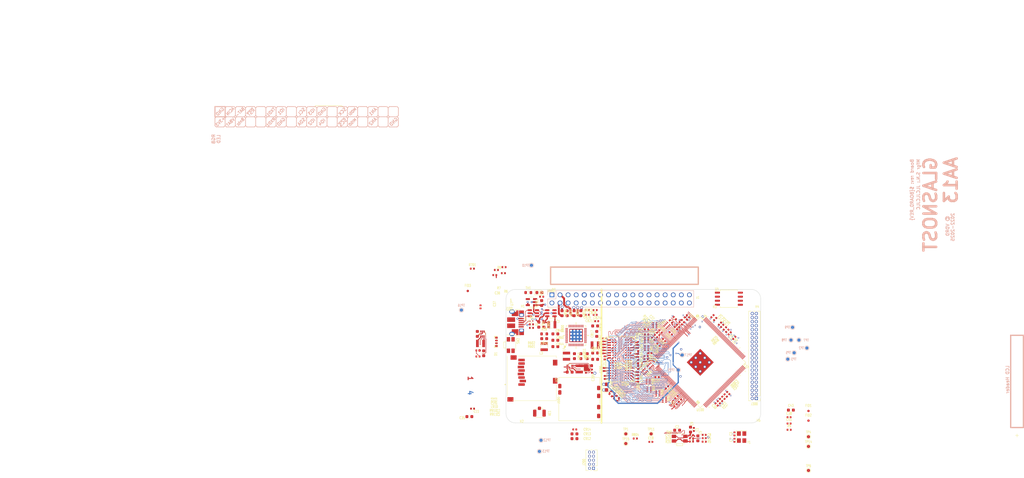
<source format=kicad_pcb>
(kicad_pcb (version 20241229) (generator "pcbnew") (generator_version "9.0")
  (title_block (title "Allwinner A13 SBC") (company "VDRD"))
  (layers (0 "F.Cu" signal) (4 "In1.Cu" power) (6 "In2.Cu" power) (2 "B.Cu" signal) (13 "F.Paste" user) (15 "B.Paste" user) (5 "F.SilkS" user "F.Silkscreen") (7 "B.SilkS" user "B.Silkscreen") (1 "F.Mask" user) (3 "B.Mask" user) (25 "Edge.Cuts" user))
  (net 0 "")
  (net 1 "GND")
  (net 2 "+3V0")
  (net 3 "/CPU Signals/hp_bp")
  (net 4 "/CPU Signals/hse_out")
  (net 5 "/CPU Signals/vra2")
  (net 6 "+1V5")
  (net 7 "Net-(AE1-A)")
  (net 8 "Net-(U600-VOUT)")
  (net 9 "Net-(U800-VREF)")
  (net 10 "/CPU Signals/hse_in")
  (net 11 "/CPU Signals/vra1")
  (net 12 "/CPU Signals/vrp")
  (net 13 "/CPU Signals/hp_vcc")
  (net 14 "/DDR3 Memory/svref")
  (net 15 "/PMIC & power rails/vint")
  (net 16 "/PMIC & power rails/lx1")
  (net 17 "/IO Connectors/usb-d-")
  (net 18 "/IO Connectors/usb-d+")
  (net 19 "Net-(U800-LDO3)")
  (net 20 "/DDR3 Memory/ddr-ck+")
  (net 21 "/DDR3 Memory/ddr-ck-")
  (net 22 "/DDR3 Memory/ddr-dqs0+")
  (net 23 "/DDR3 Memory/ddr-dqs0-")
  (net 24 "/DDR3 Memory/ddr-dqs1+")
  (net 25 "/DDR3 Memory/ddr-dqs1-")
  (net 26 "/DDR3 Memory/ddr-dm0")
  (net 27 "/DDR3 Memory/ddr-dm1")
  (net 28 "/PMIC & power rails/pmu_en")
  (net 29 "Net-(D1-GK)")
  (net 30 "/DDR3 Memory/ddr-d1")
  (net 31 "/DDR3 Memory/ddr-d3")
  (net 32 "/DDR3 Memory/ddr-d7")
  (net 33 "/DDR3 Memory/ddr-d5")
  (net 34 "/DDR3 Memory/ddr-d12")
  (net 35 "/DDR3 Memory/ddr-d8")
  (net 36 "/DDR3 Memory/ddr-d14")
  (net 37 "/DDR3 Memory/ddr-d10")
  (net 38 "/DDR3 Memory/ddr-d11")
  (net 39 "/DDR3 Memory/ddr-d9")
  (net 40 "/DDR3 Memory/ddr-d13")
  (net 41 "/DDR3 Memory/ddr-d15")
  (net 42 "/DDR3 Memory/ddr-d4")
  (net 43 "/DDR3 Memory/ddr-d6")
  (net 44 "/DDR3 Memory/ddr-d2")
  (net 45 "/DDR3 Memory/ddr-d0")
  (net 46 "/DDR3 Memory/ddr-a9")
  (net 47 "/DDR3 Memory/ddr-rst")
  (net 48 "/DDR3 Memory/ddr-a7")
  (net 49 "/DDR3 Memory/ddr-odt")
  (net 50 "/DDR3 Memory/ddr-a3")
  (net 51 "/DDR3 Memory/ddr-a2")
  (net 52 "/DDR3 Memory/ddr-a5")
  (net 53 "/DDR3 Memory/ddr-a13")
  (net 54 "/DDR3 Memory/ddr-we")
  (net 55 "/DDR3 Memory/ddr-ba2")
  (net 56 "/DDR3 Memory/ddr-ba0")
  (net 57 "/DDR3 Memory/ddr-a0")
  (net 58 "/DDR3 Memory/ddr-a11")
  (net 59 "/DDR3 Memory/ddr-a14")
  (net 60 "/DDR3 Memory/ddr-ras")
  (net 61 "/DDR3 Memory/ddr-cas")
  (net 62 "/DDR3 Memory/ddr-a4")
  (net 63 "+1V2_CPU")
  (net 64 "+3V3")
  (net 65 "+1V2_INT")
  (net 66 "Net-(D1-RK)")
  (net 67 "Net-(D1-BK)")
  (net 68 "/DDR3 Memory/ddr-a1")
  (net 69 "/DDR3 Memory/ddr-a6")
  (net 70 "/DDR3 Memory/ddr-a8")
  (net 71 "/DDR3 Memory/ddr-cke")
  (net 72 "/DDR3 Memory/ddr-a10")
  (net 73 "BUTTON")
  (net 74 "TOUCH-XL")
  (net 75 "TOUCH-YD")
  (net 76 "TOUCH-XR")
  (net 77 "TOUCH-YU")
  (net 78 "USB0-D-")
  (net 79 "USB0-D+")
  (net 80 "USB1-D+")
  (net 81 "USB1-D-")
  (net 82 "Net-(D3-K)")
  (net 84 "NMI")
  (net 85 "~{RST}")
  (net 86 "SDC0-DET")
  (net 87 "SDC0-D2")
  (net 88 "SDC0-D3")
  (net 89 "SDC0-CMD")
  (net 90 "SDC0-CLK")
  (net 91 "SDC0-D0")
  (net 92 "SDC0-D1")
  (net 93 "+5V_USB")
  (net 94 "Net-(R9-Pad2)")
  (net 98 "LCD_RESET")
  (net 101 "LCD-D23")
  (net 102 "LCD-D22")
  (net 103 "LCD-D21")
  (net 104 "LCD-D20")
  (net 105 "LCD-D19")
  (net 106 "LCD-D18")
  (net 107 "LCD-D15")
  (net 108 "LCD-D14")
  (net 109 "LCD-D13")
  (net 110 "LCD-D12")
  (net 111 "LCD-D11")
  (net 112 "LCD-D10")
  (net 113 "LCD-D7")
  (net 114 "LCD-D6")
  (net 115 "LCD-D5")
  (net 116 "LCD-D4")
  (net 117 "LCD-D3")
  (net 118 "LCD-D2")
  (net 119 "LCD-DE")
  (net 120 "LCD-CLK")
  (net 121 "LCD-HSYNC")
  (net 122 "LCD-VSYNC")
  (net 124 "ACIN")
  (net 125 "VBAT")
  (net 126 "BAT_NTC")
  (net 130 "UART1-TXD")
  (net 131 "UART1-RXD")
  (net 132 "GPIO1")
  (net 133 "Net-(U900-SW)")
  (net 134 "Net-(U600-SW)")
  (net 135 "I2C-SCL")
  (net 136 "I2C-SDA")
  (net 137 "GPIO3")
  (net 138 "GPIO2")
  (net 139 "UART2-TX")
  (net 140 "UART2-RX")
  (net 141 "GPIO4")
  (net 142 "SPI-CLK")
  (net 143 "SPI-CS")
  (net 144 "SPI-MOSI")
  (net 145 "SPI-MISO")
  (net 146 "CAN-TX")
  (net 147 "CAN-RX")
  (net 148 "GPIOA1")
  (net 149 "GPIOA2")
  (net 150 "GPIOA3")
  (net 151 "GPIOA4")
  (net 152 "GPIOA5")
  (net 153 "/DDR3 Memory/ddr-ba1")
  (net 154 "/DDR3 Memory/ddr-a12")
  (net 155 "USB0_ID")
  (net 156 "LED_RED")
  (net 157 "LED_GREEN")
  (net 158 "LED_BLUE")
  (net 159 "PWRON")
  (net 160 "Net-(U800-LX1)")
  (net 161 "IPS")
  (net 162 "Net-(U800-LX2)")
  (net 163 "Net-(U800-LX3)")
  (net 164 "+3V3_LDO")
  (net 165 "Net-(U910-SW)")
  (net 166 "/CPU Signals/hpcom")
  (net 167 "+3V3_RTC")
  (net 168 "/CPU Signals/vmic")
  (net 169 "/DDR3 Memory/zq")
  (net 170 "/DDR3 Memory/ck+")
  (net 171 "/DDR3 Memory/ck-")
  (net 172 "Net-(U200-ZQ)")
  (net 173 "/DDR3 Memory/dqs0+")
  (net 174 "/DDR3 Memory/dqs0-")
  (net 175 "/DDR3 Memory/dqs1+")
  (net 176 "PMU-VBUSEN")
  (net 177 "RSB-SDA")
  (net 178 "RSB-SCK")
  (net 179 "/CPU Signals/hpoutl")
  (net 180 "/DDR3 Memory/dqs1-")
  (net 181 "/DDR3 Memory/dm0")
  (net 182 "/DDR3 Memory/dm1")
  (net 183 "LCD_BL")
  (net 184 "Net-(U800-CHGLED)")
  (net 185 "Net-(U600-VFB)")
  (net 186 "/CPU Signals/hpoutr")
  (net 187 "Net-(U800-BIAS)")
  (net 188 "Net-(U900-FB)")
  (net 189 "Net-(U910-FB)")
  (net 190 "/DDR3 Memory/d01")
  (net 191 "/DDR3 Memory/d03")
  (net 192 "/DDR3 Memory/d07")
  (net 193 "/DDR3 Memory/d05")
  (net 194 "/DDR3 Memory/d12")
  (net 195 "/DDR3 Memory/d10")
  (net 196 "/DDR3 Memory/d14")
  (net 197 "/DDR3 Memory/d08")
  (net 198 "/DDR3 Memory/d15")
  (net 199 "/DDR3 Memory/d13")
  (net 200 "/DDR3 Memory/d11")
  (net 201 "/DDR3 Memory/d09")
  (net 202 "/DDR3 Memory/d00")
  (net 203 "/DDR3 Memory/d04")
  (net 204 "/DDR3 Memory/d02")
  (net 205 "SDC2-D3")
  (net 206 "SDC2-D2")
  (net 207 "SDC2-D1")
  (net 208 "SDC2-D0")
  (net 209 "SDC2-CLK")
  (net 210 "SDC2-CMD")
  (net 211 "/DDR3 Memory/d06")
  (net 212 "/DDR3 Memory/rst")
  (net 213 "/DDR3 Memory/odt")
  (net 214 "/CPU Signals/micin")
  (net 215 "/DDR3 Memory/ddr-a15")
  (net 216 "EXTEN")
  (net 217 "/DDR3 Memory/a09")
  (net 218 "/DDR3 Memory/a07")
  (net 219 "/DDR3 Memory/a05")
  (net 220 "/DDR3 Memory/a02")
  (net 221 "/DDR3 Memory/a13")
  (net 222 "/DDR3 Memory/a03")
  (net 223 "/DDR3 Memory/ba0")
  (net 224 "/DDR3 Memory/we")
  (net 225 "/DDR3 Memory/ba2")
  (net 226 "/DDR3 Memory/a00")
  (net 227 "/DDR3 Memory/a11")
  (net 228 "/DDR3 Memory/cas")
  (net 229 "/DDR3 Memory/a14")
  (net 230 "/DDR3 Memory/ras")
  (net 231 "/DDR3 Memory/a01")
  (net 232 "/DDR3 Memory/a04")
  (net 233 "/DDR3 Memory/a08")
  (net 234 "/DDR3 Memory/a06")
  (net 235 "/DDR3 Memory/a12")
  (net 236 "/DDR3 Memory/a10")
  (net 237 "/DDR3 Memory/cke")
  (net 238 "/DDR3 Memory/ba1")
  (net 241 "+3V3_periph")
  (net 264 "Net-(R20-Pad2)")
  (net 268 "FEL")
  (footprint "Crystal:Crystal_SMD_3225-4Pin_3.2x2.5mm" (layer "F.Cu") (at 184.5 130.5 -90)
    (property "Reference" "Y1")
    (property "Value" "24MHz")
  )
  (footprint "Capacitor_SMD:C_0603_1608Metric" (layer "F.Cu") (at 134 105.064194 -90)
    (property "Reference" "C807")
    (property "Value" "10uF")
  )
  (footprint "Button_Switch_SMD:SW_SPST_EVQP7C" (layer "F.Cu") (at 165.05 131)
    (property "Reference" "SW1")
    (property "Value" "SW_Push")
  )
  (footprint "Resistor_SMD:R_0402_1005Metric" (layer "F.Cu") (at 154.65 98.2)
    (property "Reference" "R12")
    (property "Value" "24")
  )
  (footprint "Capacitor_SMD:C_0402_1005Metric" (layer "F.Cu") (at 199.4 124.26)
    (property "Reference" "C38")
    (property "Value" "100nF")
  )
  (footprint "MountingHole:MountingHole_2.7mm_M2.5_DIN965" (layer "F.Cu") (at 113.5 123.064194 45)
    (property "Reference" "H2")
    (property "Value" "MountingHole")
  )
  (footprint "Inductor_SMD:L_Wuerth_MAPI-2510" (layer "F.Cu") (at 102.5 101.064194)
    (property "Reference" "L910")
    (property "Value" "1uH")
  )
  (footprint "Capacitor_SMD:C_0402_1005Metric" (layer "F.Cu") (at 176.2 93.4 45)
    (property "Reference" "C29")
    (property "Value" "100nF")
  )
  (footprint "Capacitor_SMD:C_0402_1005Metric" (layer "F.Cu") (at 141 103.7 90)
    (property "Reference" "C207")
    (property "Value" "100nF")
  )
  (footprint "Resistor_SMD:R_0402_1005Metric" (layer "F.Cu") (at 154.5 106)
    (property "Reference" "R2")
    (property "Value" "24")
  )
  (footprint "Capacitor_SMD:C_0603_1608Metric" (layer "F.Cu") (at 122.5 99.564194 180)
    (property "Reference" "C843")
    (property "Value" "10uF")
  )
  (footprint "Package_TO_SOT_SMD:SOT-23-5" (layer "F.Cu") (at 118.5 88.064194 180)
    (property "Reference" "U700")
    (property "Value" "AP22811")
  )
  (footprint "Package_DFN_QFN:QFN-48-1EP_6x6mm_P0.4mm_EP4.2x4.2mm_ThermalVias" (layer "F.Cu") (at 132.5 98.564194 90)
    (property "Reference" "U800")
    (property "Value" "AXP209")
  )
  (footprint "Inductor_SMD:L_Wuerth_MAPI-2510" (layer "F.Cu") (at 133.5 109.064194 90)
    (property "Reference" "L1")
    (property "Value" "1uH")
  )
  (footprint "Capacitor_SMD:C_0603_1608Metric" (layer "F.Cu") (at 164.25 128.35 180)
    (property "Reference" "C2")
    (property "Value" "10uF")
  )
  (footprint "Capacitor_SMD:C_0402_1005Metric" (layer "F.Cu") (at 136 92.064194)
    (property "Reference" "C826")
    (property "Value" "1uF")
  )
  (footprint "Capacitor_SMD:C_0603_1608Metric" (layer "F.Cu") (at 132 129.5 180)
    (property "Reference" "C913")
    (property "Value" "10uF")
  )
  (footprint "Capacitor_SMD:C_0603_1608Metric" (layer "F.Cu") (at 130.5 110.064194)
    (property "Reference" "C901")
    (property "Value" "10uF")
  )
  (footprint "MountingHole:MountingHole_2.7mm_M2.5_DIN965" (layer "F.Cu") (at 173.5 87.064194)
    (property "Reference" "H3")
    (property "Value" "MountingHole")
  )
  (footprint "led:rgb-1204" (layer "F.Cu") (at 107 100.564194 90)
    (property "Reference" "D1")
    (property "Value" "LED_RGBA")
  )
  (footprint "Capacitor_SMD:C_0603_1608Metric" (layer "F.Cu") (at 199.97 122.02)
    (property "Reference" "C43")
    (property "Value" "10uF")
  )
  (footprint "Capacitor_SMD:C_0402_1005Metric" (layer "F.Cu") (at 167.65 92.5 135)
    (property "Reference" "C17")
    (property "Value" "100nF")
  )
  (footprint "TestPoint:TestPoint_Pad_D1.0mm" (layer "F.Cu") (at 205.5 141)
    (property "Reference" "TP6")
    (property "Value" "TestPoint")
  )
  (footprint "Resistor_SMD:R_Array_Concave_4x0402" (layer "F.Cu") (at 153.95 109.9 -45)
    (property "Reference" "RN9")
    (property "Value" "24")
  )
  (footprint "Resistor_SMD:R_0402_1005Metric" (layer "F.Cu") (at 157.6 98.75 -45)
    (property "Reference" "R11")
    (property "Value" "24")
  )
  (footprint "MountingHole:MountingHole_2.7mm_M2.5_DIN965" (layer "F.Cu") (at 113.5 87.064194 -45)
    (property "Reference" "H1")
    (property "Value" "MountingHole")
  )
  (footprint "Capacitor_SMD:C_0603_1608Metric" (layer "F.Cu") (at 131.9 91.564194 90)
    (property "Reference" "C833")
    (property "Value" "10uF")
  )
  (footprint "Connector_USB:USB_Micro-B_Amphenol_10103594-0001LF_Horizontal" (layer "F.Cu") (at 113.5 94.564194 -90)
    (property "Reference" "J100")
    (property "Value" "USB_B_Micro")
  )
  (footprint "Capacitor_SMD:C_0603_1608Metric" (layer "F.Cu") (at 132 131 180)
    (property "Reference" "C912")
    (property "Value" "10uF")
  )
  (footprint "Capacitor_SMD:C_0603_1608Metric" (layer "F.Cu") (at 120.8 95.164194 -90)
    (property "Reference" "C701")
    (property "Value" "10uF")
  )
  (footprint "Inductor_SMD:L_Wuerth_MAPI-2512" (layer "F.Cu") (at 138.5 101.564194)
    (property "Reference" "L5")
    (property "Value" "4.7uH")
  )
  (footprint "Capacitor_SMD:C_0603_1608Metric" (layer "F.Cu") (at 170.75 130.9 -90)
    (property "Reference" "C5")
    (property "Value" "4.7uF")
  )
  (footprint "Capacitor_SMD:C_0603_1608Metric" (layer "F.Cu") (at 122.4 95.164194 -90)
    (property "Reference" "C601")
    (property "Value" "10uF")
  )
  (footprint "TestPoint:TestPoint_Pad_D1.0mm" (layer "F.Cu") (at 148.13 129.49)
    (property "Reference" "TP1")
    (property "Value" "TestPoint")
  )
  (footprint "Resistor_SMD:R_0402_1005Metric" (layer "F.Cu") (at 180 97.1 -135)
    (property "Reference" "R848")
    (property "Value" "47k")
  )
  (footprint "Resistor_SMD:R_0603_1608Metric" (layer "F.Cu") (at 117.5 85.064194)
    (property "Reference" "TH1")
    (property "Value" "Thermistor_NTC")
  )
  (footprint "Package_TO_SOT_SMD:SOT-23-6" (layer "F.Cu") (at 119.1 91.564194)
    (property "Reference" "U1")
    (property "Value" "USBLC6-2P6")
  )
  (footprint "Capacitor_SMD:C_0402_1005Metric" (layer "F.Cu") (at 141.5 111.75 -90)
    (property "Reference" "C209")
    (property "Value" "100nF")
  )
  (footprint "Capacitor_SMD:C_0402_1005Metric" (layer "F.Cu") (at 175.35 92.5 45)
    (property "Reference" "C25")
    (property "Value" "100nF")
  )
  (footprint "Package_SO:SOIC-8_5.23x5.23mm_P1.27mm" (layer "F.Cu") (at 180.5 87)
    (property "Reference" "U4")
    (property "Value" "W25Q128JVS")
  )
  (footprint "TestPoint:TestPoint_Pad_D1.0mm" (layer "F.Cu") (at 205.5 130.39)
    (property "Reference" "TP4")
    (property "Value" "TestPoint")
  )
  (footprint "Capacitor_SMD:C_0402_1005Metric" (layer "F.Cu") (at 165.15 119.05 -135)
    (property "Reference" "C10")
    (property "Value" "100nF")
  )
  (footprint "Capacitor_SMD:C_0402_1005Metric" (layer "F.Cu") (at 152 104.85 90)
    (property "Reference" "C204")
    (property "Value" "100nF")
  )
  (footprint "Capacitor_SMD:C_0402_1005Metric" (layer "F.Cu") (at 172.75 130.85)
    (property "Reference" "C6")
    (property "Value" "100nF")
  )
  (footprint "Resistor_SMD:R_0402_1005Metric" (layer "F.Cu") (at 168.75 131.9 180)
    (property "Reference" "R20")
    (property "Value" "6.8k")
  )
  (footprint "Capacitor_SMD:C_0402_1005Metric" (layer "F.Cu") (at 164.55 95.55 135)
    (property "Reference" "C12")
    (property "Value" "100nF")
  )
  (footprint "Resistor_SMD:R_0402_1005Metric" (layer "F.Cu") (at 137.5 109.764194 -90)
    (property "Reference" "R902")
    (property "Value" "133k")
  )
  (footprint "Capacitor_SMD:C_0603_1608Metric" (layer "F.Cu") (at 132 105.064194 -90)
    (property "Reference" "C810")
    (property "Value" "10uF")
  )
  (footprint "Resistor_SMD:R_0402_1005Metric" (layer "F.Cu") (at 144.782843 118.731371 135)
    (property "Reference" "R201")
    (property "Value" "2.2k")
  )
  (footprint "Capacitor_SMD:C_0402_1005Metric" (layer "F.Cu") (at 165.35 94.75 135)
    (property "Reference" "C33")
    (property "Value" "100nF")
  )
  (footprint "Resistor_SMD:R_0402_1005Metric" (layer "F.Cu") (at 172.75 131.95 180)
    (property "Reference" "R5")
    (property "Value" "200k")
  )
  (footprint "Connector_Coaxial:U.FL_Hirose_U.FL-R-SMT-1_Vertical" (layer "F.Cu") (at 121 122.5 -90)
    (property "Reference" "AE1")
    (property "Value" "Antenna_Shield")
  )
  (footprint "Capacitor_SMD:C_0603_1608Metric" (layer "F.Cu") (at 136.6 108.064194)
    (property "Reference" "C902")
    (property "Value" "10uF")
  )
  (footprint "Resistor_SMD:R_0402_1005Metric" (layer "F.Cu") (at 154.65 96.65)
    (property "Reference" "R14")
    (property "Value" "24")
  )
  (footprint "Capacitor_SMD:C_0402_1005Metric" (layer "F.Cu") (at 164.05 117.95 -135)
    (property "Reference" "C16")
    (property "Value" "100nF")
  )
  (footprint "Capacitor_SMD:C_0603_1608Metric" (layer "F.Cu") (at 126 100.064194 180)
    (property "Reference" "C860")
    (property "Value" "4.7uF")
  )
  (footprint "Resistor_SMD:R_0402_1005Metric" (layer "F.Cu") (at 138.5 90.564194)
    (property "Reference" "R823")
    (property "Value" "200K")
  )
  (footprint "Resistor_SMD:R_Array_Concave_4x0402" (layer "F.Cu") (at 154.65 102.5)
    (property "Reference" "RN1")
    (property "Value" "24")
  )
  (footprint "Capacitor_SMD:C_0402_1005Metric" (layer "F.Cu") (at 172.75 129.8)
    (property "Reference" "C8")
    (property "Value" "1uF")
  )
  (footprint "Resistor_SMD:R_Array_Concave_4x0402" (layer "F.Cu") (at 160.25 118.75)
    (property "Reference" "RN5")
    (property "Value" "24")
  )
  (footprint "Inductor_SMD:L_Wuerth_MAPI-2510" (layer "F.Cu") (at 124.9 95.164194 180)
    (property "Reference" "L2")
    (property "Value" "4.7uH")
  )
  (footprint "Capacitor_SMD:C_0603_1608Metric" (layer "F.Cu") (at 101.5 98.064194 -90)
    (property "Reference" "C910")
    (property "Value" "10uF")
  )
  (footprint "Capacitor_SMD:C_0603_1608Metric" (layer "F.Cu") (at 134 91.564194 90)
    (property "Reference" "C831")
    (property "Value" "10uF")
  )
  (footprint "Capacitor_SMD:C_0402_1005Metric" (layer "F.Cu") (at 166.95 93.2 135)
    (property "Reference" "C22")
    (property "Value" "100nF")
  )
  (footprint "Resistor_SMD:R_0402_1005Metric" (layer "F.Cu") (at 152 106.75 90)
    (property "Reference" "R4")
    (property "Value" "240")
  )
  (footprint "Resistor_SMD:R_0402_1005Metric" (layer "F.Cu") (at 178.775 118.15 135)
    (property "Reference" "R802")
    (property "Value" "1.8k")
  )
  (footprint "Resistor_SMD:R_0402_1005Metric" (layer "F.Cu") (at 199.42 128.21)
    (property "Reference" "R9")
    (property "Value" "1k")
  )
  (footprint "Resistor_SMD:R_Array_Concave_4x0402" (layer "F.Cu") (at 161.05 95.4 -45)
    (property "Reference" "RN4")
    (property "Value" "24")
  )
  (footprint "Resistor_SMD:R_0402_1005Metric" (layer "F.Cu") (at 121.7 86.364194)
    (property "Reference" "R21")
    (property "Value" "2.2k")
  )
  (footprint "Capacitor_SMD:C_0402_1005Metric" (layer "F.Cu") (at 100 121.564194)
    (property "Reference" "C11")
    (property "Value" "100nF")
  )
  (footprint "Capacitor_SMD:C_0603_1608Metric" (layer "F.Cu") (at 129.7 91.564194 90)
    (property "Reference" "C835")
    (property "Value" "10uF")
  )
  (footprint "Capacitor_SMD:C_0402_1005Metric" (layer "F.Cu") (at 106.98 79.564194)
    (property "Reference" "C36")
    (property "Value" "1uF")
  )
  (footprint "Capacitor_SMD:C_0402_1005Metric" (layer "F.Cu") (at 166.05 94.05 135)
    (property "Reference" "C13")
    (property "Value" "100nF")
  )
  (footprint "MountingHole:MountingHole_2.7mm_M2.5_DIN965" (layer "F.Cu") (at 187.5 87 -135)
    (property "Reference" "H4")
    (property "Value" "MountingHole")
  )
  (footprint "Resistor_SMD:R_0402_1005Metric" (layer "F.Cu") (at 151.11 130.95)
    (property "Reference" "R804")
    (property "Value" "2.2k")
  )
  (footprint "Resistor_SMD:R_Array_Concave_4x0402" (layer "F.Cu") (at 155.75 108.1 -45)
    (property "Reference" "RN10")
    (property "Value" "24")
  )
  (footprint "TestPoint:TestPoint_Pad_D1.0mm" (layer "F.Cu") (at 205.5 133.44)
    (property "Reference" "TP14")
    (property "Value" "TestPoint")
  )
  (footprint "Capacitor_SMD:C_0402_1005Metric" (layer "F.Cu") (at 182.25 131.5 -90)
    (property "Reference" "C7")
    (property "Value" "22pF")
  )
  (footprint "Capacitor_SMD:C_0402_1005Metric" (layer "F.Cu") (at 160.15 100 135)
    (property "Reference" "C19")
    (property "Value" "100nF")
  )
  (footprint "Fiducial:Fiducial_0.75mm_Mask1.5mm" (layer "F.Cu") (at 205.5 125.34)
    (property "Reference" "FID2")
    (property "Value" "Fiducial")
  )
  (footprint "Capacitor_SMD:C_0603_1608Metric" (layer "F.Cu") (at 99 124.064194 180)
    (property "Reference" "C35")
    (property "Value" "100nF")
  )
  (footprint "Resistor_SMD:R_0402_1005Metric" (layer "F.Cu") (at 118.5 95.064194 180)
    (property "Reference" "R602")
    (property "Value" "562k")
  )
  (footprint "Resistor_SMD:R_0402_1005Metric" (layer "F.Cu") (at 179.25 96.35 -135)
    (property "Reference" "R825")
    (property "Value" "47k")
  )
  (footprint "Resistor_SMD:R_Array_Concave_4x0402" (layer "F.Cu") (at 158.2 116.8)
    (property "Reference" "RN6")
    (property "Value" "24")
  )
  (footprint "Capacitor_SMD:C_0603_1608Metric" (layer "F.Cu") (at 138.5 95.564194)
    (property "Reference" "C821")
    (property "Value" "4.7uF")
  )
  (footprint "Capacitor_SMD:C_0402_1005Metric" (layer "F.Cu") (at 155.7 104.05 180)
    (property "Reference" "C23")
    (property "Value" "100nF")
  )
  (footprint "Capacitor_SMD:C_0603_1608Metric" (layer "F.Cu") (at 126 102.064194 180)
    (property "Reference" "C844")
    (property "Value" "4.7uF")
  )
  (footprint "Capacitor_SMD:C_0402_1005Metric" (layer "F.Cu") (at 144.217157 116.468629 -45)
    (property "Reference" "C213")
    (property "Value" "100nF")
  )
  (footprint "Fiducial:Fiducial_0.75mm_Mask1.5mm" (layer "F.Cu") (at 98.5 84.564194)
    (property "Reference" "FID3")
    (property "Value" "Fiducial")
  )
  (footprint "Capacitor_SMD:C_0402_1005Metric" (layer "F.Cu") (at 139 94.064194)
    (property "Reference" "C8211")
    (property "Value" "100nF")
  )
  (footprint "Capacitor_SMD:C_0402_1005Metric" (layer "F.Cu") (at 180.75 97.9 45)
    (property "Reference" "C34")
    (property "Value" "100nF")
  )
  (footprint "Resistor_SMD:R_0402_1005Metric" (layer "F.Cu") (at 135.6 109.764194 -90)
    (property "Reference" "R901")
    (property "Value" "200k")
  )
  (footprint "Capacitor_SMD:C_0402_1005Metric" (layer "F.Cu") (at 177.7 94.85 45)
    (property "Reference" "C21")
    (property "Value" "100nF")
  )
  (footprint "Capacitor_SMD:C_0402_1005Metric" (layer "F.Cu") (at 163.75 120.55 45)
    (property "Reference" "C4")
    (property "Value" "100nF")
  )
  (footprint "Capacitor_SMD:C_0402_1005Metric" (layer "F.Cu") (at 163.85 96.25 135)
    (property "Reference" "C39")
    (property "Value" "100nF")
  )
  (footprint "Resistor_SMD:R_0402_1005Metric" (layer "F.Cu") (at 162.3 94.15 135)
    (property "Reference" "R1")
    (property "Value" "240")
  )
  (footprint "Capacitor_SMD:C_0402_1005Metric" (layer "F.Cu") (at 136 90.564194)
    (property "Reference" "C828")
    (property "Value" "1uF")
  )
  (footprint "Capacitor_SMD:C_0402_1005Metric" (layer "F.Cu") (at 169.5 128.1 -90)
    (property "Reference" "C1")
    (property "Value" "100nF")
  )
  (footprint "gct:MEM20610118800A" (layer "F.Cu") (at 115.3875 106.279194 -90)
    (property "Reference" "J101")
    (property "Value" "Micro_SD_Card_Det" (hide yes))
  )
  (footprint "Resistor_SMD:R_0402_1005Metric" (layer "F.Cu") (at 179.5 117.425 135)
    (property "Reference" "R801")
    (property "Value" "1.8k")
  )
  (footprint "Capacitor_SMD:C_0402_1005Metric" (layer "F.Cu") (at 156 132)
    (property "Reference" "C18")
    (property "Value" "100nF")
  )
  (footprint "Capacitor_SMD:C_0603_1608Metric" (layer "F.Cu") (at 136 105.064194 -90)
    (property "Reference" "C811")
    (property "Value" "4.7uF")
  )
  (footprint "wifi:RTL8188CUS" (layer "F.Cu") (at 133.5 118.564194 -90)
    (property "Reference" "U2")
    (property "Value" "RTL8188CUS")
  )
  (footprint "Capacitor_SMD:C_0603_1608Metric" (layer "F.Cu") (at 103.5 104.164194 -90)
    (property "Reference" "C911")
    (property "Value" "10uF")
  )
  (footprint "Capacitor_SMD:C_0402_1005Metric" (layer "F.Cu") (at 145.631371 117.882843 -45)
    (property "Reference" "C214")
    (property "Value" "100nF")
  )
  (footprint "Resistor_SMD:R_0402_1005Metric" (layer "F.Cu") (at 109.68 78.964194 180)
    (property "Reference" "R6")
    (property "Value" "180")
  )
  (footprint "MountingHole:MountingHole_2.7mm_M2.5_DIN965" (layer "F.Cu") (at 187.5 123.064194)
    (property "Reference" "H5")
    (property "Value" "MountingHole")
  )
  (footprint "Capacitor_SMD:C_0402_1005Metric" (layer "F.Cu") (at 162.25 97.9 135)
    (property "Reference" "C31")
    (property "Value" "100nF")
  )
  (footprint "winbond:BGA-96_9x14mm_P0.8mm" (layer "F.Cu") (at 146.5 106)
    (property "Reference" "U200")
    (property "Value" "DDR3L-x16")
  )
  (footprint "Resistor_SMD:R_0402_1005Metric" (layer "F.Cu") (at 163.5 93.1 -45)
    (property "Reference" "R16")
    (property "Value" "47k")
  )
  (footprint "Resistor_SMD:R_0402_1005Metric" (layer "F.Cu") (at 158.3 98.05 -45)
    (property "Reference" "R10")
    (property "Value" "24")
  )
  (footprint "LED_SMD:LED_0603_1608Metric" (layer "F.Cu") (at 121 85.064194)
    (property "Reference" "D3")
    (property "Value" "LED_Small")
  )
  (footprint "Inductor_SMD:L_Wuerth_MAPI-2512" (layer "F.Cu") (at 129.5 105.064194 -90)
    (property "Reference" "L4")
    (property "Value" "4.7uH")
  )
  (footprint "Inductor_SMD:L_Wuerth_MAPI-2512" (layer "F.Cu") (at 122.5 102.064194 90)
    (property "Reference" "L3")
    (property "Value" "4.7uH")
  )
  (footprint "Package_TO_SOT_SMD:SOT-23-6" (layer "F.Cu") (at 124.6 91.564194 180)
    (property "Reference" "U600")
    (property "Value" "MCP1640CH")
  )
  (footprint "Capacitor_SMD:C_0402_1005Metric" (layer "F.Cu") (at 132.1 128.1 180)
    (property "Reference" "C914")
    (property "Value" "100nF")
  )
  (footprint "Connector_PinHeader_1.27mm:PinHeader_2x22_P1.27mm_Vertical" (layer "F.Cu") (at 189.135 118.335 180)
    (property "Reference" "J300")
    (property "Value" "Conn_02x22_Odd_Even")
  )
  (footprint "Package_TO_SOT_SMD:SOT-563" (layer "F.Cu") (at 130.55 108.464194)
    (property "Reference" "U900")
    (property "Value" "AP61100")
  )
  (footprint "Resistor_SMD:R_0402_1005Metric" (layer "F.Cu") (at 101.7 103.264193 180)
    (property "Reference" "R910")
    (property "Value" "~")
  )
  (footprint "Capacitor_SMD:C_0603_1608Metric" (layer "F.Cu") (at 138.5 106.064194)
    (property "Reference" "C812")
    (property "Value" "4.7uF")
  )
  (footprint "Capacitor_SMD:C_0603_1608Metric" (layer "F.Cu") (at 128.1 91.564194 90)
    (property "Reference" "C839")
    (property "Value" "10uF")
  )
  (footprint "Diode_SMD:D_SOD-923" (layer "F.Cu") (at 118.5 94.064194)
    (property "Reference" "D2")
    (property "Value" "ESD9B5.0ST5G")
  )
  (footprint "Capacitor_SMD:C_0603_1608Metric" (layer "F.Cu") (at 139 98.064194 90)
    (property "Reference" "C817")
    (property "Value" "10uF")
  )
  (footprint "Connector_PinHeader_1.27mm:PinHeader_2x05_P1.27mm_Vertical" (layer "F.Cu") (at 138 140.31 180)
    (property "Reference" "J200")
    (property "Value" "Conn_02x05_Odd_Even")
  )
  (footprint "Capacitor_SMD:C_0603_1608Metric" (layer "F.Cu") (at 138.5 104.064194)
    (property "Reference" "C813")
    (property "Value" "10uF")
  )
  (footprint "Capacitor_SMD:C_0402_1005Metric" (layer "F.Cu") (at 152 110.55 -90)
    (property "Reference" "C201")
    (property "Value" "100nF")
  )
  (footprint "Capacitor_SMD:C_0402_1005Metric" (layer "F.Cu") (at 176.65 120.25 -45)
    (property "Reference" "C30")
    (property "Value" "100nF")
  )
  (footprint "Resistor_SMD:R_0402_1005Metric" (layer "F.Cu") (at 154.5 105.05)
    (property "Reference" "R3")
    (property "Value" "24")
  )
  (footprint "Fiducial:Fiducial_0.75mm_Mask1.5mm" (layer "F.Cu") (at 205.5 122.29)
    (property "Reference" "FID1")
    (property "Value" "Fiducial")
  )
  (footprint "Resistor_SMD:R_0402_1005Metric" (layer "F.Cu") (at 109.88 77.064194 180)
    (property "Reference" "R8")
    (property "Value" "180")
  )
  (footprint "Capacitor_SMD:C_0603_1608Metric" (layer "F.Cu") (at 121.7 88.364194 90)
    (property "Reference" "C702")
    (property "Value" "10uF")
  )
  (footprint "TestPoint:TestPoint_Pad_D1.0mm" (layer "F.Cu") (at 148.13 132.54)
    (property "Reference" "TP15")
    (property "Value" "TestPoint")
  )
  (footprint "Resistor_SMD:R_0402_1005Metric" (layer "F.Cu") (at 101.7 105.164194 180)
    (property "Reference" "R911")
    (property "Value" "200k")
  )
  (footprint "Capacitor_SMD:C_0402_1005Metric" (layer "F.Cu") (at 182.2 99.3 45)
    (property "Reference" "C28")
    (property "Value" "100nF")
  )
  (footprint "Capacitor_SMD:C_0402_1005Metric" (layer "F.Cu") (at 141.2 109.25 90)
    (property "Reference" "C200")
    (property "Value" "100nF")
  )
  (footprint "Resistor_SMD:R_Array_Concave_4x0402" (layer "F.Cu") (at 154.65 99.95)
    (property "Reference" "RN2")
    (property "Value" "24")
  )
  (footprint "Resistor_SMD:R_Array_Concave_4x0402" (layer "F.Cu") (at 155.15 113)
    (property "Reference" "RN8")
    (property "Value" "24")
  )
  (footprint "Resistor_SMD:R_0402_1005Metric" (layer "F.Cu") (at 107.48 77.964194 180)
    (property "Reference" "R7")
    (property "Value" "180")
  )
  (footprint "Resistor_SMD:R_0402_1005Metric" (layer "F.Cu") (at 118.5 96.164194 180)
    (property "Reference" "R601")
    (property "Value" "976k")
  )
  (footprint "Button_Switch_SMD:SW_SPST_EVQP7C" (layer "F.Cu") (at 112 101.564194 -90)
    (property "Reference" "SW2")
    (property "Value" "SW_Push")
  )
  (footprint "Capacitor_SMD:C_0402_1005Metric" (layer "F.Cu") (at 161.05 114.9 -135)
    (property "Reference" "C15")
    (property "Value" "100nF")
  )
  (footprint "Capacitor_SMD:C_0402_1005Metric" (layer "F.Cu") (at 177.35 119.55 -45)
    (property "Reference" "C32")
    (property "Value" "100nF")
  )
  (footprint "Capacitor_SMD:C_0402_1005Metric" (layer "F.Cu") (at 102.5 89.564194 -90)
    (property "Reference" "C37")
    (property "Value" "100nF")
  )
  (footprint "Capacitor_SMD:C_0402_1005Metric" (layer "F.Cu") (at 178.4 95.55 45)
    (property "Reference" "C26")
    (property "Value" "100nF")
  )
  (footprint "Resistor_SMD:R_Array_Concave_4x0402" (layer "F.Cu") (at 157.25 95.3)
    (property "Reference" "RN3")
    (property "Value" "24")
  )
  (footprint "Capacitor_SMD:C_0402_1005Metric" (layer "F.Cu") (at 180.3 116.65 -45)
    (property "Reference" "C24")
    (property "Value" "100nF")
  )
  (footprint "allwinner:LQFP-176_20x20mm_P0.4mm" (layer "F.Cu") (at 171.5 107 -45)
    (property "Reference" "U100")
    (property "Value" "A13")
  )
  (footprint "Resistor_SMD:R_0603_1608Metric" (layer "F.Cu") (at 122.5 98.064194)
    (property "Reference" "R18")
    (property "Value" "30m")
  )
  (footprint "Capacitor_SMD:C_0402_1005Metric" (layer "F.Cu") (at 182.25 129.5 -90)
    (property "Reference" "C3")
    (property "Value" "22pF")
  )
  (footprint "Capacitor_SMD:C_0402_1005Metric" (layer "F.Cu") (at 141 101.85 -90)
    (property "Reference" "C206")
    (property "Value" "100nF")
  )
  (footprint "Capacitor_SMD:C_0402_1005Metric" (layer "F.Cu") (at 138.5 92.064194)
    (property "Reference" "C824")
    (property "Value" "1uF")
  )
  (footprint "Capacitor_SMD:C_0402_1005Metric" (layer "F.Cu") (at 141 99.95 -90)
    (property "Reference" "C202")
    (property "Value" "100nF")
  )
  (footprint "Capacitor_Tantalum_SMD:CP_EIA-2012-15_AVX-P" (layer "F.Cu") (at 142.05 114.8 90)
    (property "Reference" "C210")
    (property "Value" "100uF")
  )
  (footprint "Resistor_SMD:R_0402_1005Metric" (layer "F.Cu") (at 156.75 99.6 -45)
    (property "Reference" "R13")
    (property "Value" "24")
  )
  (footprint "Resistor_SMD:R_0402_1005Metric" (layer "F.Cu") (at 99.9325 77.544194)
    (property "Reference" "R701")
    (property "Value" "100K")
  )
  (footprint "Capacitor_SMD:C_0402_1005Metric" (layer "F.Cu") (at 152 112.6 -90)
    (property "Reference" "C203")
    (property "Value" "100nF")
  )
  (footprint "Resistor_SMD:R_0402_1005Metric" (layer "F.Cu") (at 168.75 130.9)
    (property "Reference" "R19")
    (property "Value" "100k")
  )
  (footprint "Capacitor_SMD:C_0402_1005Metric" (layer "F.Cu") (at 152 102.95 -90)
    (property "Reference" "C208")
    (property "Value" "100nF")
  )
  (footprint "Resistor_SMD:R_Array_Concave_4x0402" (layer "F.Cu") (at 155.45 115.55)
    (property "Reference" "RN7")
    (property "Value" "24")
  )
  (footprint "Capacitor_SMD:C_0402_1005Metric" (layer "F.Cu") (at 152 108.65 90)
    (property "Reference" "C211")
    (property "Value" "100nF")
  )
  (footprint "Capacitor_SMD:C_0402_1005Metric" (layer "F.Cu") (at 141.45 105.6 90)
    (property "Reference" "C212")
    (property "Value" "100nF")
  )
  (footprint "Capacitor_SMD:C_0402_1005Metric" (layer "F.Cu") (at 157.95 111.65 180)
    (property "Reference" "C27")
    (property "Value" "100nF")
  )
  (footprint "Resistor_SMD:R_0402_1005Metric" (layer "F.Cu") (at 143.368629 117.317157 135)
    (property "Reference" "R200")
    (property "Value" "2.2k")
  )
  (footprint "Capacitor_SMD:C_0603_1608Metric" (layer "F.Cu") (at 168.45 128.15 -90)
    (property "Reference" "C9")
    (property "Value" "10uF")
  )
  (footprint "Capacitor_SMD:C_0603_1608Metric" (layer "F.Cu") (at 126 98.064194 180)
    (property "Reference" "C840")
    (property "Value" "10uF")
  )
  (footprint "Resistor_SMD:R_0402_1005Metric" (layer "F.Cu") (at 159.05 97.3 -45)
    (property "Reference" "R15")
    (property "Value" "24")
  )
  (footprint "Package_TO_SOT_SMD:SOT-563" (layer "F.Cu") (at 103.1 98.064194 -90)
    (property "Reference" "U910")
    (property "Value" "AP61100")
  )
  (footprint "Capacitor_SMD:C_0402_1005Metric" (layer "F.Cu") (at 199.4 126.23)
    (property "Reference" "C44")
    (property "Value" "100nF")
  )
  (footprint "TestPoint:TestPoint_Pad_D1.0mm" (layer "F.Cu") (at 156.09 129.49)
    (property "Reference" "TP11")
    (property "Value" "TestPoint")
  )
  (footprint "Capacitor_SMD:C_0402_1005Metric" (layer "F.Cu") (at 158.4 101.45 135)
    (property "Reference" "C20")
    (property "Value" "100nF")
  )
  (footprint "Capacitor_SMD:C_0402_1005Metric" (layer "F.Cu") (at 168.75 129.9 180)
    (property "Reference" "C45")
    (property "Value" "100nF")
  )
  (footprint "Capacitor_SMD:C_0402_1005Metric" (layer "F.Cu") (at 178.05 118.85 -45)
    (property "Reference" "C14")
    (property "Value" "100nF")
  )
  (footprint "Capacitor_SMD:C_0402_1005Metric" (layer "F.Cu") (at 152 101.05 90)
    (property "Reference" "C205")
    (property "Value" "100nF")
  )
  (footprint "TestPoint:TestPoint_Pad_D1.0mm" (layer "B.Cu") (at 202.5 100 180)
    (property "Reference" "TP7")
    (property "Value" "TestPoint")
  )
  (footprint "TestPoint:TestPoint_Pad_D1.0mm" (layer "B.Cu") (at 201 104 180)
    (property "Reference" "TP5")
    (property "Value" "TestPoint")
  )
  (footprint "TestPoint:TestPoint_Pad_D1.0mm" (layer "B.Cu") (at 200.5 96 180)
    (property "Reference" "TP9")
    (property "Value" "TestPoint")
  )
  (footprint "TestPoint:TestPoint_Pad_D1.0mm" (layer "B.Cu") (at 199 106 -135)
    (property "Reference" "TP3")
    (property "Value" "TestPoint")
  )
  (footprint "TestPoint:TestPoint_Pad_D1.0mm" (layer "B.Cu") (at 121.5 131.5)
    (property "Reference" "TP12")
    (property "Value" "TestPoint")
  )
  (footprint "TestPoint:TestPoint_Pad_D1.0mm" (layer "B.Cu") (at 96.5 90.564194 180)
    (property "Reference" "TP16")
    (property "Value" "TestPoint")
  )
  (footprint "TestPoint:TestPoint_Pad_D1.0mm" (layer "B.Cu") (at 164.6 109.4 180)
    (property "Reference" "TP21")
    (property "Value" "TestPoint")
  )
  (footprint "TestPoint:TestPoint_Pad_D1.0mm" (layer "B.Cu") (at 121 135 180)
    (property "Reference" "TP13")
    (property "Value" "TestPoint")
  )
  (footprint "TestPoint:TestPoint_Pad_D1.0mm" (layer "B.Cu") (at 118.5 76.5 180)
    (property "Reference" "TP10")
    (property "Value" "TestPoint")
  )
  (footprint "Connector_PinHeader_2.54mm:PinHeader_2x18_P2.54mm_Vertical" (layer "B.Cu") (at 124.925 85.789194 -90)
    (property "Reference" "J1")
    (property "Value" "Conn_02x18_Odd_Even")
  )
  (footprint "TestPoint:TestPoint_Pad_D1.0mm" (layer "B.Cu") (at 205 102.5 90)
    (property "Reference" "TP2")
    (property "Value" "TestPoint")
  )
  (footprint "TestPoint:TestPoint_Pad_D1.0mm" (layer "B.Cu") (at 165.85 104.7 180)
    (property "Reference" "TP17")
    (property "Value" "TestPoint")
  )
  (footprint "TestPoint:TestPoint_Pad_D1.0mm" (layer "B.Cu") (at 200 100 180)
    (property "Reference" "TP8")
    (property "Value" "TestPoint")
  )
  (gr_line (start 59.3 26.7) (end 59.3 26.5) (stroke (width 0.127)) (layer "F.SilkS"))
  (gr_line (start 50.2 26.8) (end 50.7 26.3) (stroke (width 0.127)) (layer "F.SilkS"))
  (gr_line (start 270.5 130) (end 271.5 130) (stroke (width 0.127)) (layer "F.SilkS"))
  (gr_line (start 59.3 26.5) (end 59.1 26.7) (stroke (width 0.127)) (layer "F.SilkS"))
  (gr_line (start 271 129.5) (end 271 130.5) (stroke (width 0.127)) (layer "F.SilkS"))
  (gr_line (start 58.8 26.3) (end 59.3 26.7) (stroke (width 0.127)) (layer "F.SilkS"))
  (gr_line (start 50.7 26.3) (end 56.8 26.3) (stroke (width 0.127)) (layer "F.SilkS"))
  (gr_line (start 140.5 126.064194) (end 140.5 84.064194) (stroke (width 0.5)) (layer "F.SilkS"))
  (gr_rect (start 124.5 77.064194) (end 170.9 82.469194) (stroke (width 0.4)) (fill no) (layer "F.SilkS"))
  (gr_line (start 56.8 26.3) (end 58.8 26.3) (stroke (width 0.127)) (layer "F.SilkS"))
  (gr_line (start 59.1 26.7) (end 59.3 26.7) (stroke (width 0.127)) (layer "F.SilkS"))
  (gr_line (start 28.7 32.6) (end 28.7 30.2) (stroke (width 0.2)) (layer "B.SilkS"))
  (gr_line (start 66.7 33) (end 67.1 32.6) (stroke (width 0.2)) (layer "B.SilkS"))
  (gr_line (start 38.3 29.4) (end 38.3 27) (stroke (width 0.2)) (layer "B.SilkS"))
  (gr_line (start 44.7 27) (end 44.3 26.6) (stroke (width 0.2)) (layer "B.SilkS"))
  (gr_line (start 35.1 27) (end 35.5 26.6) (stroke (width 0.2)) (layer "B.SilkS"))
  (gr_line (start 54.3 32.6) (end 54.7 33) (stroke (width 0.2)) (layer "B.SilkS"))
  (gr_line (start 37.9 33) (end 38.3 32.6) (stroke (width 0.2)) (layer "B.SilkS"))
  (gr_line (start 76.7 27) (end 76.3 26.6) (stroke (width 0.2)) (layer "B.SilkS"))
  (gr_line (start 51.1 29.4) (end 51.1 27) (stroke (width 0.2)) (layer "B.SilkS"))
  (gr_line (start 38.7 29.8) (end 41.1 29.8) (stroke (width 0.2)) (layer "B.SilkS"))
  (gr_line (start 25.1 33) (end 25.5 32.6) (stroke (width 0.2)) (layer "B.SilkS"))
  (gr_line (start 45.1 33) (end 47.5 33) (stroke (width 0.2)) (layer "B.SilkS"))
  (gr_line (start 38.3 32.6) (end 38.7 33) (stroke (width 0.2)) (layer "B.SilkS"))
  (gr_line (start 35.5 29.8) (end 37.9 29.8) (stroke (width 0.2)) (layer "B.SilkS"))
  (gr_line (start 73.9 29.8) (end 76.3 29.8) (stroke (width 0.2)) (layer "B.SilkS"))
  (gr_line (start 76.7 32.6) (end 76.7 30.2) (stroke (width 0.2)) (layer "B.SilkS"))
  (gr_line (start 67.1 30.2) (end 66.7 29.8) (stroke (width 0.2)) (layer "B.SilkS"))
  (gr_line (start 45.1 26.6) (end 47.5 26.6) (stroke (width 0.2)) (layer "B.SilkS"))
  (gr_line (start 31.5 29.8) (end 31.9 29.4) (stroke (width 0.2)) (layer "B.SilkS"))
  (gr_line (start 66.7 29.8) (end 67.1 29.4) (stroke (width 0.2)) (layer "B.SilkS"))
  (gr_line (start 67.1 27) (end 67.5 26.6) (stroke (width 0.2)) (layer "B.SilkS"))
  (gr_line (start 57.5 30.2) (end 57.1 29.8) (stroke (width 0.2)) (layer "B.SilkS"))
  (gr_line (start 41.5 29.4) (end 41.5 27) (stroke (width 0.2)) (layer "B.SilkS"))
  (gr_rect (start 269 98.5) (end 273 127.5) (stroke (width 0.4)) (fill no) (layer "B.SilkS"))
  (gr_line (start 44.3 33) (end 44.7 32.6) (stroke (width 0.2)) (layer "B.SilkS"))
  (gr_line (start 25.1 29.8) (end 25.5 29.4) (stroke (width 0.2)) (layer "B.SilkS"))
  (gr_line (start 41.9 29.8) (end 44.3 29.8) (stroke (width 0.2)) (layer "B.SilkS"))
  (gr_line (start 41.5 29.4) (end 41.9 29.8) (stroke (width 0.2)) (layer "B.SilkS"))
  (gr_line (start 44.7 32.6) (end 45.1 33) (stroke (width 0.2)) (layer "B.SilkS"))
  (gr_line (start 60.7 29.4) (end 60.7 27) (stroke (width 0.2)) (layer "B.SilkS"))
  (gr_line (start 25.5 32.6) (end 25.5 30.2) (stroke (width 0.2)) (layer "B.SilkS"))
  (gr_line (start 51.1 30.2) (end 51.5 29.8) (stroke (width 0.2)) (layer "B.SilkS"))
  (gr_line (start 61.1 29.8) (end 63.5 29.8) (stroke (width 0.2)) (layer "B.SilkS"))
  (gr_line (start 28.7 32.6) (end 29.1 33) (stroke (width 0.2)) (layer "B.SilkS"))
  (gr_line (start 63.9 29.4) (end 64.3 29.8) (stroke (width 0.2)) (layer "B.SilkS"))
  (gr_line (start 76.3 29.8) (end 76.7 29.4) (stroke (width 0.2)) (layer "B.SilkS"))
  (gr_line (start 22.3 30.2) (end 21.9 29.8) (stroke (width 0.2)) (layer "B.SilkS"))
  (gr_line (start 73.5 27) (end 73.1 26.6) (stroke (width 0.2)) (layer "B.SilkS"))
  (gr_line (start 51.5 26.6) (end 53.9 26.6) (stroke (width 0.2)) (layer "B.SilkS"))
  (gr_line (start 57.5 30.2) (end 57.9 29.8) (stroke (width 0.2)) (layer "B.SilkS"))
  (gr_line (start 70.3 29.4) (end 70.7 29.8) (stroke (width 0.2)) (layer "B.SilkS"))
  (gr_line (start 63.9 30.2) (end 63.5 29.8) (stroke (width 0.2)) (layer "B.SilkS"))
  (gr_line (start 53.9 29.8) (end 54.3 29.4) (stroke (width 0.2)) (layer "B.SilkS"))
  (gr_line (start 47.9 27) (end 48.3 26.6) (stroke (width 0.2)) (layer "B.SilkS"))
  (gr_line (start 60.7 32.6) (end 60.7 30.2) (stroke (width 0.2)) (layer "B.SilkS"))
  (gr_line (start 35.1 29.4) (end 35.1 27) (stroke (width 0.2)) (layer "B.SilkS"))
  (gr_line (start 29.1 26.6) (end 31.5 26.6) (stroke (width 0.2)) (layer "B.SilkS"))
  (gr_line (start 63.5 29.8) (end 63.9 29.4) (stroke (width 0.2)) (layer "B.SilkS"))
  (gr_line (start 22.7 33) (end 25.1 33) (stroke (width 0.2)) (layer "B.SilkS"))
  (gr_line (start 41.9 26.6) (end 44.3 26.6) (stroke (width 0.2)) (layer "B.SilkS"))
  (gr_line (start 50.7 29.8) (end 51.1 29.4) (stroke (width 0.2)) (layer "B.SilkS"))
  (gr_line (start 44.7 30.2) (end 45.1 29.8) (stroke (width 0.2)) (layer "B.SilkS"))
  (gr_line (start 73.1 33) (end 73.5 32.6) (stroke (width 0.2)) (layer "B.SilkS"))
  (gr_line (start 22.3 30.2) (end 22.7 29.8) (stroke (width 0.2)) (layer "B.SilkS"))
  (gr_line (start 19.1 30.2) (end 19.5 29.8) (stroke (width 0.2)) (layer "B.SilkS"))
  (gr_line (start 76.7 30.2) (end 76.3 29.8) (stroke (width 0.2)) (layer "B.SilkS"))
  (gr_line (start 41.5 30.2) (end 41.1 29.8) (stroke (width 0.2)) (layer "B.SilkS"))
  (gr_line (start 60.3 33) (end 60.7 32.6) (stroke (width 0.2)) (layer "B.SilkS"))
  (gr_line (start 28.3 29.8) (end 28.7 29.4) (stroke (width 0.2)) (layer "B.SilkS"))
  (gr_line (start 51.1 27) (end 51.5 26.6) (stroke (width 0.2)) (layer "B.SilkS"))
  (gr_line (start 51.1 29.4) (end 51.5 29.8) (stroke (width 0.2)) (layer "B.SilkS"))
  (gr_line (start 54.7 29.8) (end 57.1 29.8) (stroke (width 0.2)) (layer "B.SilkS"))
  (gr_line (start 31.9 29.4) (end 32.3 29.8) (stroke (width 0.2)) (layer "B.SilkS"))
  (gr_line (start 63.9 29.4) (end 63.9 27) (stroke (width 0.2)) (layer "B.SilkS"))
  (gr_line (start 73.5 32.6) (end 73.5 30.2) (stroke (width 0.2)) (layer "B.SilkS"))
  (gr_line (start 60.7 32.6) (end 61.1 33) (stroke (width 0.2)) (layer "B.SilkS"))
  (gr_line (start 19.5 33) (end 21.9 33) (stroke (width 0.2)) (layer "B.SilkS"))
  (gr_line (start 73.5 30.2) (end 73.1 29.8) (stroke (width 0.2)) (layer "B.SilkS"))
  (gr_line (start 67.1 30.2) (end 67.5 29.8) (stroke (width 0.2)) (layer "B.SilkS"))
  (gr_line (start 35.1 32.6) (end 35.1 30.2) (stroke (width 0.2)) (layer "B.SilkS"))
  (gr_line (start 47.9 32.6) (end 48.3 33) (stroke (width 0.2)) (layer "B.SilkS"))
  (gr_line (start 44.3 29.8) (end 44.7 29.4) (stroke (width 0.2)) (layer "B.SilkS"))
  (gr_line (start 73.9 26.6) (end 76.3 26.6) (stroke (width 0.2)) (layer "B.SilkS"))
  (gr_line (start 70.7 33) (end 73.1 33) (stroke (width 0.2)) (layer "B.SilkS"))
  (gr_line (start 25.9 29.8) (end 28.3 29.8) (stroke (width 0.2)) (layer "B.SilkS"))
  (gr_line (start 61.1 26.6) (end 63.5 26.6) (stroke (width 0.2)) (layer "B.SilkS"))
  (gr_line (start 47.5 33) (end 47.9 32.6) (stroke (width 0.2)) (layer "B.SilkS"))
  (gr_line (start 57.9 33) (end 60.3 33) (stroke (width 0.2)) (layer "B.SilkS"))
  (gr_line (start 70.3 29.4) (end 70.3 27) (stroke (width 0.2)) (layer "B.SilkS"))
  (gr_line (start 28.3 33) (end 28.7 32.6) (stroke (width 0.2)) (layer "B.SilkS"))
  (gr_line (start 22.3 27) (end 22.7 26.6) (stroke (width 0.2)) (layer "B.SilkS"))
  (gr_line (start 54.3 30.2) (end 53.9 29.8) (stroke (width 0.2)) (layer "B.SilkS"))
  (gr_line (start 60.7 29.4) (end 61.1 29.8) (stroke (width 0.2)) (layer "B.SilkS"))
  (gr_line (start 34.7 33) (end 35.1 32.6) (stroke (width 0.2)) (layer "B.SilkS"))
  (gr_line (start 25.5 32.6) (end 25.9 33) (stroke (width 0.2)) (layer "B.SilkS"))
  (gr_line (start 38.3 27) (end 38.7 26.6) (stroke (width 0.2)) (layer "B.SilkS"))
  (gr_line (start 73.9 33) (end 76.3 33) (stroke (width 0.2)) (layer "B.SilkS"))
  (gr_line (start 34.7 29.8) (end 35.1 29.4) (stroke (width 0.2)) (layer "B.SilkS"))
  (gr_line (start 64.3 29.8) (end 66.7 29.8) (stroke (width 0.2)) (layer "B.SilkS"))
  (gr_line (start 44.7 30.2) (end 44.3 29.8) (stroke (width 0.2)) (layer "B.SilkS"))
  (gr_line (start 63.9 27) (end 64.3 26.6) (stroke (width 0.2)) (layer "B.SilkS"))
  (gr_line (start 54.7 33) (end 57.1 33) (stroke (width 0.2)) (layer "B.SilkS"))
  (gr_line (start 35.1 27) (end 34.7 26.6) (stroke (width 0.2)) (layer "B.SilkS"))
  (gr_line (start 63.9 32.6) (end 64.3 33) (stroke (width 0.2)) (layer "B.SilkS"))
  (gr_line (start 31.9 27) (end 32.3 26.6) (stroke (width 0.2)) (layer "B.SilkS"))
  (gr_line (start 37.9 29.8) (end 38.3 29.4) (stroke (width 0.2)) (layer "B.SilkS"))
  (gr_line (start 51.1 32.6) (end 51.5 33) (stroke (width 0.2)) (layer "B.SilkS"))
  (gr_line (start 70.3 32.6) (end 70.3 30.2) (stroke (width 0.2)) (layer "B.SilkS"))
  (gr_line (start 61.1 33) (end 63.5 33) (stroke (width 0.2)) (layer "B.SilkS"))
  (gr_line (start 67.5 26.6) (end 69.9 26.6) (stroke (width 0.2)) (layer "B.SilkS"))
  (gr_line (start 44.7 29.4) (end 44.7 27) (stroke (width 0.2)) (layer "B.SilkS"))
  (gr_line (start 57.5 27) (end 57.1 26.6) (stroke (width 0.2)) (layer "B.SilkS"))
  (gr_rect (start 124.5 77.064194) (end 170.9 82.469194) (stroke (width 0.4)) (fill no) (layer "B.SilkS"))
  (gr_line (start 19.1 29.8) (end 22.3 29.8) (stroke (width 0.3)) (layer "B.SilkS"))
  (gr_line (start 69.9 33) (end 70.3 32.6) (stroke (width 0.2)) (layer "B.SilkS"))
  (gr_line (start 31.9 30.2) (end 31.5 29.8) (stroke (width 0.2)) (layer "B.SilkS"))
  (gr_line (start 73.1 29.8) (end 73.5 29.4) (stroke (width 0.2)) (layer "B.SilkS"))
  (gr_line (start 35.5 33) (end 37.9 33) (stroke (width 0.2)) (layer "B.SilkS"))
  (gr_line (start 41.5 32.6) (end 41.5 30.2) (stroke (width 0.2)) (layer "B.SilkS"))
  (gr_line (start 67.1 32.6) (end 67.1 30.2) (stroke (width 0.2)) (layer "B.SilkS"))
  (gr_line (start 60.3 29.8) (end 60.7 29.4) (stroke (width 0.2)) (layer "B.SilkS"))
  (gr_line (start 35.5 26.6) (end 37.9 26.6) (stroke (width 0.2)) (layer "B.SilkS"))
  (gr_line (start 31.9 29.4) (end 31.9 27) (stroke (width 0.2)) (layer "B.SilkS"))
  (gr_line (start 54.3 30.2) (end 54.7 29.8) (stroke (width 0.2)) (layer "B.SilkS"))
  (gr_line (start 22.3 29.8) (end 22.3 26.6) (stroke (width 0.3)) (layer "B.SilkS"))
  (gr_line (start 67.1 32.6) (end 67.5 33) (stroke (width 0.2)) (layer "B.SilkS"))
  (gr_line (start 73.5 29.4) (end 73.5 27) (stroke (width 0.2)) (layer "B.SilkS"))
  (gr_line (start 70.7 29.8) (end 73.1 29.8) (stroke (width 0.2)) (layer "B.SilkS"))
  (gr_line (start 54.3 29.4) (end 54.3 27) (stroke (width 0.2)) (layer "B.SilkS"))
  (gr_line (start 63.9 32.6) (end 63.9 30.2) (stroke (width 0.2)) (layer "B.SilkS"))
  (gr_line (start 44.7 32.6) (end 44.7 30.2) (stroke (width 0.2)) (layer "B.SilkS"))
  (gr_line (start 48.3 26.6) (end 50.7 26.6) (stroke (width 0.2)) (layer "B.SilkS"))
  (gr_line (start 41.9 33) (end 44.3 33) (stroke (width 0.2)) (layer "B.SilkS"))
  (gr_line (start 60.7 30.2) (end 61.1 29.8) (stroke (width 0.2)) (layer "B.SilkS"))
  (gr_line (start 54.3 27) (end 53.9 26.6) (stroke (width 0.2)) (layer "B.SilkS"))
  (gr_line (start 57.5 29.4) (end 57.5 27) (stroke (width 0.2)) (layer "B.SilkS"))
  (gr_line (start 31.9 32.6) (end 31.9 30.2) (stroke (width 0.2)) (layer "B.SilkS"))
  (gr_line (start 32.3 33) (end 34.7 33) (stroke (width 0.2)) (layer "B.SilkS"))
  (gr_line (start 51.1 27) (end 50.7 26.6) (stroke (width 0.2)) (layer "B.SilkS"))
  (gr_line (start 48.3 33) (end 50.7 33) (stroke (width 0.2)) (layer "B.SilkS"))
  (gr_line (start 54.3 32.6) (end 54.3 30.2) (stroke (width 0.2)) (layer "B.SilkS"))
  (gr_line (start 73.5 30.2) (end 73.9 29.8) (stroke (width 0.2)) (layer "B.SilkS"))
  (gr_line (start 22.7 29.8) (end 25.1 29.8) (stroke (width 0.2)) (layer "B.SilkS"))
  (gr_line (start 67.5 33) (end 69.9 33) (stroke (width 0.2)) (layer "B.SilkS"))
  (gr_line (start 60.7 27) (end 60.3 26.6) (stroke (width 0.2)) (layer "B.SilkS"))
  (gr_line (start 51.5 33) (end 53.9 33) (stroke (width 0.2)) (layer "B.SilkS"))
  (gr_line (start 38.7 26.6) (end 41.1 26.6) (stroke (width 0.2)) (layer "B.SilkS"))
  (gr_line (start 32.3 29.8) (end 34.7 29.8) (stroke (width 0.2)) (layer "B.SilkS"))
  (gr_line (start 41.1 33) (end 41.5 32.6) (stroke (width 0.2)) (layer "B.SilkS"))
  (gr_line (start 54.3 27) (end 54.7 26.6) (stroke (width 0.2)) (layer "B.SilkS"))
  (gr_line (start 28.7 27) (end 29.1 26.6) (stroke (width 0.2)) (layer "B.SilkS"))
  (gr_line (start 19.1 32.6) (end 19.1 30.2) (stroke (width 0.2)) (layer "B.SilkS"))
  (gr_line (start 41.1 29.8) (end 41.5 29.4) (stroke (width 0.2)) (layer "B.SilkS"))
  (gr_line (start 19.1 26.6) (end 22.3 26.6) (stroke (width 0.3)) (layer "B.SilkS"))
  (gr_line (start 47.5 29.8) (end 47.9 29.4) (stroke (width 0.2)) (layer "B.SilkS"))
  (gr_line (start 35.1 29.4) (end 35.5 29.8) (stroke (width 0.2)) (layer "B.SilkS"))
  (gr_line (start 70.7 26.6) (end 73.1 26.6) (stroke (width 0.2)) (layer "B.SilkS"))
  (gr_line (start 22.3 32.6) (end 22.3 30.2) (stroke (width 0.2)) (layer "B.SilkS"))
  (gr_line (start 69.9 29.8) (end 70.3 29.4) (stroke (width 0.2)) (layer "B.SilkS"))
  (gr_line (start 67.5 29.8) (end 69.9 29.8) (stroke (width 0.2)) (layer "B.SilkS"))
  (gr_line (start 22.7 26.6) (end 25.1 26.6) (stroke (width 0.2)) (layer "B.SilkS"))
  (gr_line (start 28.7 29.4) (end 28.7 27) (stroke (width 0.2)) (layer "B.SilkS"))
  (gr_line (start 57.9 29.8) (end 60.3 29.8) (stroke (width 0.2)) (layer "B.SilkS"))
  (gr_line (start 32.3 26.6) (end 34.7 26.6) (stroke (width 0.2)) (layer "B.SilkS"))
  (gr_line (start 51.5 29.8) (end 53.9 29.8) (stroke (width 0.2)) (layer "B.SilkS"))
  (gr_line (start 31.9 27) (end 31.5 26.6) (stroke (width 0.2)) (layer "B.SilkS"))
  (gr_line (start 73.5 27) (end 73.9 26.6) (stroke (width 0.2)) (layer "B.SilkS"))
  (gr_line (start 67.1 29.4) (end 67.5 29.8) (stroke (width 0.2)) (layer "B.SilkS"))
  (gr_line (start 21.9 33) (end 22.3 32.6) (stroke (width 0.2)) (layer "B.SilkS"))
  (gr_line (start 54.3 29.4) (end 54.7 29.8) (stroke (width 0.2)) (layer "B.SilkS"))
  (gr_line (start 38.3 30.2) (end 37.9 29.8) (stroke (width 0.2)) (layer "B.SilkS"))
  (gr_line (start 70.3 32.6) (end 70.7 33) (stroke (width 0.2)) (layer "B.SilkS"))
  (gr_line (start 47.9 27) (end 47.5 26.6) (stroke (width 0.2)) (layer "B.SilkS"))
  (gr_line (start 28.7 30.2) (end 29.1 29.8) (stroke (width 0.2)) (layer "B.SilkS"))
  (gr_line (start 31.9 32.6) (end 32.3 33) (stroke (width 0.2)) (layer "B.SilkS"))
  (gr_line (start 25.5 27) (end 25.9 26.6) (stroke (width 0.2)) (layer "B.SilkS"))
  (gr_line (start 47.9 30.2) (end 47.5 29.8) (stroke (width 0.2)) (layer "B.SilkS"))
  (gr_line (start 41.5 30.2) (end 41.9 29.8) (stroke (width 0.2)) (layer "B.SilkS"))
  (gr_line (start 70.3 30.2) (end 69.9 29.8) (stroke (width 0.2)) (layer "B.SilkS"))
  (gr_line (start 63.9 27) (end 63.5 26.6) (stroke (width 0.2)) (layer "B.SilkS"))
  (gr_line (start 41.5 32.6) (end 41.9 33) (stroke (width 0.2)) (layer "B.SilkS"))
  (gr_line (start 57.5 32.6) (end 57.5 30.2) (stroke (width 0.2)) (layer "B.SilkS"))
  (gr_line (start 47.9 32.6) (end 47.9 30.2) (stroke (width 0.2)) (layer "B.SilkS"))
  (gr_line (start 25.5 29.4) (end 25.9 29.8) (stroke (width 0.2)) (layer "B.SilkS"))
  (gr_line (start 57.5 32.6) (end 57.9 33) (stroke (width 0.2)) (layer "B.SilkS"))
  (gr_line (start 73.5 29.4) (end 73.9 29.8) (stroke (width 0.2)) (layer "B.SilkS"))
  (gr_line (start 38.7 33) (end 41.1 33) (stroke (width 0.2)) (layer "B.SilkS"))
  (gr_line (start 31.5 33) (end 31.9 32.6) (stroke (width 0.2)) (layer "B.SilkS"))
  (gr_line (start 19.1 29.8) (end 19.1 26.6) (stroke (width 0.3)) (layer "B.SilkS"))
  (gr_line (start 64.3 33) (end 66.7 33) (stroke (width 0.2)) (layer "B.SilkS"))
  (gr_line (start 35.1 30.2) (end 35.5 29.8) (stroke (width 0.2)) (layer "B.SilkS"))
  (gr_line (start 25.5 29.4) (end 25.5 27) (stroke (width 0.2)) (layer "B.SilkS"))
  (gr_line (start 50.7 33) (end 51.1 32.6) (stroke (width 0.2)) (layer "B.SilkS"))
  (gr_line (start 29.1 33) (end 31.5 33) (stroke (width 0.2)) (layer "B.SilkS"))
  (gr_line (start 38.3 30.2) (end 38.7 29.8) (stroke (width 0.2)) (layer "B.SilkS"))
  (gr_line (start 35.1 30.2) (end 34.7 29.8) (stroke (width 0.2)) (layer "B.SilkS"))
  (gr_line (start 47.9 30.2) (end 48.3 29.8) (stroke (width 0.2)) (layer "B.SilkS"))
  (gr_line (start 67.1 29.4) (end 67.1 27) (stroke (width 0.2)) (layer "B.SilkS"))
  (gr_line (start 57.1 29.8) (end 57.5 29.4) (stroke (width 0.2)) (layer "B.SilkS"))
  (gr_line (start 57.5 29.4) (end 57.9 29.8) (stroke (width 0.2)) (layer "B.SilkS"))
  (gr_line (start 60.7 30.2) (end 60.3 29.8) (stroke (width 0.2)) (layer "B.SilkS"))
  (gr_line (start 22.3 29.4) (end 22.7 29.8) (stroke (width 0.2)) (layer "B.SilkS"))
  (gr_line (start 70.3 27) (end 70.7 26.6) (stroke (width 0.2)) (layer "B.SilkS"))
  (gr_line (start 25.9 26.6) (end 28.3 26.6) (stroke (width 0.2)) (layer "B.SilkS"))
  (gr_line (start 28.7 30.2) (end 28.3 29.8) (stroke (width 0.2)) (layer "B.SilkS"))
  (gr_line (start 63.9 30.2) (end 64.3 29.8) (stroke (width 0.2)) (layer "B.SilkS"))
  (gr_line (start 76.7 29.4) (end 76.7 27) (stroke (width 0.2)) (layer "B.SilkS"))
  (gr_line (start 47.9 29.4) (end 48.3 29.8) (stroke (width 0.2)) (layer "B.SilkS"))
  (gr_line (start 41.5 27) (end 41.9 26.6) (stroke (width 0.2)) (layer "B.SilkS"))
  (gr_line (start 28.7 29.4) (end 29.1 29.8) (stroke (width 0.2)) (layer "B.SilkS"))
  (gr_line (start 57.9 26.6) (end 60.3 26.6) (stroke (width 0.2)) (layer "B.SilkS"))
  (gr_line (start 45.1 29.8) (end 47.5 29.8) (stroke (width 0.2)) (layer "B.SilkS"))
  (gr_line (start 38.3 27) (end 37.9 26.6) (stroke (width 0.2)) (layer "B.SilkS"))
  (gr_line (start 47.9 29.4) (end 47.9 27) (stroke (width 0.2)) (layer "B.SilkS"))
  (gr_line (start 38.3 29.4) (end 38.7 29.8) (stroke (width 0.2)) (layer "B.SilkS"))
  (gr_line (start 25.5 30.2) (end 25.9 29.8) (stroke (width 0.2)) (layer "B.SilkS"))
  (gr_line (start 19.1 32.6) (end 19.5 33) (stroke (width 0.2)) (layer "B.SilkS"))
  (gr_line (start 31.9 30.2) (end 32.3 29.8) (stroke (width 0.2)) (layer "B.SilkS"))
  (gr_line (start 44.7 29.4) (end 45.1 29.8) (stroke (width 0.2)) (layer "B.SilkS"))
  (gr_line (start 60.7 27) (end 61.1 26.6) (stroke (width 0.2)) (layer "B.SilkS"))
  (gr_line (start 41.5 27) (end 41.1 26.6) (stroke (width 0.2)) (layer "B.SilkS"))
  (gr_line (start 64.3 26.6) (end 66.7 26.6) (stroke (width 0.2)) (layer "B.SilkS"))
  (gr_line (start 53.9 33) (end 54.3 32.6) (stroke (width 0.2)) (layer "B.SilkS"))
  (gr_line (start 57.5 27) (end 57.9 26.6) (stroke (width 0.2)) (layer "B.SilkS"))
  (gr_line (start 38.3 32.6) (end 38.3 30.2) (stroke (width 0.2)) (layer "B.SilkS"))
  (gr_line (start 51.1 32.6) (end 51.1 30.2) (stroke (width 0.2)) (layer "B.SilkS"))
  (gr_line (start 28.7 27) (end 28.3 26.6) (stroke (width 0.2)) (layer "B.SilkS"))
  (gr_line (start 51.1 30.2) (end 50.7 29.8) (stroke (width 0.2)) (layer "B.SilkS"))
  (gr_line (start 63.5 33) (end 63.9 32.6) (stroke (width 0.2)) (layer "B.SilkS"))
  (gr_line (start 67.1 27) (end 66.7 26.6) (stroke (width 0.2)) (layer "B.SilkS"))
  (gr_line (start 44.7 27) (end 45.1 26.6) (stroke (width 0.2)) (layer "B.SilkS"))
  (gr_line (start 25.9 33) (end 28.3 33) (stroke (width 0.2)) (layer "B.SilkS"))
  (gr_line (start 29.1 29.8) (end 31.5 29.8) (stroke (width 0.2)) (layer "B.SilkS"))
  (gr_line (start 57.1 33) (end 57.5 32.6) (stroke (width 0.2)) (layer "B.SilkS"))
  (gr_line (start 70.3 30.2) (end 70.7 29.8) (stroke (width 0.2)) (layer "B.SilkS"))
  (gr_line (start 35.1 32.6) (end 35.5 33) (stroke (width 0.2)) (layer "B.SilkS"))
  (gr_line (start 25.5 27) (end 25.1 26.6) (stroke (width 0.2)) (layer "B.SilkS"))
  (gr_line (start 54.7 26.6) (end 57.1 26.6) (stroke (width 0.2)) (layer "B.SilkS"))
  (gr_line (start 76.3 33) (end 76.7 32.6) (stroke (width 0.2)) (layer "B.SilkS"))
  (gr_line (start 73.5 32.6) (end 73.9 33) (stroke (width 0.2)) (layer "B.SilkS"))
  (gr_line (start 22.3 32.6) (end 22.7 33) (stroke (width 0.2)) (layer "B.SilkS"))
  (gr_line (start 70.3 27) (end 69.9 26.6) (stroke (width 0.2)) (layer "B.SilkS"))
  (gr_line (start 48.3 29.8) (end 50.7 29.8) (stroke (width 0.2)) (layer "B.SilkS"))
  (gr_line (start 25.5 30.2) (end 25.1 29.8) (stroke (width 0.2)) (layer "B.SilkS"))
  (gr_arc (start 187.5 84.064194) (mid 189.62132 84.942874) (end 190.5 87.064194) (stroke (width 0.1)) (layer "Edge.Cuts"))
  (gr_arc (start 113.5 126.064194) (mid 111.37868 125.185514) (end 110.5 123.064194) (stroke (width 0.1)) (layer "Edge.Cuts"))
  (gr_line (start 110.5 87.064194) (end 110.5 123.064194) (stroke (width 0.1)) (layer "Edge.Cuts"))
  (gr_line (start 187.5 84.064194) (end 113.5 84.064194) (stroke (width 0.1)) (layer "Edge.Cuts"))
  (gr_arc (start 110.5 87.064194) (mid 111.37868 84.942874) (end 113.5 84.064194) (stroke (width 0.1)) (layer "Edge.Cuts"))
  (gr_line (start 113.5 126.064194) (end 187.5 126.064194) (stroke (width 0.1)) (layer "Edge.Cuts"))
  (gr_line (start 190.5 123.064194) (end 190.5 87.064194) (stroke (width 0.1)) (layer "Edge.Cuts"))
  (gr_arc (start 190.5 123.064194) (mid 189.62132 125.185514) (end 187.5 126.064194) (stroke (width 0.1)) (layer "Edge.Cuts"))
  (gr_text "1" (at 99.3 112.064194 270) (layer "F.Cu") (effects (font (size 1.5 1.5) (thickness 0.3))))
  (gr_text "4" (at 99.3 116.564194 270) (layer "B.Cu") (effects (font (size 1.5 1.5) (thickness 0.3))))
  (gr_text "© VDRD \n2022-2025" (at 250 64.5 90) (layer "B.SilkS") (effects (font (size 1 1) (thickness 0.2)) (justify mirror)))
  (gr_text "IO4" (at 52.7 31.5 45) (layer "B.SilkS") (effects (font (size 1 1) (thickness 0.2)) (justify mirror)))
  (gr_text "Mfgr S.N.: JLCJLCJLC" (at 240 43 90) (layer "B.SilkS") (effects (font (size 1 1) (thickness 0.2)) (justify left mirror)))
  (gr_text "+3V3" (at 20.8 31.3 45) (layer "B.SilkS") (effects (font (size 0.9 0.9) (thickness 0.2)) (justify mirror)))
  (gr_text "AN2" (at 68.7 31.3 45) (layer "B.SilkS") (effects (font (size 1 1) (thickness 0.2)) (justify mirror)))
  (gr_text "Board rev: ${BOARD_REV}" (at 238 43 90) (layer "B.SilkS") (effects (font (size 1 1) (thickness 0.2)) (justify left mirror)))
  (gr_text "Bntc" (at 27.1 31.4 45) (layer "B.SilkS") (effects (font (size 0.9 0.9) (thickness 0.2)) (justify mirror)))
  (gr_text "GND\n" (at 75.2 31.4 45) (layer "B.SilkS") (effects (font (size 1 1) (thickness 0.2)) (justify mirror)))
  (gr_text "IO3" (at 49.5 28.2 45) (layer "B.SilkS") (effects (font (size 1 1) (thickness 0.2)) (justify mirror)))
  (gr_text "MOSI" (at 62.3 28.2 45) (layer "B.SilkS") (effects (font (size 0.8 0.8) (thickness 0.2)) (justify mirror)))
  (gr_text "~{RST}" (at 30.5 28.4 45) (layer "B.SilkS") (effects (font (size 1 1) (thickness 0.2)) (justify mirror)))
  (gr_text "LCD Header" (at 268 112.4 90) (layer "B.SilkS") (effects (font (size 1 1) (thickness 0.2)) (justify mirror)))
  (gr_text "IO2" (at 49.5 31.4 45) (layer "B.SilkS") (effects (font (size 1 1) (thickness 0.2)) (justify mirror)))
  (gr_text "AN1" (at 68.7 28.2 45) (layer "B.SilkS") (effects (font (size 1 1) (thickness 0.2)) (justify mirror)))
  (gr_text "RXD1" (at 36.7 31.5 45) (layer "B.SilkS") (effects (font (size 0.9 0.9) (thickness 0.2)) (justify mirror)))
  (gr_text "GND\n" (at 20.7 28.2 45) (layer "B.SilkS") (effects (font (size 1 1) (thickness 0.2)) (justify mirror)))
  (gr_text "GLASNOST \nAA13" (at 247 42 90) (layer "B.SilkS") (effects (font (size 4 4) (thickness 0.8)) (justify left mirror)))
  (gr_text "SCL" (at 46.3 28.2 45) (layer "B.SilkS") (effects (font (size 1 1) (thickness 0.2)) (justify mirror)))
  (gr_text "MISO" (at 62.3 31.5 45) (layer "B.SilkS") (effects (font (size 0.8 0.8) (thickness 0.2)) (justify mirror)))
  (gr_text "SDA" (at 46.3 31.4 45) (layer "B.SilkS") (effects (font (size 1 1) (thickness 0.2)) (justify mirror)))
  (gr_text "RGB\nLED" (at 19.45 36.8 90) (layer "B.SilkS") (effects (font (size 1 1) (thickness 0.2)) (justify mirror)))
  (gr_text "~{SCS}" (at 59.3 31.6 45) (layer "B.SilkS") (effects (font (size 1 1) (thickness 0.2)) (justify mirror)))
  (gr_text "IO1" (at 39.9 28.1 45) (layer "B.SilkS") (effects (font (size 1 1) (thickness 0.2)) (justify mirror)))
  (gr_text "GND\n" (at 39.9 31.4 45) (layer "B.SilkS") (effects (font (size 1 1) (thickness 0.2)) (justify mirror)))
  (gr_text "SCK" (at 59.1 28.2 45) (layer "B.SilkS") (effects (font (size 1 1) (thickness 0.2)) (justify mirror)))
  (gr_text "BAT-" (at 27 28.3 45) (layer "B.SilkS") (effects (font (size 0.9 0.9) (thickness 0.2)) (justify mirror)))
  (gr_text "ACIN" (at 23.9 28.1 45) (layer "B.SilkS") (effects (font (size 0.9 0.9) (thickness 0.2)) (justify mirror)))
  (gr_text "VBAT" (at 24 31.5 45) (layer "B.SilkS") (effects (font (size 0.9 0.9) (thickness 0.2)) (justify mirror)))
  (gr_text "GND\n" (at 52.7 28.2 45) (layer "B.SilkS") (effects (font (size 1 1) (thickness 0.2)) (justify mirror)))
  (gr_text "TXD1" (at 36.7 28.3 45) (layer "B.SilkS") (effects (font (size 0.9 0.9) (thickness 0.2)) (justify mirror)))
  (segment (start 160.710589 115.239411) (end 160.5 115.45) (width 0.4) (layer "F.Cu") (net 1))
  (segment (start 164.089411 120.210589) (end 164.089411 120.110589) (width 0.4) (layer "F.Cu") (net 1))
  (segment (start 159.810589 99.660589) (end 159.4 99.25) (width 0.4) (layer "F.Cu") (net 1))
  (segment (start 164.810589 119.389411) (end 164.4 119.8) (width 0.4) (layer "F.Cu") (net 1))
  (segment (start 149.7 108.8) (end 150.65 108.8) (width 0.3) (layer "F.Cu") (net 1))
  (segment (start 142.27 108.77) (end 142.3 108.8) (width 0.4) (layer "F.Cu") (net 1))
  (segment (start 150.1 100) (end 149.7 100) (width 0.25) (layer "F.Cu") (net 1))
  (segment (start 152 108.17) (end 152 107.26) (width 0.4) (layer "F.Cu") (net 1))
  (segment (start 165.500479 130.749521) (end 165.500958 130.75) (width 0.2) (layer "F.Cu") (net 1))
  (segment (start 145.984924 118.236396) (end 145.984924 119.084924) (width 0.4) (layer "F.Cu") (net 1))
  (segment (start 142.45 100.8) (end 142.25 100.6) (width 0.4) (layer "F.Cu") (net 1))
  (segment (start 162.75 120.15) (end 162.485 120.415) (width 0.3) (layer "F.Cu") (net 1))
  (segment (start 148.9 104.8) (end 149.3 104.4) (width 0.25) (layer "F.Cu") (net 1))
  (segment (start 162.75 119.25) (end 162.75 120.15) (width 0.3) (layer "F.Cu") (net 1))
  (segment (start 142.28 112.23) (end 142.3 112.25) (width 0.4) (layer "F.Cu") (net 1))
  (segment (start 164.599521 130.749521) (end 165.500479 130.749521) (width 0.2) (layer "F.Cu") (net 1))
  (segment (start 155.22 104.05) (end 155.02 104.25) (width 0.4) (layer "F.Cu") (net 1))
  (segment (start 165.500958 130.75) (end 166.38 130.75) (width 0.2) (layer "F.Cu") (net 1))
  (segment (start 141.2 108.77) (end 142.27 108.77) (width 0.4) (layer "F.Cu") (net 1))
  (segment (start 157.47 111.65) (end 157 111.65) (width 0.4) (layer "F.Cu") (net 1))
  (segment (start 141 103.22) (end 142.23 103.22) (width 0.4) (layer "F.Cu") (net 1))
  (segment (start 129.8 108.464194) (end 128.75 108.464194) (width 0.3) (layer "F.Cu") (net 1))
  (segment (start 141 102.33) (end 142.23 102.33) (width 0.4) (layer "F.Cu") (net 1))
  (segment (start 161.910589 97.560589) (end 161.5 97.15) (width 0.4) (layer "F.Cu") (net 1))
  (segment (start 165.7 93.7) (end 165 93.7) (width 0.4) (layer "F.Cu") (net 1))
  (segment (start 164.089411 120.110589) (end 164.4 119.8) (width 0.4) (layer "F.Cu") (net 1))
  (segment (start 142.23 102.33) (end 142.25 102.35) (width 0.4) (layer "F.Cu") (net 1))
  (segment (start 167.8 130.15) (end 168.05 129.9) (width 0.4) (layer "F.Cu") (net 1))
  (segment (start 142.55 112) (end 142.3 112.25) (width 0.3) (layer "F.Cu") (net 1))
  (segment (start 162.660624 95.060624) (end 163.1 95.5) (width 0.3) (layer "F.Cu") (net 1))
  (segment (start 164.13 130.28) (end 164.599521 130.749521) (width 0.2) (layer "F.Cu") (net 1))
  (segment (start 143.3 100.8) (end 142.45 100.8) (width 0.4) (layer "F.Cu") (net 1))
  (segment (start 157.75 100.8) (end 158.060589 101.110589) (width 0.4) (layer "F.Cu") (net 1))
  (segment (start 150.77 111.03) (end 150.75 111.05) (width 0.4) (layer "F.Cu") (net 1))
  (segment (start 144.1 108) (end 144.5 108.4) (width 0.3) (layer "F.Cu") (net 1))
  (segment (start 163.25 130.28) (end 164.13 130.28) (width 0.2) (layer "F.Cu") (net 1))
  (segment (start 144.1 103.2) (end 143.7 103.6) (width 0.4) (layer "F.Cu") (net 1))
  (segment (start 142.05 113.9125) (end 141.2125 113.9125) (width 0.6) (layer "F.Cu") (net 1))
  (segment (start 107.46 79.564194) (end 107.46 80.396694) (width 0.3) (layer "F.Cu") (net 1))
  (segment (start 157 111.65) (end 156.95 111.6) (width 0.4) (layer "F.Cu") (net 1))
  (segment (start 165 93.7) (end 165 94.4) (width 0.4) (layer "F.Cu") (net 1))
  (segment (start 101.524999 98.839194) (end 102.3 98.064194) (width 0.3) (layer "F.Cu") (net 1))
  (segment (start 143.3 102.4) (end 142.3 102.4) (width 0.4) (layer "F.Cu") (net 1))
  (segment (start 142.08 105.12) (end 142.2 105) (width 0.4) (layer "F.Cu") (net 1))
  (segment (start 117.990001 95.064194) (end 117.4 95.064194) (width 0.154) (layer "F.Cu") (net 1))
  (segment (start 134.25 90.539194) (end 134 90.789194) (width 0.6) (layer "F.Cu") (net 1))
  (segment (start 143.3 104.8) (end 142.4 104.8) (width 0.4) (layer "F.Cu") (net 1))
  (segment (start 125.7375 91.564194) (end 124.8 91.564194) (width 0.4) (layer "F.Cu") (net 1))
  (segment (start 150.65 108.8) (end 150.75 108.9) (width 0.3) (layer "F.Cu") (net 1))
  (segment (start 141.2125 113.9125) (end 141.2 113.9) (width 0.6) (layer "F.Cu") (net 1))
  (segment (start 103.1 97.836416) (end 103.1 97.314195) (width 0.3) (layer "F.Cu") (net 1))
  (segment (start 168.05 129.9) (end 168.27 129.9) (width 0.4) (layer "F.Cu") (net 1))
  (segment (start 155.02 104.25) (end 154.65 104.25) (width 0.4) (layer "F.Cu") (net 1))
  (segment (start 165 94.4) (end 165.010589 94.410589) (width 0.4) (layer "F.Cu") (net 1))
  (segment (start 145.977853 119.091995) (end 145.984924 119.084924) (width 0.4) (layer "F.Cu") (net 1))
  (segment (start 150.75 113) (end 150.7 113) (width 0.3) (layer "F.Cu") (net 1))
  (segment (start 144.1 106.4) (end 144.5 106.8) (width 0.3) (layer "F.Cu") (net 1))
  (segment (start 129.8 108.464194) (end 130.35 108.464194) (width 0.3) (layer "F.Cu") (net 1))
  (segment (start 150.83 113.08) (end 152 113.08) (width 0.3) (layer "F.Cu") (net 1))
  (segment (start 142.3 102.4) (end 142.25 102.35) (width 0.4) (layer "F.Cu") (net 1))
  (segment (start 128.1 89.714194) (end 128.15 89.664194) (width 0.6) (layer "F.Cu") (net 1))
  (segment (start 142.4 104.8) (end 142.2 105) (width 0.4) (layer "F.Cu") (net 1))
  (segment (start 142.23 103.22) (end 142.25 103.2) (width 0.4) (layer "F.Cu") (net 1))
  (segment (start 102.3 98.064194) (end 102.872222 98.064194) (width 0.3) (layer "F.Cu") (net 1))
  (segment (start 152 111.03) (end 150.77 111.03) (width 0.4) (layer "F.Cu") (net 1))
  (segment (start 151.96 107.3) (end 152 107.26) (width 0.4) (layer "F.Cu") (net 1))
  (segment (start 148.9 106.4) (end 148.5 106.8) (width 0.3) (layer "F.Cu") (net 1))
  (segment (start 128.1 90.789194) (end 128.1 89.714194) (width 0.6) (layer "F.Cu") (net 1))
  (segment (start 149.7 104.8) (end 150.5 104.8) (width 0.3) (layer "F.Cu") (net 1))
  (segment (start 148.9 103.2) (end 149.3 102.8) (width 0.4) (layer "F.Cu") (net 1))
  (segment (start 157.65 100.8) (end 157.75 100.8) (width 0.4) (layer "F.Cu") (net 1))
  (segment (start 152 104.37) (end 150.93 104.37) (width 0.4) (layer "F.Cu") (net 1))
  (segment (start 102.872222 98.064194) (end 103.1 97.836416) (width 0.3) (layer "F.Cu") (net 1))
  (segment (start 164.210589 95.210589) (end 163.8 94.8) (width 0.4) (layer "F.Cu") (net 1))
  (segment (start 168.45 129.72) (end 168.27 129.9) (width 0.4) (layer "F.Cu") (net 1))
  (segment (start 142.08 100.43) (end 142.25 100.6) (width 0.4) (layer "F.Cu") (net 1))
  (segment (start 150.2 99.9) (end 150.1 100) (width 0.25) (layer "F.Cu") (net 1))
  (segment (start 148.9 102.4) (end 149.3 102.8) (width 0.25) (layer "F.Cu") (net 1))
  (segment (start 131.8 90.089194) (end 131.9 90.189194) (width 0.6) (layer "F.Cu") (net 1))
  (segment (start 130.35 108.464194) (end 130.55 108.664194) (width 0.3) (layer "F.Cu") (net 1))
  (segment (start 150.7 113) (end 149.7 112) (width 0.3) (layer "F.Cu") (net 1))
  (segment (start 130.55 108.664194) (end 130.55 109.339194) (width 0.3) (layer "F.Cu") (net 1))
  (segment (start 151.76648 100.80352) (end 152 100.57) (width 0.4) (layer "F.Cu") (net 1))
  (segment (start 168.45 128.925) (end 168.45 129.72) (width 0.4) (layer "F.Cu") (net 1))
  (segment (start 150.1 110.4) (end 150.75 111.05) (width 0.3) (layer "F.Cu") (net 1))
  (segment (start 150.5 104.8) (end 150.75 104.55) (width 0.3) (layer "F.Cu") (net 1))
  (segment (start 143.3 112) (end 142.55 112) (width 0.3) (layer "F.Cu") (net 1))
  (segment (start 150.65312 100.70312) (end 150.75 100.8) (width 0.25) (layer "F.Cu") (net 1))
  (segment (start 149.7 110.4) (end 150.1 110.4) (width 0.3) (layer "F.Cu") (net 1))
  (segment (start 150.75352 100.80352) (end 151.76648 100.80352) (width 0.4) (layer "F.Cu") (net 1))
  (segment (start 149.7 104) (end 149.3 104.4) (width 0.4) (layer "F.Cu") (net 1))
  (segment (start 142.45 110.4) (end 142.3 110.55) (width 0.3) (layer "F.Cu") (net 1))
  (segment (start 152 103.43) (end 152 104.37) (width 0.4) (layer "F.Cu") (net 1))
  (segment (start 141.5 112.23) (end 142.28 112.23) (width 0.4) (layer "F.Cu") (net 1))
  (segment (start 131.9 90.189194) (end 131.9 90.789194) (width 0.6) (layer "F.Cu") (net 1))
  (segment (start 141 100.43) (end 142.08 100.43) (width 0.4) (layer "F.Cu") (net 1))
  (segment (start 151.45 107.3) (end 151.96 107.3) (width 0.4) (layer "F.Cu") (net 1))
  (segment (start 143.3 110.4) (end 142.45 110.4) (width 0.3) (layer "F.Cu") (net 1))
  (segment (start 118.92 93.584194) (end 118.8 93.464194) (width 0.154) (layer "F.Cu") (net 1))
  (segment (start 149.79688 100.70312) (end 150.65312 100.70312) (width 0.25) (layer "F.Cu") (net 1))
  (segment (start 163.510589 95.910589) (end 163.1 95.5) (width 0.4) (layer "F.Cu") (net 1))
  (segment (start 118.6 91.564194) (end 119.1 92.064194) (width 0.4) (layer "F.Cu") (net 1))
  (segment (start 143.3 108.8) (end 142.3 108.8) (width 0.3) (layer "F.Cu") (net 1))
  (segment (start 163.3 118.7) (end 162.75 119.25) (width 0.4) (layer "F.Cu") (net 1))
  (segment (start 117.9625 91.564194) (end 118.6 91.564194) (width 0.4) (layer "F.Cu") (net 1))
  (segment (start 130.55 109.339194) (end 131.275 110.064194) (width 0.3) (layer "F.Cu") (net 1))
  (segment (start 149.7 100.8) (end 149.79688 100.70312) (width 0.25) (layer "F.Cu") (net 1))
  (segment (start 167.189411 92.860589) (end 166.610589 92.860589) (width 0.4) (layer "F.Cu") (net 1))
  (segment (start 167.25 92.8) (end 167.25 92.221178) (width 0.4) (layer "F.Cu") (net 1))
  (segment (start 117.4 95.064194) (end 117.2 95.264194) (width 0.154) (layer "F.Cu") (net 1))
  (segment (start 145.3 100.4) (end 144.9 100.8) (width 0.4) (layer "F.Cu") (net 1))
  (segment (start 167.25 92.221178) (end 167.310589 92.160589) (width 0.4) (layer "F.Cu") (net 1))
  (segment (start 162.660624 94.510624) (end 162.660624 95.060624) (width 0.3) (layer "F.Cu") (net 1))
  (segment (start 163.710589 118.289411) (end 163.3 118.7) (width 0.4) (layer "F.Cu") (net 1))
  (segment (start 134.25 89.764194) (end 134.25 90.539194) (width 0.6) (layer "F.Cu") (net 1))
  (segment (start 141.45 105.12) (end 142.08 105.12) (width 0.4) (layer "F.Cu") (net 1))
  (segment (start 143.3 103.2) (end 142.25 103.2) (width 0.4) (layer "F.Cu") (net 1))
  (segment (start 150.75 113) (end 150.83 113.08) (width 0.3) (layer "F.Cu") (net 1))
  (segment (start 101.5 98.839194) (end 101.524999 98.839194) (width 0.3) (layer "F.Cu") (net 1))
  (segment (start 119.6375 88.064194) (end 118.6 88.064194) (width 0.4) (layer "F.Cu") (net 1))
  (segment (start 150.75 100.8) (end 150.75352 100.80352) (width 0.4) (layer "F.Cu") (net 1))
  (segment (start 160.2 115.45) (end 160.5 115.45) (width 0.4) (layer "F.Cu") (net 1))
  (segment (start 166.38 130.75) (end 166.85 130.28) (width 0.2) (layer "F.Cu") (net 1))
  (segment (start 150.93 104.37) (end 150.75 104.55) (width 0.4) (layer "F.Cu") (net 1))
  (segment (start 131.8 89.764194) (end 131.8 90.089194) (width 0.6) (layer "F.Cu") (net 1))
  (segment (start 118.92 94.064194) (end 118.92 93.584194) (width 0.154) (layer "F.Cu") (net 1))
  (segment (start 162.485 120.415) (end 161.785 120.415) (width 0.3) (layer "F.Cu") (net 1))
  (segment (start 145.143467 119.091995) (end 145.977853 119.091995) (width 0.4) (layer "F.Cu") (net 1))
  (segment (start 165.710589 93.710589) (end 165.7 93.7) (width 0.4) (layer "F.Cu") (net 1))
  (segment (start 167.25 92.8) (end 167.189411 92.860589) (width 0.4) (layer "F.Cu") (net 1))
  (segment (start 145.970782 118.222254) (end 145.984924 118.236396) (width 0.4) (layer "F.Cu") (net 1))
  (via (at 142.3 112.25) (size 0.45) (drill 0.3) (layers "F.Cu" "B.Cu") (net 1))
  (via (at 145.3 100.4) (size 0.45) (drill 0.3) (layers "F.Cu" "B.Cu") (net 1))
  (via (at 149.3 104.4) (size 0.45) (drill 0.3) (layers "F.Cu" "B.Cu") (net 1))
  (via (at 142.25 100.6) (size 0.45) (drill 0.3) (layers "F.Cu" "B.Cu") (net 1))
  (via (at 180.9 131) (size 0.45) (drill 0.3) (layers "F.Cu" "B.Cu") (net 1))
  (via (at 157.65 100.8) (size 0.45) (drill 0.3) (layers "F.Cu" "B.Cu") (net 1))
  (via (at 167.25 92.8) (size 0.45) (drill 0.3) (layers "F.Cu" "B.Cu") (net 1))
  (via (at 172.3 92.6) (size 0.7) (drill 0.4) (layers "F.Cu" "B.Cu") (net 1))
  (via (at 163.1 95.5) (size 0.45) (drill 0.3) (layers "F.Cu" "B.Cu") (net 1))
  (via (at 178.75 94.5) (size 0.45) (drill 0.3) (layers "F.Cu" "B.Cu") (net 1))
  (via (at 150.75 104.55) (size 0.45) (drill 0.3) (layers "F.Cu" "B.Cu") (net 1))
  (via (at 150.2 99.9) (size 0.45) (drill 0.3) (layers "F.Cu" "B.Cu") (net 1))
  (via (at 181.1 117.45) (size 0.45) (drill 0.3) (layers "F.Cu" "B.Cu") (net 1))
  (via (at 141.2 113.9) (size 0.9) (drill 0.6) (layers "F.Cu" "B.Cu") (net 1))
  (via (at 144.5 106.8) (size 0.45) (drill 0.3) (layers "F.Cu" "B.Cu") (net 1))
  (via (at 143.7 103.6) (size 0.45) (drill 0.3) (layers "F.Cu" "B.Cu") (net 1))
  (via (at 145.984924 119.084924) (size 0.45) (drill 0.3) (layers "F.Cu" "B.Cu") (net 1))
  (via (at 156.95 111.6) (size 0.45) (drill 0.3) (layers "F.Cu" "B.Cu") (net 1))
  (via (at 142.2 105) (size 0.45) (drill 0.3) (layers "F.Cu" "B.Cu") (net 1))
  (via (at 154.65 104.25) (size 0.45) (drill 0.3) (layers "F.Cu" "B.Cu") (net 1))
  (via (at 181.2 98.25) (size 0.45) (drill 0.3) (layers "F.Cu" "B.Cu") (net 1))
  (via (at 178.4 119.9) (size 0.45) (drill 0.3) (layers "F.Cu" "B.Cu") (net 1))
  (via (at 124.8 91.564194) (size 0.6) (drill 0.3) (layers "F.Cu" "B.Cu") (net 1))
  (via (at 165 93.7) (size 0.45) (drill 0.3) (layers "F.Cu" "B.Cu") (net 1))
  (via (at 182.15 98.55) (size 0.45) (drill 0.3) (layers "F.Cu" "B.Cu") (net 1))
  (via (at 174 130.55) (size 0.7) (drill 0.4) (layers "F.Cu" "B.Cu") (net 1))
  (via (at 150.75 111.05) (size 0.45) (drill 0.3) (layers "F.Cu" "B.Cu") (net 1))
  (via (at 164.4 119.8) (size 0.45) (drill 0.3) (layers "F.Cu" "B.Cu") (net 1))
  (via (at 118.6 88.064194) (size 0.6) (drill 0.3) (layers "F.Cu" "B.Cu") (net 1))
  (via (at 119.1 92.064194) (size 0.6) (drill 0.3) (layers "F.Cu" "B.Cu") (net 1))
  (via (at 134.25 89.764194) (size 0.9) (drill 0.6) (layers "F.Cu" "B.Cu") (net 1))
  (via (at 181.7 131.5) (size 0.45) (drill 0.3) (layers "F.Cu" "B.Cu") (net 1))
  (via (at 181.65 129.55) (size 0.45) (drill 0.3) (layers "F.Cu" "B.Cu") (net 1))
  (via (at 148.5 106.8) (size 0.45) (drill 0.3) (layers "F.Cu" "B.Cu") (net 1))
  (via (at 163.8 94.8) (size 0.45) (drill 0.3) (layers "F.Cu" "B.Cu") (net 1))
  (via (at 131.8 89.764194) (size 0.9) (drill 0.6) (layers "F.Cu" "B.Cu") (net 1))
  (via (at 163.3 118.7) (size 0.45) (drill 0.3) (layers "F.Cu" "B.Cu") (net 1))
  (via (at 149.3 102.8) (size 0.45) (drill 0.3) (layers "F.Cu" "B.Cu") (net 1))
  (via (at 142.3 108.8) (size 0.45) (drill 0.3) (layers "F.Cu" "B.Cu") (net 1))
  (via (at 177.7 120.6) (size 0.45) (drill 0.3) (layers "F.Cu" "B.Cu") (net 1))
  (via (at 150.75 108.9) (size 0.45) (drill 0.3) (layers "F.Cu" "B.Cu") (net 1))
  (via (at 144.5 108.4) (size 0.45) (drill 0.3) (layers "F.Cu" "B.Cu") (net 1))
  (via (at 117.2 95.264194) (size 0.6) (drill 0.3) (layers "F.Cu" "B.Cu") (net 1))
  (via (at 118.8 93.464194) (size 0.6) (drill 0.3) (layers "F.Cu" "B.Cu") (net 1))
  (via (at 161.1 105.4) (size 0.7) (drill 0.4) (layers "F.Cu" "B.Cu") (net 1))
  (via (at 142.3 110.55) (size 0.45) (drill 0.3) (layers "F.Cu" "B.Cu") (net 1))
  (via (at 161.5 97.15) (size 0.45) (drill 0.3) (layers "F.Cu" "B.Cu") (net 1))
  (via (at 151.45 107.3) (size 0.45) (drill 0.3) (layers "F.Cu" "B.Cu") (net 1))
  (via (at 150.75 100.8) (size 0.45) (drill 0.3) (layers "F.Cu" "B.Cu") (net 1))
  (via (at 142.25 103.2) (size 0.45) (drill 0.3) (layers "F.Cu" "B.Cu") (net 1))
  (via (at 165.5 102.9) (size 0.7) (drill 0.4) (layers "F.Cu" "B.Cu") (net 1))
  (via (at 150.75 113) (size 0.45) (drill 0.3) (layers "F.Cu" "B.Cu") (net 1))
  (via (at 165.3 111.4) (size 0.7) (drill 0.4) (layers "F.Cu" "B.Cu") (net 1))
  (via (at 142.25 102.35) (size 0.45) (drill 0.3) (layers "F.Cu" "B.Cu") (net 1))
  (via (at 159.4 99.25) (size 0.45) (drill 0.3) (layers "F.Cu" "B.Cu") (net 1))
  (via (at 160.2 115.45) (size 0.45) (drill 0.3) (layers "F.Cu" "B.Cu") (net 1))
  (via (at 128.15 89.664194) (size 0.9) (drill 0.6) (layers "F.Cu" "B.Cu") (net 1))
  (segment (start 168.24 130.89) (end 169.23 129.9) (width 0.3) (layer "F.Cu") (net 2))
  (segment (start 131.3 108.464194) (end 131.95 108.464194) (width 0.154) (layer "F.Cu") (net 2))
  (segment (start 169.75 130.25) (end 169.4 129.9) (width 0.4) (layer "F.Cu") (net 2))
  (segment (start 168.24 130.9) (end 168.24 130.89) (width 0.3) (layer "F.Cu") (net 2))
  (segment (start 131.95 108.464194) (end 132.6 109.114194) (width 0.154) (layer "F.Cu") (net 2))
  (segment (start 169.4 129.9) (end 169.23 129.9) (width 0.4) (layer "F.Cu") (net 2))
  (segment (start 132.6 109.114194) (end 133.45 109.114194) (width 0.154) (layer "F.Cu") (net 2))
  (segment (start 133.45 109.114194) (end 133.95 109.114194) (width 0.154) (layer "F.Cu") (net 2))
  (segment (start 163.50512 119.79488) (end 163.50512 120.79488) (width 0.154) (layer "F.Cu") (net 3))
  (segment (start 164.108326 119.2) (end 164.1 119.2) (width 0.154) (layer "F.Cu") (net 3))
  (segment (start 164.1 119.2) (end 163.50512 119.79488) (width 0.154) (layer "F.Cu") (net 3))
  (segment (start 162.475 121.65) (end 162.65 121.65) (width 0.25) (layer "F.Cu") (net 3))
  (segment (start 163.50512 120.79488) (end 163.410589 120.889411) (width 0.154) (layer "F.Cu") (net 3))
  (segment (start 166.329282 116.979044) (end 164.108326 119.2) (width 0.154) (layer "F.Cu") (net 3))
  (segment (start 162.65 121.65) (end 163.410589 120.889411) (width 0.25) (layer "F.Cu") (net 3))
  (segment (start 152 101.53) (end 151.22 101.53) (width 0.4) (layer "F.Cu") (net 6))
  (segment (start 149.7 105.6) (end 150.7 105.6) (width 0.3) (layer "F.Cu") (net 6))
  (segment (start 135.825 108.064194) (end 133.525 108.064194) (width 0.8) (layer "F.Cu") (net 6))
  (segment (start 162.647911 113.302089) (end 161.8 114.15) (width 0.2) (layer "F.Cu") (net 6))
  (segment (start 143.877746 116.129218) (end 143.863604 116.115076) (width 0.4) (layer "F.Cu") (net 6))
  (segment (start 144.1 100.8) (end 143.7 100.4) (width 0.4) (layer "F.Cu") (net 6))
  (segment (start 159 111.65) (end 158.43 111.65) (width 0.4) (layer "F.Cu") (net 6))
  (segment (start 135.825 108.639194) (end 135.825 108.064194) (width 0.3) (layer "F.Cu") (net 6))
  (segment (start 157.15352 104.70352) (end 157.606969 104.70352) (width 0.2) (layer "F.Cu") (net 6))
  (segment (start 149.55 99.35) (end 150.35 99.35) (width 0.25) (layer "F.Cu") (net 6))
  (segment (start 150.35 102.4) (end 149.7 102.4) (width 0.4) (layer "F.Cu") (net 6))
  (segment (start 149.85 111.2) (end 150.75 112.1) (width 0.3) (layer "F.Cu") (net 6))
  (segment (start 152 105.33) (end 150.97 105.33) (width 0.4) (layer "F.Cu") (net 6))
  (segment (start 133.375 107.964194) (end 133.5 108.089194) (width 0.3) (layer "F.Cu") (net 6))
  (segment (start 161.803798 101.546439) (end 160.95 100.692641) (width 0.2) (layer "F.Cu") (net 6))
  (segment (start 143.008005 116.122147) (end 143.015076 116.115076) (width 0.4) (layer "F.Cu") (net 6))
  (segment (start 151.98 110.05) (end 152 110.07) (width 0.4) (layer "F.Cu") (net 6))
  (segment (start 142.5 109.6) (end 142.3 109.8) (width 0.3) (layer "F.Cu") (net 6))
  (segment (start 150.75 110.05) (end 151.98 110.05) (width 0.4) (layer "F.Cu") (net 6))
  (segment (start 150.77 112.12) (end 150.75 112.1) (width 0.3) (layer "F.Cu") (net 6))
  (segment (start 159.213247 111.65) (end 160.106742 110.756505) (width 0.2) (layer "F.Cu") (net 6))
  (segment (start 141.2 109.73) (end 142.23 109.73) (width 0.4) (layer "F.Cu") (net 6))
  (segment (start 149.7 111.2) (end 149.85 111.2) (width 0.3) (layer "F.Cu") (net 6))
  (segment (start 161.8 114.15) (end 161.389411 114.560589) (width 0.4) (layer "F.Cu") (net 6))
  (segment (start 142.17 104.18) (end 142.25 104.1) (width 0.4) (layer "F.Cu") (net 6))
  (segment (start 142.35 104) (end 142.25 104.1) (width 0.4) (layer "F.Cu") (net 6))
  (segment (start 142.28 111.27) (end 142.3 111.25) (width 0.4) (layer "F.Cu") (net 6))
  (segment (start 143.3 109.6) (end 142.5 109.6) (width 0.3) (layer "F.Cu") (net 6))
  (segment (start 150.3 109.6) (end 150.75 110.05) (width 0.3) (layer "F.Cu") (net 6))
  (segment (start 136.55 109.364194) (end 135.825 108.639194) (width 0.3) (layer "F.Cu") (net 6))
  (segment (start 150.75 102) (end 150.35 102.4) (width 0.4) (layer "F.Cu") (net 6))
  (segment (start 159 111.65) (end 159.213247 111.65) (width 0.2) (layer "F.Cu") (net 6))
  (segment (start 150.35 99.35) (end 150.85 99.85) (width 0.25) (layer "F.Cu") (net 6))
  (segment (start 150.97 105.33) (end 150.75 105.55) (width 0.4) (layer "F.Cu") (net 6))
  (segment (start 150.7 105.6) (end 150.75 105.55) (width 0.3) (layer "F.Cu") (net 6))
  (segment (start 160.489411 100.339411) (end 160.639411 100.339411) (width 0.3) (layer "F.Cu") (net 6))
  (segment (start 142.35 111.2) (end 142.3 111.25) (width 0.3) (layer "F.Cu") (net 6))
  (segment (start 144.1 107.2) (end 143.7 106.8) (width 0.3) (layer "F.Cu") (net 6))
  (segment (start 143.3 111.2) (end 142.35 111.2) (width 0.3) (layer "F.Cu") (net 6))
  (segment (start 144.1 105.6) (end 143.7 106) (width 0.4) (layer "F.Cu") (net 6))
  (segment (start 141.2125 115.6875) (end 142.05 115.6875) (width 0.8) (layer "F.Cu") (net 6))
  (segment (start 162.652326 113.302089) (end 162.647911 113.302089) (width 0.2) (layer "F.Cu") (net 6))
  (segment (start 141 101.37) (end 142.22 101.37) (width 0.4) (layer "F.Cu") (net 6))
  (segment (start 141.2 115.7) (end 141.2125 115.6875) (width 0.8) (layer "F.Cu") (net 6))
  (segment (start 148.9 107.2) (end 149.3 106.8) (width 0.3) (layer "F.Cu") (net 6))
  (segment (start 143.008005 116.956533) (end 143.008005 116.122147) (width 0.4) (layer "F.Cu") (net 6))
  (segment (start 152 102.47) (end 151.08 102.47) (width 0.4) (layer "F.Cu") (net 6))
  (segment (start 143.863604 116.115076) (end 143.015076 116.115076) (width 0.4) (layer "F.Cu") (net 6))
  (segment (start 149.7 109.6) (end 150.3 109.6) (width 0.3) (layer "F.Cu") (net 6))
  (segment (start 141 99.47) (end 142.07 99.47) (width 0.4) (layer "F.Cu") (net 6))
  (segment (start 152 112.12) (end 150.77 112.12) (width 0.3) (layer "F.Cu") (net 6))
  (segment (start 149.7 101.6) (end 150.1 101.2) (width 0.25) (layer "F.Cu") (net 6))
  (segment (start 162.917157 98.7) (end 162.9 98.7) (width 0.2) (layer "F.Cu") (net 6))
  (segment (start 133.525 108.064194) (end 133.5 108.089194) (width 0.8) (layer "F.Cu") (net 6))
  (segment (start 143.3 100) (end 142.6 100) (width 0.4) (layer "F.Cu") (net 6))
  (segment (start 143.3 101.6) (end 142.45 101.6) (width 0.4) (layer "F.Cu") (net 6))
  (segment (start 142.07 99.47) (end 142.2 99.6) (width 0.4) (layer "F.Cu") (net 6))
  (segment (start 162.589411 98.239411) (end 162.589411 98.389411) (width 0.3) (layer "F.Cu") (net 6))
  (segment (start 142.6 100) (end 142.2 99.6) (width 0.4) (layer "F.Cu") (net 6))
  (segment (start 142.22 101.37) (end 142.25 101.4) (width 0.4) (layer "F.Cu") (net 6))
  (segment (start 163.783697 99.56654) (end 162.917157 98.7) (width 0.2) (layer "F.Cu") (net 6))
  (segment (start 156.7 104.25) (end 157.15352 104.70352) (width 0.2) (layer "F.Cu") (net 6))
  (segment (start 151.08 102.47) (end 150.75 102.8) (width 0.4) (layer "F.Cu") (net 6))
  (segment (start 148.1 104.8) (end 148.5 104.4) (width 0.4) (layer "F.Cu") (net 6))
  (segment (start 150.75 102.8) (end 150.35 103.2) (width 0.3) (layer "F.Cu") (net 6))
  (segment (start 148.9 100) (end 149.55 99.35) (width 0.25) (layer "F.Cu") (net 6))
  (segment (start 131.3 107.964194) (end 133.375 107.964194) (width 0.3) (layer "F.Cu") (net 6))
  (segment (start 142.45 101.6) (end 142.25 101.4) (width 0.4) (layer "F.Cu") (net 6))
  (segment (start 142.23 109.73) (end 142.3 109.8) (width 0.4) (layer "F.Cu") (net 6))
  (segment (start 156.689411 104.239411) (end 156.289411 104.239411) (width 0.3) (layer "F.Cu") (net 6))
  (segment (start 150.35 103.2) (end 149.7 103.2) (width 0.3) (layer "F.Cu") (net 6))
  (segment (start 135.8 108.089194) (end 135.825 108.064194) (width 0.3) (layer "F.Cu") (net 6))
  (segment (start 160.95 100.692641) (end 160.95 100.65) (width 0.2) (layer "F.Cu") (net 6))
  (segment (start 151.22 101.53) (end 150.75 102) (width 0.4) (layer "F.Cu") (net 6))
  (segment (start 144.1 102.4) (end 143.7 102.8) (width 0.4) (layer "F.Cu") (net 6))
  (segment (start 157.606969 104.70352) (end 158.126843 105.223394) (width 0.2) (layer "F.Cu") (net 6))
  (segment (start 156.7 104.25) (end 156.689411 104.239411) (width 0.3) (layer "F.Cu") (net 6))
  (segment (start 143.3 104) (end 142.35 104) (width 0.4) (layer "F.Cu") (net 6))
  (segment (start 141 104.18) (end 142.17 104.18) (width 0.4) (layer "F.Cu") (net 6))
  (segment (start 141.5 111.27) (end 142.28 111.27) (width 0.4) (layer "F.Cu") (net 6))
  (segment (start 160.639411 100.339411) (end 160.95 100.65) (width 0.3) (layer "F.Cu") (net 6))
  (segment (start 162.589411 98.389411) (end 162.9 98.7) (width 0.3) (layer "F.Cu") (net 6))
  (via (at 143.7 102.8) (size 0.45) (drill 0.3) (layers "F.Cu" "B.Cu") (net 6))
  (via (at 162.9 98.7) (size 0.45) (drill 0.3) (layers "F.Cu" "B.Cu") (net 6))
  (via (at 149.3 106.8) (size 0.45) (drill 0.3) (layers "F.Cu" "B.Cu") (net 6))
  (via (at 148.5 104.4) (size 0.45) (drill 0.3) (layers "F.Cu" "B.Cu") (net 6))
  (via (at 143.7 106) (size 0.45) (drill 0.3) (layers "F.Cu" "B.Cu") (net 6))
  (via (at 142.3 109.8) (size 0.45) (drill 0.3) (layers "F.Cu" "B.Cu") (net 6))
  (via (at 141.2 115.7) (size 0.9) (drill 0.6) (layers "F.Cu" "B.Cu") (net 6))
  (via (at 150.75 102.8) (size 0.45) (drill 0.3) (layers "F.Cu" "B.Cu") (net 6))
  (via (at 142.25 104.1) (size 0.45) (drill 0.3) (layers "F.Cu" "B.Cu") (net 6))
  (via (at 150.1 101.2) (size 0.45) (drill 0.3) (layers "F.Cu" "B.Cu") (net 6))
  (via (at 160.95 100.65) (size 0.45) (drill 0.3) (layers "F.Cu" "B.Cu") (net 6))
  (via (at 150.75 105.55) (size 0.45) (drill 0.3) (layers "F.Cu" "B.Cu") (net 6))
  (via (at 161.8 114.15) (size 0.45) (drill 0.3) (layers "F.Cu" "B.Cu") (net 6))
  (via (at 159 111.65) (size 0.45) (drill 0.3) (layers "F.Cu" "B.Cu") (net 6))
  (via (at 163.9 104.2) (size 0.45) (drill 0.3) (layers "F.Cu" "B.Cu") (net 6))
  (via (at 143.7 106.8) (size 0.45) (drill 0.3) (layers "F.Cu" "B.Cu") (net 6))
  (via (at 142.2 99.6) (size 0.45) (drill 0.3) (layers "F.Cu" "B.Cu") (net 6))
  (via (at 150.75 102) (size 0.45) (drill 0.3) (layers "F.Cu" "B.Cu") (net 6))
  (via (at 143.7 100.4) (size 0.45) (drill 0.3) (layers "F.Cu" "B.Cu") (net 6))
  (via (at 142.25 101.4) (size 0.45) (drill 0.3) (layers "F.Cu" "B.Cu") (net 6))
  (via (at 150.75 112.1) (size 0.45) (drill 0.3) (layers "F.Cu" "B.Cu") (net 6))
  (via (at 156.7 104.25) (size 0.45) (drill 0.3) (layers "F.Cu" "B.Cu") (net 6))
  (via (at 150.85 99.85) (size 0.45) (drill 0.3) (layers "F.Cu" "B.Cu") (net 6))
  (via (at 143.015076 116.115076) (size 0.45) (drill 0.3) (layers "F.Cu" "B.Cu") (net 6))
  (via (at 150.75 110.05) (size 0.45) (drill 0.3) (layers "F.Cu" "B.Cu") (net 6))
  (via (at 142.3 111.25) (size 0.45) (drill 0.3) (layers "F.Cu" "B.Cu") (net 6))
  (segment (start 163.9 104.2) (end 164.7 104.2) (width 0.2) (layer "B.Cu") (net 6))
  (segment (start 164.7 104.2) (end 165.5 105) (width 0.2) (layer "B.Cu") (net 6))
  (segment (start 121.1 93.164194) (end 121.1 93.564194) (width 0.4) (layer "F.Cu") (net 8))
  (segment (start 120.8 93.864194) (end 120.8 94.389194) (width 0.4) (layer "F.Cu") (net 8))
  (segment (start 120.725 94.389194) (end 119.8 93.464194) (width 0.4) (layer "F.Cu") (net 8))
  (segment (start 122.7 91.564194) (end 122.4 91.864194) (width 0.4) (layer "F.Cu") (net 8))
  (segment (start 120.8 94.389194) (end 120.725 94.389194) (width 0.4) (layer "F.Cu") (net 8))
  (segment (start 122.4 91.864194) (end 122.4 92.264194) (width 0.4) (layer "F.Cu") (net 8))
  (segment (start 117.3625 89.014193) (end 117.3625 88.126694) (width 0.4) (layer "F.Cu") (net 8))
  (segment (start 121.9 92.764194) (end 121.5 92.764194) (width 0.4) (layer "F.Cu") (net 8))
  (segment (start 117.3625 88.126694) (end 117.3 88.064194) (width 0.4) (layer "F.Cu") (net 8))
  (segment (start 123.4625 91.564194) (end 122.7 91.564194) (width 0.4) (layer "F.Cu") (net 8))
  (segment (start 121.5 92.764194) (end 121.1 93.164194) (width 0.4) (layer "F.Cu") (net 8))
  (segment (start 122.4 92.264194) (end 121.9 92.764194) (width 0.4) (layer "F.Cu") (net 8))
  (segment (start 121.1 93.564194) (end 120.8 93.864194) (width 0.4) (layer "F.Cu") (net 8))
  (via (at 117.3 88.064194) (size 0.6) (drill 0.3) (layers "F.Cu" "B.Cu") (net 8))
  (via (at 119.8 93.464194) (size 0.6) (drill 0.3) (layers "F.Cu" "B.Cu") (net 8))
  (segment (start 167.743495 118.393258) (end 166.639411 119.497342) (width 0.2) (layer "F.Cu") (net 12))
  (segment (start 166.639411 119.497342) (end 166.639411 119.760589) (width 0.2) (layer "F.Cu") (net 12))
  (segment (start 166.639411 119.760589) (end 165.9 120.5) (width 0.154) (layer "F.Cu") (net 12))
  (segment (start 165.9 120.5) (end 165.9 120.675) (width 0.154) (layer "F.Cu") (net 12))
  (segment (start 165.489411 118.3846) (end 165.489411 118.710589) (width 0.154) (layer "F.Cu") (net 13))
  (segment (start 166.612124 117.261887) (end 165.489411 118.3846) (width 0.154) (layer "F.Cu") (net 13))
  (segment (start 153.25 107.15) (end 153.65 106.75) (width 0.3) (layer "F.Cu") (net 14))
  (segment (start 165.197911 98.152326) (end 164.6 97.554415) (width 0.2) (layer "F.Cu") (net 14))
  (segment (start 151.1 108.4) (end 151.83 109.13) (width 0.154) (layer "F.Cu") (net 14))
  (segment (start 153.15 107.7) (end 153.25 107.6) (width 0.3) (layer "F.Cu") (net 14))
  (segment (start 155.55 106.5) (end 156.6 106.5) (width 0.3) (layer "F.Cu") (net 14))
  (segment (start 141.47 106.1) (end 141.45 106.08) (width 0.4) (layer "F.Cu") (net 14))
  (segment (start 164.5 96.9) (end 164.5 97.1) (width 0.4) (layer "F.Cu") (net 14))
  (segment (start 156.6 106.5) (end 156.75 106.5) (width 0.3) (layer "F.Cu") (net 14))
  (segment (start 153.65 106.75) (end 154.5 106.75) (width 0.3) (layer "F.Cu") (net 14))
  (segment (start 152 109.13) (end 151.97 109.13) (width 0.154) (layer "F.Cu") (net 14))
  (segment (start 153.15 108.05) (end 153.15 107.7) (width 0.3) (layer "F.Cu") (net 14))
  (segment (start 164.6 97.2) (end 164.5 97.1) (width 0.2) (layer "F.Cu") (net 14))
  (segment (start 145.29196 117.543432) (end 144.556568 117.543432) (width 0.4) (layer "F.Cu") (net 14))
  (segment (start 153.25 107.6) (end 153.25 107.15) (width 0.3) (layer "F.Cu") (net 14))
  (segment (start 164.6 97.554415) (end 164.6 97.35) (width 0.2) (layer "F.Cu") (net 14))
  (segment (start 144.422219 117.677781) (end 144.5 117.6) (width 0.4) (layer "F.Cu") (net 14))
  (segment (start 142.65 105.6) (end 142.15 106.1) (width 0.4) (layer "F.Cu") (net 14))
  (segment (start 144.556568 116.80804) (end 144.556568 117.543432) (width 0.4) (layer "F.Cu") (net 14))
  (segment (start 152.07 109.13) (end 153.15 108.05) (width 0.3) (layer "F.Cu") (net 14))
  (segment (start 143.729253 117.677781) (end 144.422219 117.677781) (width 0.4) (layer "F.Cu") (net 14))
  (segment (start 164.189411 96.589411) (end 164.5 96.9) (width 0.4) (layer "F.Cu") (net 14))
  (segment (start 156.75 106.5) (end 157.1 106.85) (width 0.3) (layer "F.Cu") (net 14))
  (segment (start 155.4 106.65) (end 155.55 106.5) (width 0.3) (layer "F.Cu") (net 14))
  (segment (start 164.6 97.35) (end 164.6 97.2) (width 0.2) (layer "F.Cu") (net 14))
  (segment (start 142.15 106.1) (end 141.47 106.1) (width 0.4) (layer "F.Cu") (net 14))
  (segment (start 148.9 108.8) (end 149.3 108.4) (width 0.154) (layer "F.Cu") (net 14))
  (segment (start 151.83 109.13) (end 152 109.13) (width 0.154) (layer "F.Cu") (net 14))
  (segment (start 144.556568 117.543432) (end 144.5 117.6) (width 0.4) (layer "F.Cu") (net 14))
  (segment (start 157.1 106.85) (end 157.4 107.15) (width 0.3) (layer "F.Cu") (net 14))
  (segment (start 154.5 106.75) (end 154.6 106.65) (width 0.3) (layer "F.Cu") (net 14))
  (segment (start 152 109.13) (end 152.07 109.13) (width 0.3) (layer "F.Cu") (net 14))
  (segment (start 154.6 106.65) (end 155.4 106.65) (width 0.3) (layer "F.Cu") (net 14))
  (segment (start 157.4 107.15) (end 157.45 107.15) (width 0.3) (layer "F.Cu") (net 14))
  (segment (start 144.422219 118.370747) (end 144.422219 117.677781) (width 0.4) (layer "F.Cu") (net 14))
  (segment (start 143.3 105.6) (end 142.65 105.6) (width 0.4) (layer "F.Cu") (net 14))
  (segment (start 149.3 108.4) (end 151.1 108.4) (width 0.154) (layer "F.Cu") (net 14))
  (via (at 164.8 100.8) (size 0.45) (drill 0.3) (layers "F.Cu" "B.Cu") (net 14))
  (via (at 157.45 107.15) (size 0.45) (drill 0.3) (layers "F.Cu" "B.Cu") (net 14))
  (via (at 164.5 97.1) (size 0.45) (drill 0.3) (layers "F.Cu" "B.Cu") (net 14))
  (via (at 142.15 106.1) (size 0.45) (drill 0.3) (layers "F.Cu" "B.Cu") (net 14))
  (via (at 163 107.1) (size 0.45) (drill 0.3) (layers "F.Cu" "B.Cu") (net 14))
  (via (at 144.5 117.6) (size 0.45) (drill 0.3) (layers "F.Cu" "B.Cu") (net 14))
  (via (at 159.65 107.1) (size 0.45) (drill 0.3) (layers "F.Cu" "B.Cu") (net 14))
  (segment (start 159.6 107.15) (end 159.65 107.1) (width 0.3) (layer "B.Cu") (net 14))
  (segment (start 164.8 100.8) (end 163 102.6) (width 0.4) (layer "B.Cu") (net 14))
  (segment (start 144.5 118.6) (end 145.7725 119.8725) (width 0.4) (layer "B.Cu") (net 14))
  (segment (start 164.6 113.35) (end 164.6 109.4) (width 0.4) (layer "B.Cu") (net 14))
  (segment (start 158.0775 119.8725) (end 164.6 113.35) (width 0.4) (layer "B.Cu") (net 14))
  (segment (start 145.7725 119.8725) (end 158.0775 119.8725) (width 0.4) (layer "B.Cu") (net 14))
  (segment (start 163 107.8) (end 164.6 109.4) (width 0.3) (layer "B.Cu") (net 14))
  (segment (start 163 107.1) (end 163 107.8) (width 0.3) (layer "B.Cu") (net 14))
  (segment (start 142.9 106.85) (end 142.9 113.25) (width 0.4) (layer "B.Cu") (net 14))
  (segment (start 142.55 113.6) (end 142.55 114.65) (width 0.4) (layer "B.Cu") (net 14))
  (segment (start 163 102.6) (end 163 107.1) (width 0.4) (layer "B.Cu") (net 14))
  (segment (start 144.5 117.6) (end 144.5 118.6) (width 0.4) (layer "B.Cu") (net 14))
  (segment (start 157.45 107.15) (end 159.6 107.15) (width 0.3) (layer "B.Cu") (net 14))
  (segment (start 142.15 106.1) (end 142.9 106.85) (width 0.4) (layer "B.Cu") (net 14))
  (segment (start 144.5 116.6) (end 144.5 117.6) (width 0.4) (layer "B.Cu") (net 14))
  (segment (start 142.9 113.25) (end 142.55 113.6) (width 0.4) (layer "B.Cu") (net 14))
  (segment (start 142.55 114.65) (end 144.5 116.6) (width 0.4) (layer "B.Cu") (net 14))
  (segment (start 116.5815 91.082694) (end 117.05 90.614194) (width 0.127) (layer "F.Cu") (net 17))
  (segment (start 116.0965 94.095694) (end 116.200916 94.095694) (width 0.127) (layer "F.Cu") (net 17))
  (segment (start 115.265 93.889194) (end 115.89 93.889194) (width 0.127) (layer "F.Cu") (net 17))
  (segment (start 116.200916 94.095694) (end 116.5815 93.71511) (width 0.127) (layer "F.Cu") (net 17))
  (segment (start 117.05 90.614194) (end 117.9625 90.614194) (width 0.127) (layer "F.Cu") (net 17))
  (segment (start 115.89 93.889194) (end 116.0965 94.095694) (width 0.127) (layer "F.Cu") (net 17))
  (segment (start 116.5815 93.71511) (end 116.5815 91.082694) (width 0.127) (layer "F.Cu") (net 17))
  (segment (start 117 92.464194) (end 117.9125 92.464194) (width 0.127) (layer "F.Cu") (net 18))
  (segment (start 116.8185 93.813278) (end 116.8185 92.645694) (width 0.127) (layer "F.Cu") (net 18))
  (segment (start 116.299084 94.332694) (end 116.8185 93.813278) (width 0.127) (layer "F.Cu") (net 18))
  (segment (start 116.0965 94.332694) (end 116.299084 94.332694) (width 0.127) (layer "F.Cu") (net 18))
  (segment (start 115.265 94.539194) (end 115.89 94.539194) (width 0.127) (layer "F.Cu") (net 18))
  (segment (start 116.8185 92.645694) (end 117 92.464194) (width 0.127) (layer "F.Cu") (net 18))
  (segment (start 115.89 94.539194) (end 116.0965 94.332694) (width 0.127) (layer "F.Cu") (net 18))
  (segment (start 117.9125 92.464194) (end 117.9625 92.514194) (width 0.127) (layer "F.Cu") (net 18))
  (segment (start 153.49201 105.84) (end 152.960607 105.308597) (width 0.1016) (layer "F.Cu") (net 20))
  (segment (start 147.49 104.706265) (end 147.49 106.54201) (width 0.1016) (layer "F.Cu") (net 20))
  (segment (start 147.60799 106.66) (end 147.84 106.66) (width 0.1016) (layer "F.Cu") (net 20))
  (segment (start 152.960607 105.308597) (end 152.741403 105.308597) (width 0.1016) (layer "F.Cu") (net 20))
  (segment (start 147.65 104.546265) (end 147.49 104.706265) (width 0.1016) (layer "F.Cu") (net 20))
  (segment (start 153.63 105.84) (end 153.49201 105.84) (width 0.1016) (layer "F.Cu") (net 20))
  (segment (start 153.99 106.2) (end 153.63 105.84) (width 0.1016) (layer "F.Cu") (net 20))
  (segment (start 147.65 104.4) (end 147.65 104.546265) (width 0.1016) (layer "F.Cu") (net 20))
  (segment (start 147.84 106.66) (end 148.1 106.4) (width 0.1016) (layer "F.Cu") (net 20))
  (segment (start 147.49 106.54201) (end 147.60799 106.66) (width 0.1016) (layer "F.Cu") (net 20))
  (via (at 152.741403 105.308597) (size 0.45) (drill 0.3) (layers "F.Cu" "B.Cu") (net 20))
  (via (at 147.65 104.4) (size 0.45) (drill 0.3) (layers "F.Cu" "B.Cu") (net 20))
  (segment (start 154 105.35) (end 154.41 104.94) (width 0.1016) (layer "B.Cu") (net 20))
  (segment (start 151.784028 105.384027) (end 151.76 105.384027) (width 0.1016) (layer "B.Cu") (net 20))
  (segment (start 151.184028 105.96) (end 150.49 105.96) (width 0.1016) (layer "B.Cu") (net 20))
  (segment (start 154.41 104.94) (end 159.95 104.94) (width 0.1016) (layer "B.Cu") (net 20))
  (segment (start 154.046059 105.96) (end 152.36 105.96) (width 0.1016) (layer "B.Cu") (net 20))
  (segment (start 147.54 104.756265) (end 147.65 104.646265) (width 0.1016) (layer "B.Cu") (net 20))
  (segment (start 151.472014 105.672013) (end 151.472014 105.672014) (width 0.1016) (layer "B.Cu") (net 20))
  (segment (start 149.54 105.96) (end 148.122128 105.96) (width 0.1016) (layer "B.Cu") (net 20))
  (segment (start 152.741403 105.308597) (end 152.782806 105.35) (width 0.1016) (layer "B.Cu") (net 20))
  (segment (start 160.127938 105.396097) (end 159.993078 105.530957) (width 0.1016) (layer "B.Cu") (net 20))
  (segment (start 154.475102 105.530957) (end 154.046059 105.96) (width 0.1016) (layer "B.Cu") (net 20))
  (segment (start 148.122128 105.96) (end 147.54 105.377872) (width 0.1016) (layer "B.Cu") (net 20))
  (segment (start 159.95 104.94) (end 160.127938 105.117938) (width 0.1016) (layer "B.Cu") (net 20))
  (segment (start 160.127938 105.117938) (end 160.127938 105.396097) (width 0.1016) (layer "B.Cu") (net 20))
  (segment (start 147.54 105.377872) (end 147.54 104.756265) (width 0.1016) (layer "B.Cu") (net 20))
  (segment (start 152.782806 105.35) (end 154 105.35) (width 0.1016) (layer "B.Cu") (net 20))
  (segment (start 147.65 104.646265) (end 147.65 104.4) (width 0.1016) (layer "B.Cu") (net 20))
  (segment (start 150.14 105.61) (end 149.89 105.61) (width 0.1016) (layer "B.Cu") (net 20))
  (segment (start 159.993078 105.530957) (end 154.475102 105.530957) (width 0.1016) (layer "B.Cu") (net 20))
  (segment (start 152.072014 105.672014) (end 152.072014 105.672013) (width 0.1016) (layer "B.Cu") (net 20))
  (arc (start 149.715 105.785) (mid 149.663744 105.908744) (end 149.54 105.96) (width 0.1016) (layer "B.Cu") (net 20))
  (arc (start 151.472014 105.672014) (mid 151.387665 105.875651) (end 151.184028 105.96) (width 0.1016) (layer "B.Cu") (net 20))
  (arc (start 152.072014 105.672013) (mid 151.987665 105.468376) (end 151.784028 105.384027) (width 0.1016) (layer "B.Cu") (net 20))
  (arc (start 150.49 105.96) (mid 150.366256 105.908744) (end 150.315 105.785) (width 0.1016) (layer "B.Cu") (net 20))
  (arc (start 149.89 105.61) (mid 149.766256 105.661256) (end 149.715 105.785) (width 0.1016) (layer "B.Cu") (net 20))
  (arc (start 150.315 105.785) (mid 150.263744 105.661256) (end 150.14 105.61) (width 0.1016) (layer "B.Cu") (net 20))
  (arc (start 151.76 105.384027) (mid 151.556363 105.468376) (end 151.472014 105.672013) (width 0.1016) (layer "B.Cu") (net 20))
  (arc (start 152.36 105.96) (mid 152.156363 105.875651) (end 152.072014 105.672014) (width 0.1016) (layer "B.Cu") (net 20))
  (segment (start 147.84 106.94) (end 148.1 107.2) (width 0.1016) (layer "F.Cu") (net 21))
  (segment (start 153.55549 105.5075) (end 153.6825 105.5075) (width 0.1016) (layer "F.Cu") (net 21))
  (segment (start 147.49201 106.94) (end 147.84 106.94) (width 0.1016) (layer "F.Cu") (net 21))
  (segment (start 153.6825 105.5075) (end 153.99 105.2) (width 0.1016) (layer "F.Cu") (net 21))
  (segment (start 153.25 105.20201) (end 153.55549 105.5075) (width 0.1016) (layer "F.Cu") (net 21))
  (segment (start 147.187755 104.8) (end 147.21 104.822245) (width 0.1016) (layer "F.Cu") (net 21))
  (segment (start 147.21 106.65799) (end 147.49201 106.94) (width 0.1016) (layer "F.Cu") (net 21))
  (segment (start 147.21 104.822245) (end 147.21 106.65799) (width 0.1016) (layer "F.Cu") (net 21))
  (segment (start 153.25 104.891403) (end 153.25 105.20201) (width 0.1016) (layer "F.Cu") (net 21))
  (segment (start 147 104.8) (end 147.187755 104.8) (width 0.1016) (layer "F.Cu") (net 21))
  (via (at 147 104.8) (size 0.45) (drill 0.3) (layers "F.Cu" "B.Cu") (net 21))
  (via (at 153.25 104.891403) (size 0.45) (drill 0.3) (layers "F.Cu" "B.Cu") (net 21))
  (segment (start 147.187755 104.8) (end 147 104.8) (width 0.1016) (layer "B.Cu") (net 21))
  (segment (start 153.25 104.891403) (end 153.387194 105.028597) (width 0.1016) (layer "B.Cu") (net 21))
  (segment (start 154.591082 105.810957) (end 154.162039 106.24) (width 0.1016) (layer "B.Cu") (net 21))
  (segment (start 160.407938 105.001958) (end 160.407938 105.512077) (width 0.1016) (layer "B.Cu") (net 21))
  (segment (start 154.162039 106.24) (end 148.006148 106.24) (width 0.1016) (layer "B.Cu") (net 21))
  (segment (start 160.407938 105.512077) (end 160.109058 105.810957) (width 0.1016) (layer "B.Cu") (net 21))
  (segment (start 160.06598 104.66) (end 160.407938 105.001958) (width 0.1016) (layer "B.Cu") (net 21))
  (segment (start 154.26 104.66) (end 160.06598 104.66) (width 0.1016) (layer "B.Cu") (net 21))
  (segment (start 147.26 104.872245) (end 147.187755 104.8) (width 0.1016) (layer "B.Cu") (net 21))
  (segment (start 147.26 105.493852) (end 147.26 104.872245) (width 0.1016) (layer "B.Cu") (net 21))
  (segment (start 160.109058 105.810957) (end 154.591082 105.810957) (width 0.1016) (layer "B.Cu") (net 21))
  (segment (start 148.006148 106.24) (end 147.26 105.493852) (width 0.1016) (layer "B.Cu") (net 21))
  (segment (start 153.387194 105.028597) (end 153.891403 105.028597) (width 0.1016) (layer "B.Cu") (net 21))
  (segment (start 153.891403 105.028597) (end 154.26 104.66) (width 0.1016) (layer "B.Cu") (net 21))
  (segment (start 145.04201 97.16) (end 144.679394 97.522616) (width 0.1016) (layer "F.Cu") (net 22))
  (segment (start 144.679394 97.522616) (end 144.679394 98.099913) (width 0.1016) (layer "F.Cu") (net 22))
  (segment (start 145.445197 104.225663) (end 145.125663 104.225663) (width 0.1016) (layer "F.Cu") (net 22))
  (segment (start 147.79201 96.51) (end 147.14201 97.16) (width 0.1016) (layer "F.Cu") (net 22))
  (segment (start 145.875183 99.266953) (end 145.875183 103.795677) (width 0.1016) (layer "F.Cu") (net 22))
  (segment (start 157.393796 97.695806) (end 157.932946 97.695806) (width 0.1016) (layer "F.Cu") (net 22))
  (segment (start 153.55799 97.21) (end 156.90799 97.21) (width 0.1016) (layer "F.Cu") (net 22))
  (segment (start 145.125663 104.225663) (end 144.9 104) (width 0.1016) (layer "F.Cu") (net 22))
  (segment (start 145.875183 103.795677) (end 145.445197 104.225663) (width 0.1016) (layer "F.Cu") (net 22))
  (segment (start 145.629882 99.021652) (end 145.875183 99.266953) (width 0.1016) (layer "F.Cu") (net 22))
  (segment (start 145.601133 99.021652) (end 145.629882 99.021652) (width 0.1016) (layer "F.Cu") (net 22))
  (segment (start 152.85799 96.51) (end 153.55799 97.21) (width 0.1016) (layer "F.Cu") (net 22))
  (segment (start 157.932946 97.695806) (end 157.939376 97.689376) (width 0.1016) (layer "F.Cu") (net 22))
  (segment (start 147.14201 97.16) (end 145.04201 97.16) (width 0.1016) (layer "F.Cu") (net 22))
  (segment (start 144.679394 98.099913) (end 145.601133 99.021652) (width 0.1016) (layer "F.Cu") (net 22))
  (segment (start 152.85799 96.51) (end 147.79201 96.51) (width 0.1016) (layer "F.Cu") (net 22))
  (segment (start 156.90799 97.21) (end 157.393796 97.695806) (width 0.1016) (layer "F.Cu") (net 22))
  (segment (start 146.05 97.45) (end 146.035356 97.464644) (width 0.1016) (layer "F.Cu") (net 23))
  (segment (start 145.745862 98.741652) (end 146.155183 99.150973) (width 0.1016) (layer "F.Cu") (net 23))
  (segment (start 146.956698 97.741292) (end 146.65799 97.741292) (width 0.1016) (layer "F.Cu") (net 23))
  (segment (start 146.155183 99.150973) (end 146.155183 103.911657) (width 0.1016) (layer "F.Cu") (net 23))
  (segment (start 145.55 97.7) (end 145.535356 97.685356) (width 0.1016) (layer "F.Cu") (net 23))
  (segment (start 145.425858 97.44) (end 145.15799 97.44) (width 0.1016) (layer "F.Cu") (net 23))
  (segment (start 153.44201 97.49) (end 156.79201 97.49) (width 0.1016) (layer "F.Cu") (net 23))
  (segment (start 145.9 97.75) (end 145.65 97.75) (width 0.1016) (layer "F.Cu") (net 23))
  (segment (start 157.195806 98.345806) (end 157.239376 98.389376) (width 0.1016) (layer "F.Cu") (net 23))
  (segment (start 145.717113 98.741652) (end 145.745862 98.741652) (width 0.1016) (layer "F.Cu") (net 23))
  (segment (start 146.356698 97.44) (end 146.074142 97.44) (width 0.1016) (layer "F.Cu") (net 23))
  (segment (start 145.194337 104.505663) (end 144.9 104.8) (width 0.1016) (layer "F.Cu") (net 23))
  (segment (start 145.5 97.6) (end 145.5 97.57071) (width 0.1016) (layer "F.Cu") (net 23))
  (segment (start 145.561177 104.505663) (end 145.194337 104.505663) (width 0.1016) (layer "F.Cu") (net 23))
  (segment (start 156.79201 97.49) (end 157.195806 97.893796) (width 0.1016) (layer "F.Cu") (net 23))
  (segment (start 144.959394 97.638596) (end 144.959394 97.983933) (width 0.1016) (layer "F.Cu") (net 23))
  (segment (start 147.90799 96.79) (end 147.25799 97.44) (width 0.1016) (layer "F.Cu") (net 23))
  (segment (start 146 97.55) (end 146 97.57929) (width 0.1016) (layer "F.Cu") (net 23))
  (segment (start 144.959394 97.983933) (end 145.717113 98.741652) (width 0.1016) (layer "F.Cu") (net 23))
  (segment (start 145.564644 97.714645) (end 145.55 97.7) (width 0.1016) (layer "F.Cu") (net 23))
  (segment (start 152.74201 96.79) (end 153.44201 97.49) (width 0.1016) (layer "F.Cu") (net 23))
  (segment (start 145.15799 97.44) (end 144.959394 97.638596) (width 0.1016) (layer "F.Cu") (net 23))
  (segment (start 152.74201 96.79) (end 147.90799 96.79) (width 0.1016) (layer "F.Cu") (net 23))
  (segment (start 145.95 97.7) (end 145.9 97.75) (width 0.1016) (layer "F.Cu") (net 23))
  (segment (start 146.155183 103.911657) (end 145.561177 104.505663) (width 0.1016) (layer "F.Cu") (net 23))
  (segment (start 157.195806 97.893796) (end 157.195806 98.345806) (width 0.1016) (layer "F.Cu") (net 23))
  (arc (start 146 97.57929) (mid 145.987006 97.644617) (end 145.95 97.7) (width 0.1016) (layer "F.Cu") (net 23))
  (arc (start 145.535356 97.685356) (mid 145.509189 97.646195) (end 145.5 97.6) (width 0.1016) (layer "F.Cu") (net 23))
  (arc (start 147.25799 97.44) (mid 147.151467 97.484123) (end 147.107344 97.590646) (width 0.1016) (layer "F.Cu") (net 23))
  (arc (start 147.107344 97.590646) (mid 147.063221 97.697169) (end 146.956698 97.741292) (width 0.1016) (layer "F.Cu") (net 23))
  (arc (start 145.5 97.57071) (mid 145.487006 97.505383) (end 145.45 97.45) (width 0.1016) (layer "F.Cu") (net 23))
  (arc (start 145.45 97.45) (mid 145.438924 97.442599) (end 145.425858 97.44) (width 0.1016) (layer "F.Cu") (net 23))
  (arc (start 146.507344 97.590646) (mid 146.463221 97.484123) (end 146.356698 97.44) (width 0.1016) (layer "F.Cu") (net 23))
  (arc (start 146.074142 97.44) (mid 146.061077 97.442598) (end 146.05 97.45) (width 0.1016) (layer "F.Cu") (net 23))
  (arc (start 146.65799 97.741292) (mid 146.551467 97.697169) (end 146.507344 97.590646) (width 0.1016) (layer "F.Cu") (net 23))
  (arc (start 145.65 97.75) (mid 145.603806 97.740811) (end 145.564644 97.714645) (width 0.1016) (layer "F.Cu") (net 23))
  (arc (start 146.035356 97.464644) (mid 146.009189 97.503805) (end 146 97.55) (width 0.1016) (layer "F.Cu") (net 23))
  (segment (start 151.82 97.79) (end 151.82 97.55) (width 0.1016) (layer "F.Cu") (net 24))
  (segment (start 151.5 97.55) (end 151.5 97.79) (width 0.1016) (layer "F.Cu") (net 24))
  (segment (start 150.3 97.55) (end 150.3 97.69) (width 0.1016) (layer "F.Cu") (net 24))
  (segment (start 152.55799 97.11) (end 153.64799 98.2) (width 0.1016) (layer "F.Cu") (net 24))
  (segment (start 148.102012 97.5) (end 148.7 97.5) (width 0.1016) (layer "F.Cu") (net 24))
  (segment (start 146.56 99.04201) (end 146.852476 98.749535) (width 0.1016) (layer "F.Cu") (net 24))
  (segment (start 152.26 97.11) (end 152.55799 97.11) (width 0.1016) (layer "F.Cu") (net 24))
  (segment (start 146.852476 98.749535) (end 146.852479 98.749535) (width 0.1016) (layer "F.Cu") (net 24))
  (segment (start 149.42 97.69) (end 149.42 97.55) (width 0.1016) (layer "F.Cu") (net 24))
  (segment (start 147.69 101.714436) (end 147.69 102.620836) (width 0.1016) (layer "F.Cu") (net 24))
  (segment (start 147.187183 103.110478) (end 147.061447 103.110478) (width 0.1016) (layer "F.Cu") (net 24))
  (segment (start 148.1 101.6) (end 147.79598 101.6) (width 0.1016) (layer "F.Cu") (net 24))
  (segment (start 147.701006 97.901006) (end 148.102012 97.5) (width 0.1016) (layer "F.Cu") (net 24))
  (segment (start 147.474733 98.749535) (end 147.609083 98.883885) (width 0.1016) (layer "F.Cu") (net 24))
  (segment (start 146.56 102.587488) (end 146.56 99.04201) (width 0.1016) (layer "F.Cu") (net 24))
  (segment (start 147.835357 98.657611) (end 147.701006 98.52326) (width 0.1016) (layer "F.Cu") (net 24))
  (segment (start 153.64799 98.2) (end 154.14 98.2) (width 0.1016) (layer "F.Cu") (net 24))
  (segment (start 149.05 97.85) (end 149.26 97.85) (width 0.1016) (layer "F.Cu") (net 24))
  (segment (start 148.7 97.5) (end 149.05 97.85) (width 0.1016) (layer "F.Cu") (net 24))
  (segment (start 147.79598 101.6) (end 147.69598 101.7) (width 0.1016) (layer "F.Cu") (net 24))
  (segment (start 150.62 97.69) (end 150.62 97.55) (width 0.1016) (layer "F.Cu") (net 24))
  (segment (start 146.549264 102.598224) (end 146.56 102.587488) (width 0.1016) (layer "F.Cu") (net 24))
  (arc (start 149.26 97.85) (mid 149.373137 97.803137) (end 149.42 97.69) (width 0.1016) (layer "F.Cu") (net 24))
  (arc (start 151.06 97.11) (mid 151.371127 97.238873) (end 151.5 97.55) (width 0.1016) (layer "F.Cu") (net 24))
  (arc (start 147.69598 101.7) (mid 147.691554 101.706624) (end 147.69 101.714436) (width 0.1016) (layer "F.Cu") (net 24))
  (arc (start 146.699315 102.960478) (mid 146.588805 102.795089) (end 146.55 102.6) (width 0.1016) (layer "F.Cu") (net 24))
  (arc (start 147.609083 98.883885) (mid 147.72222 98.930748) (end 147.835357 98.883885) (width 0.1016) (layer "F.Cu") (net 24))
  (arc (start 146.852479 98.749535) (mid 147.163606 98.620662) (end 147.474733 98.749535) (width 0.1016) (layer "F.Cu") (net 24))
  (arc (start 151.82 97.55) (mid 151.948873 97.238873) (end 152.26 97.11) (width 0.1016) (layer "F.Cu") (net 24))
  (arc (start 147.701006 98.52326) (mid 147.572133 98.212133) (end 147.701006 97.901006) (width 0.1016) (layer "F.Cu") (net 24))
  (arc (start 146.55 102.6) (mid 146.549455 102.599185) (end 146.549264 102.598224) (width 0.1016) (layer "F.Cu") (net 24))
  (arc (start 147.061447 103.110478) (mid 146.865462 103.071494) (end 146.699315 102.960478) (width 0.1016) (layer "F.Cu") (net 24))
  (arc (start 150.62 97.55) (mid 150.748873 97.238873) (end 151.06 97.11) (width 0.1016) (layer "F.Cu") (net 24))
  (arc (start 147.689315 102.622489) (mid 147.65293 102.805407) (end 147.549315 102.960478) (width 0.1016) (layer "F.Cu") (net 24))
  (arc (start 147.835357 98.883885) (mid 147.88222 98.770748) (end 147.835357 98.657611) (width 0.1016) (layer "F.Cu") (net 24))
  (arc (start 149.42 97.55) (mid 149.548873 97.238873) (end 149.86 97.11) (width 0.1016) (layer "F.Cu") (net 24))
  (arc (start 147.69 102.620836) (mid 147.689822 102.62173) (end 147.689315 102.622489) (width 0.1016) (layer "F.Cu") (net 24))
  (arc (start 151.5 97.79) (mid 151.546863 97.903137) (end 151.66 97.95) (width 0.1016) (layer "F.Cu") (net 24))
  (arc (start 150.46 97.85) (mid 150.573137 97.803137) (end 150.62 97.69) (width 0.1016) (layer "F.Cu") (net 24))
  (arc (start 147.549315 102.960478) (mid 147.383168 103.071494) (end 147.187183 103.110478) (width 0.1016) (layer "F.Cu") (net 24))
  (arc (start 150.3 97.69) (mid 150.346863 97.803137) (end 150.46 97.85) (width 0.1016) (layer "F.Cu") (net 24))
  (arc (start 151.66 97.95) (mid 151.773137 97.903137) (end 151.82 97.79) (width 0.1016) (layer "F.Cu") (net 24))
  (arc (start 149.86 97.11) (mid 150.171127 97.238873) (end 150.3 97.55) (width 0.1016) (layer "F.Cu") (net 24))
  (segment (start 146.95 99.6) (end 146.95 99.7) (width 0.1016) (layer "F.Cu") (net 25))
  (segment (start 147.050469 98.947525) (end 147.050466 98.947525) (width 0.1016) (layer "F.Cu") (net 25))
  (segment (start 148.93 98.13) (end 148.6 97.8) (width 0.1016) (layer "F.Cu") (net 25))
  (segment (start 146.84 100.74) (end 146.95 100.85) (width 0.1016) (layer "F.Cu") (net 25))
  (segment (start 146.95 99.7) (end 146.84 99.81) (width 0.1016) (layer "F.Cu") (net 25))
  (segment (start 151.22 97.79) (end 151.22 97.55) (width 0.1016) (layer "F.Cu") (net 25))
  (segment (start 147.898994 98.325271) (end 148.033345 98.459622) (width 0.1016) (layer "F.Cu") (net 25))
  (segment (start 146.84 102.583137) (end 146.83 102.593137) (width 0.1016) (layer "F.Cu") (net 25))
  (segment (start 146.84 101.16) (end 146.84 102.583137) (width 0.1016) (layer "F.Cu") (net 25))
  (segment (start 153.8 98.75) (end 153.342755 98.292755) (width 0.1016) (layer "F.Cu") (net 25))
  (segment (start 147.020025 102.810478) (end 147.228605 102.810478) (width 0.1016) (layer "F.Cu") (net 25))
  (segment (start 147.050466 98.947525) (end 146.84 99.15799) (width 0.1016) (layer "F.Cu") (net 25))
  (segment (start 147.411093 99.081875) (end 147.276743 98.947525) (width 0.1016) (layer "F.Cu") (net 25))
  (segment (start 153.342755 98.290745) (end 152.44201 97.39) (width 0.1016) (layer "F.Cu") (net 25))
  (segment (start 147.41 102.613973) (end 147.41 101.49) (width 0.1016) (layer "F.Cu") (net 25))
  (segment (start 146.95 100.85) (end 146.95 101.05) (width 0.1016) (layer "F.Cu") (net 25))
  (segment (start 153.342755 98.292755) (end 153.342755 98.290745) (width 0.1016) (layer "F.Cu") (net 25))
  (segment (start 146.95 100.35) (end 146.84 100.46) (width 0.1016) (layer "F.Cu") (net 25))
  (segment (start 156.389376 99.239376) (end 155.9 98.75) (width 0.1016) (layer "F.Cu") (net 25))
  (segment (start 148.6 97.8) (end 148.2 97.8) (width 0.1016) (layer "F.Cu") (net 25))
  (segment (start 148.2 97.8) (end 147.901005 98.098995) (width 0.1016) (layer "F.Cu") (net 25))
  (segment (start 147.901005 98.098995) (end 147.898995 98.098995) (width 0.1016) (layer "F.Cu") (net 25))
  (segment (start 147.41 101.49) (end 148.1 100.8) (width 0.1016) (layer "F.Cu") (net 25))
  (segment (start 146.84 100.09) (end 146.95 100.2) (width 0.1016) (layer "F.Cu") (net 25))
  (segment (start 146.84 99.15799) (end 146.84 99.49) (width 0.1016) (layer "F.Cu") (net 25))
  (segment (start 146.84 99.81) (end 146.84 100.09) (width 0.1016) (layer "F.Cu") (net 25))
  (segment (start 155.9 98.75) (end 154 98.75) (width 0.1016) (layer "F.Cu") (net 25))
  (segment (start 150.02 97.69) (end 150.02 97.55) (width 0.1016) (layer "F.Cu") (net 25))
  (segment (start 154 98.75) (end 153.8 98.75) (width 0.1016) (layer "F.Cu") (net 25))
  (segment (start 149.26 98.13) (end 148.93 98.13) (width 0.1016) (layer "F.Cu") (net 25))
  (segment (start 152.1 97.55) (end 152.1 97.79) (width 0.1016) (layer "F.Cu") (net 25))
  (segment (start 147.411093 99.081876) (end 147.411093 99.081875) (width 0.1016) (layer "F.Cu") (net 25))
  (segment (start 146.84 99.49) (end 146.95 99.6) (width 0.1016) (layer "F.Cu") (net 25))
  (segment (start 150.9 97.55) (end 150.9 97.69) (width 0.1016) (layer "F.Cu") (net 25))
  (segment (start 146.95 100.2) (end 146.95 100.35) (width 0.1016) (layer "F.Cu") (net 25))
  (segment (start 146.84 100.46) (end 146.84 100.74) (width 0.1016) (layer "F.Cu") (net 25))
  (segment (start 152.44201 97.39) (end 152.26 97.39) (width 0.1016) (layer "F.Cu") (net 25))
  (segment (start 149.7 97.55) (end 149.7 97.69) (width 0.1016) (layer "F.Cu") (net 25))
  (segment (start 147.898995 98.325271) (end 147.898994 98.325271) (width 0.1016) (layer "F.Cu") (net 25))
  (segment (start 146.95 101.05) (end 146.84 101.16) (width 0.1016) (layer "F.Cu") (net 25))
  (arc (start 147.276743 98.947525) (mid 147.163606 98.900662) (end 147.050469 98.947525) (width 0.1016) (layer "F.Cu") (net 25))
  (arc (start 147.898995 98.098995) (mid 147.852131 98.212134) (end 147.898995 98.325271) (width 0.1016) (layer "F.Cu") (net 25))
  (arc (start 146.83 102.593137) (mid 146.848014 102.683701) (end 146.899315 102.760478) (width 0.1016) (layer "F.Cu") (net 25))
  (arc (start 151.22 97.55) (mid 151.173137 97.436863) (end 151.06 97.39) (width 0.1016) (layer "F.Cu") (net 25))
  (arc (start 147.349315 102.760478) (mid 147.393722 102.694019) (end 147.409315 102.615626) (width 0.1016) (layer "F.Cu") (net 25))
  (arc (start 148.033345 99.081876) (mid 147.72222 99.210748) (end 147.411093 99.081876) (width 0.1016) (layer "F.Cu") (net 25))
  (arc (start 152.1 97.79) (mid 151.971127 98.101127) (end 151.66 98.23) (width 0.1016) (layer "F.Cu") (net 25))
  (arc (start 150.9 97.69) (mid 150.771127 98.001127) (end 150.46 98.13) (width 0.1016) (layer "F.Cu") (net 25))
  (arc (start 151.66 98.23) (mid 151.348873 98.101127) (end 151.22 97.79) (width 0.1016) (layer "F.Cu") (net 25))
  (arc (start 147.228605 102.810478) (mid 147.293934 102.797483) (end 147.349315 102.760478) (width 0.1016) (layer "F.Cu") (net 25))
  (arc (start 149.86 97.39) (mid 149.746863 97.436863) (end 149.7 97.55) (width 0.1016) (layer "F.Cu") (net 25))
  (arc (start 150.46 98.13) (mid 150.148873 98.001127) (end 150.02 97.69) (width 0.1016) (layer "F.Cu") (net 25))
  (arc (start 151.06 97.39) (mid 150.946863 97.436863) (end 150.9 97.55) (width 0.1016) (layer "F.Cu") (net 25))
  (arc (start 146.899315 102.760478) (mid 146.954696 102.797483) (end 147.020025 102.810478) (width 0.1016) (layer "F.Cu") (net 25))
  (arc (start 149.7 97.69) (mid 149.571127 98.001127) (end 149.26 98.13) (width 0.1016) (layer "F.Cu") (net 25))
  (arc (start 147.409315 102.615626) (mid 147.409822 102.614867) (end 147.41 102.613973) (width 0.1016) (layer "F.Cu") (net 25))
  (arc (start 150.02 97.55) (mid 149.973137 97.436863) (end 149.86 97.39) (width 0.1016) (layer "F.Cu") (net 25))
  (arc (start 148.033345 98.459622) (mid 148.162218 98.770749) (end 148.033345 99.081876) (width 0.1016) (layer "F.Cu") (net 25))
  (arc (start 152.26 97.39) (mid 152.146863 97.436863) (end 152.1 97.55) (width 0.1016) (layer "F.Cu") (net 25))
  (segment (start 153.55 96.5) (end 153.7 96.65) (width 0.1016) (layer "F.Cu") (net 26))
  (segment (start 148.5 102.8) (end 148.1 103.2) (width 0.1016) (layer "F.Cu") (net 26))
  (segment (start 153.7 96.65) (end 154.14 96.65) (width 0.1016) (layer "F.Cu") (net 26))
  (via (at 148.5 102.8) (size 0.45) (drill 0.3) (layers "F.Cu" "B.Cu") (net 26))
  (via (at 153.55 96.5) (size 0.45) (drill 0.3) (layers "F.Cu" "B.Cu") (net 26))
  (segment (start 157.55 97.05) (end 152.4 97.05) (width 0.1016) (layer "B.Cu") (net 26))
  (segment (start 148.45 102.75) (end 148.5 102.8) (width 0.1016) (layer "B.Cu") (net 26))
  (segment (start 148.45 101) (end 148.45 102.75) (width 0.1016) (layer "B.Cu") (net 26))
  (segment (start 153.85 96.2) (end 157.5 96.2) (width 0.1016) (layer "B.Cu") (net 26))
  (segment (start 152.4 97.05) (end 148.45 101) (width 0.1016) (layer "B.Cu") (net 26))
  (segment (start 157.7 96.9) (end 157.55 97.05) (width 0.1016) (layer "B.Cu") (net 26))
  (segment (start 157.7 96.4) (end 157.7 96.9) (width 0.1016) (layer "B.Cu") (net 26))
  (segment (start 157.5 96.2) (end 157.7 96.4) (width 0.1016) (layer "B.Cu") (net 26))
  (segment (start 153.55 96.5) (end 153.85 96.2) (width 0.1016) (layer "B.Cu") (net 26))
  (segment (start 155.5 96) (end 156.00512 96.50512) (width 0.1016) (layer "F.Cu") (net 27))
  (segment (start 150.15 96.05) (end 152.5 96.05) (width 0.1016) (layer "F.Cu") (net 27))
  (segment (start 152.5 96.05) (end 152.55 96) (width 0.1016) (layer "F.Cu") (net 27))
  (segment (start 144.9 102.4) (end 144.5 102) (width 0.1016) (layer "F.Cu") (net 27))
  (segment (start 156.00512 96.50512) (end 158.25512 96.50512) (width 0.1016) (layer "F.Cu") (net 27))
  (segment (start 152.55 96) (end 155.5 96) (width 0.1016) (layer "F.Cu") (net 27))
  (segment (start 158.25512 96.50512) (end 158.689376 96.939376) (width 0.1016) (layer "F.Cu") (net 27))
  (via (at 144.5 102) (size 0.45) (drill 0.3) (layers "F.Cu" "B.Cu") (net 27))
  (via (at 150.15 96.05) (size 0.45) (drill 0.3) (layers "F.Cu" "B.Cu") (net 27))
  (segment (start 149.350736 96.926042) (end 149.173958 96.749264) (width 0.1016) (layer "B.Cu") (net 27))
  (segment (start 147.476896 98.623107) (end 147.476896 98.446324) (width 0.1016) (layer "B.Cu") (net 27))
  (segment (start 148.325427 97.597794) (end 148.325427 97.597793) (width 0.1016) (layer "B.Cu") (net 27))
  (segment (start 147.476896 98.269548) (end 147.724384 98.022061) (width 0.1016) (layer "B.Cu") (net 27))
  (segment (start 148.749692 97.17353) (end 148.926471 97.350308) (width 0.1016) (layer "B.Cu") (net 27))
  (segment (start 148.325427 97.421017) (end 148.572915 97.17353) (width 0.1016) (layer "B.Cu") (net 27))
  (segment (start 147.901161 98.022061) (end 148.07794 98.198839) (width 0.1016) (layer "B.Cu") (net 27))
  (segment (start 149.173958 96.572487) (end 149.421446 96.325) (width 0.1016) (layer "B.Cu") (net 27))
  (segment (start 149.350735 97.10282) (end 149.350735 97.102819) (width 0.1016) (layer "B.Cu") (net 27))
  (segment (start 149.775 96.325) (end 150.05 96.05) (width 0.1016) (layer "B.Cu") (net 27))
  (segment (start 149.173958 96.749264) (end 149.173958 96.749263) (width 0.1016) (layer "B.Cu") (net 27))
  (segment (start 145.3 102) (end 146.3 101) (width 0.1016) (layer "B.Cu") (net 27))
  (segment (start 144.5 102) (end 145.3 102) (width 0.1016) (layer "B.Cu") (net 27))
  (segment (start 148.07794 98.198839) (end 148.077942 98.198838) (width 0.1016) (layer "B.Cu") (net 27))
  (segment (start 148.502205 97.774573) (end 148.325427 97.597794) (width 0.1016) (layer "B.Cu") (net 27))
  (segment (start 146.3 101) (end 146.3 99.8) (width 0.1016) (layer "B.Cu") (net 27))
  (segment (start 149.598223 96.325) (end 149.598222 96.325) (width 0.1016) (layer "B.Cu") (net 27))
  (segment (start 148.502204 97.951351) (end 148.502204 97.95135) (width 0.1016) (layer "B.Cu") (net 27))
  (segment (start 148.572915 97.17353) (end 148.572915 97.173531) (width 0.1016) (layer "B.Cu") (net 27))
  (segment (start 149.421446 96.325) (end 149.421446 96.324999) (width 0.1016) (layer "B.Cu") (net 27))
  (segment (start 150.05 96.05) (end 150.15 96.05) (width 0.1016) (layer "B.Cu") (net 27))
  (segment (start 147.724384 98.022061) (end 147.724384 98.022062) (width 0.1016) (layer "B.Cu") (net 27))
  (segment (start 148.254718 98.198838) (end 148.502204 97.951351) (width 0.1016) (layer "B.Cu") (net 27))
  (segment (start 146.3 99.8) (end 147.476896 98.623107) (width 0.1016) (layer "B.Cu") (net 27))
  (segment (start 149.103249 97.350307) (end 149.350735 97.10282) (width 0.1016) (layer "B.Cu") (net 27))
  (segment (start 148.926471 97.350308) (end 148.926473 97.350307) (width 0.1016) (layer "B.Cu") (net 27))
  (arc (start 148.926473 97.350307) (mid 149.014861 97.386919) (end 149.103249 97.350307) (width 0.1016) (layer "B.Cu") (net 27))
  (arc (start 148.077942 98.198838) (mid 148.16633 98.23545) (end 148.254718 98.198838) (width 0.1016) (layer "B.Cu") (net 27))
  (arc (start 149.421446 96.324999) (mid 149.509835 96.288388) (end 149.598223 96.325) (width 0.1016) (layer "B.Cu") (net 27))
  (arc (start 148.502204 97.95135) (mid 148.538816 97.862962) (end 148.502205 97.774573) (width 0.1016) (layer "B.Cu") (net 27))
  (arc (start 149.598222 96.325) (mid 149.686611 96.361612) (end 149.775 96.325) (width 0.1016) (layer "B.Cu") (net 27))
  (arc (start 147.476896 98.446324) (mid 147.440284 98.357936) (end 147.476896 98.269548) (width 0.1016) (layer "B.Cu") (net 27))
  (arc (start 149.350735 97.102819) (mid 149.387347 97.014431) (end 149.350736 96.926042) (width 0.1016) (layer "B.Cu") (net 27))
  (arc (start 149.173958 96.749263) (mid 149.137346 96.660875) (end 149.173958 96.572487) (width 0.1016) (layer "B.Cu") (net 27))
  (arc (start 148.325427 97.597793) (mid 148.288815 97.509405) (end 148.325427 97.421017) (width 0.1016) (layer "B.Cu") (net 27))
  (arc (start 147.724384 98.022062) (mid 147.812772 97.98545) (end 147.901161 98.022061) (width 0.1016) (layer "B.Cu") (net 27))
  (arc (start 148.572915 97.173531) (mid 148.661303 97.136919) (end 148.749692 97.17353) (width 0.1016) (layer "B.Cu") (net 27))
  (segment (start 153.95 101.75) (end 154.15 101.75) (width 0.1016) (layer "F.Cu") (net 30))
  (segment (start 153.3 101.05) (end 153.8 101.05) (width 0.1016) (layer "F.Cu") (net 30))
  (segment (start 153.7 101.5) (end 153.95 101.75) (width 0.1016) (layer "F.Cu") (net 30))
  (segment (start 153.8 101.05) (end 153.95 101.2) (width 0.1016) (layer "F.Cu") (net 30))
  (segment (start 152.7 101.65) (end 153.3 101.05) (width 0.1016) (layer "F.Cu") (net 30))
  (segment (start 148.1 104) (end 148.5 103.6) (width 0.1016) (layer "F.Cu") (net 30))
  (segment (start 153.95 101.2) (end 154.65 101.2) (width 0.1016) (layer "F.Cu") (net 30))
  (segment (start 153.55 101.5) (end 153.7 101.5) (width 0.1016) (layer "F.Cu") (net 30))
  (via (at 148.5 103.6) (size 0.45) (drill 0.3) (layers "F.Cu" "B.Cu") (net 30))
  (via (at 154.65 101.2) (size 0.45) (drill 0.3) (layers "F.Cu" "B.Cu") (net 30))
  (via (at 152.7 101.65) (size 0.45) (drill 0.3) (layers "F.Cu" "B.Cu") (net 30))
  (via (at 153.55 101.5) (size 0.45) (drill 0.3) (layers "F.Cu" "B.Cu") (net 30))
  (segment (start 148.5 103.6) (end 148.9 103.2) (width 0.1016) (layer "B.Cu") (net 30))
  (segment (start 153.55 101.5) (end 153.7 101.65) (width 0.1016) (layer "B.Cu") (net 30))
  (segment (start 160.1 101.2) (end 160.2 101.1) (width 0.1016) (layer "B.Cu") (net 30))
  (segment (start 160.2 101.1) (end 160.2 100.8) (width 0.1016) (layer "B.Cu") (net 30))
  (segment (start 158.3 100.7) (end 157.896889 100.296889) (width 0.1016) (layer "B.Cu") (net 30))
  (segment (start 156.5 101.2) (end 154.65 101.2) (width 0.1016) (layer "B.Cu") (net 30))
  (segment (start 152.7 101.65) (end 152.5 101.65) (width 0.1016) (layer "B.Cu") (net 30))
  (segment (start 157.403111 100.296889) (end 156.5 101.2) (width 0.1016) (layer "B.Cu") (net 30))
  (segment (start 150.95 103.2) (end 151.3 102.85) (width 0.1016) (layer "B.Cu") (net 30))
  (segment (start 148.9 103.2) (end 150.95 103.2) (width 0.1016) (layer "B.Cu") (net 30))
  (segment (start 160.1 100.7) (end 158.3 100.7) (width 0.1016) (layer "B.Cu") (net 30))
  (segment (start 153.7 101.65) (end 157.95 101.65) (width 0.1016) (layer "B.Cu") (net 30))
  (segment (start 152.5 101.65) (end 151.3 102.85) (width 0.1016) (layer "B.Cu") (net 30))
  (segment (start 158.4 101.2) (end 160.1 101.2) (width 0.1016) (layer "B.Cu") (net 30))
  (segment (start 157.95 101.65) (end 158.4 101.2) (width 0.1016) (layer "B.Cu") (net 30))
  (segment (start 160.2 100.8) (end 160.1 100.7) (width 0.1016) (layer "B.Cu") (net 30))
  (segment (start 157.896889 100.296889) (end 157.403111 100.296889) (width 0.1016) (layer "B.Cu") (net 30))
  (segment (start 153.35 102.25) (end 152.95 102.65) (width 0.1016) (layer "F.Cu") (net 31))
  (segment (start 154.15 102.25) (end 153.35 102.25) (width 0.1016) (layer "F.Cu") (net 31))
  (segment (start 152.95 102.65) (end 152.9 102.65) (width 0.1016) (layer "F.Cu") (net 31))
  (segment (start 148.9 104) (end 149.3 103.6) (width 0.1016) (layer "F.Cu") (net 31))
  (via (at 149.3 103.6) (size 0.45) (drill 0.3) (layers "F.Cu" "B.Cu") (net 31))
  (via (at 152.9 102.65) (size 0.45) (drill 0.3) (layers "F.Cu" "B.Cu") (net 31))
  (segment (start 151 103.6) (end 152.4 102.2) (width 0.1016) (layer "B.Cu") (net 31))
  (segment (start 153.3 102.3) (end 152.95 102.65) (width 0.1016) (layer "B.Cu") (net 31))
  (segment (start 161.55 102.4) (end 161.35 102.6) (width 0.1016) (layer "B.Cu") (net 31))
  (segment (start 153.05 101.95) (end 158.15 101.95) (width 0.1016) (layer "B.Cu") (net 31))
  (segment (start 158.85 102.6) (end 158.55 102.3) (width 0.1016) (layer "B.Cu") (net 31))
  (segment (start 152.8 102.2) (end 153.05 101.95) (width 0.1016) (layer "B.Cu") (net 31))
  (segment (start 152.4 102.2) (end 152.8 102.2) (width 0.1016) (layer "B.Cu") (net 31))
  (segment (start 161.55 101.8) (end 161.55 102.4) (width 0.1016) (layer "B.Cu") (net 31))
  (segment (start 158.15 101.95) (end 158.55 101.55) (width 0.1016) (layer "B.Cu") (net 31))
  (segment (start 158.55 102.3) (end 153.3 102.3) (width 0.1016) (layer "B.Cu") (net 31))
  (segment (start 158.55 101.55) (end 161.3 101.55) (width 0.1016) (layer "B.Cu") (net 31))
  (segment (start 149.3 103.6) (end 151 103.6) (width 0.1016) (layer "B.Cu") (net 31))
  (segment (start 161.35 102.6) (end 158.85 102.6) (width 0.1016) (layer "B.Cu") (net 31))
  (segment (start 161.3 101.55) (end 161.55 101.8) (width 0.1016) (layer "B.Cu") (net 31))
  (segment (start 152.95 102.65) (end 152.9 102.65) (width 0.1016) (layer "B.Cu") (net 31))
  (segment (start 152.65 103.3) (end 152.95 103.3) (width 0.1016) (layer "F.Cu") (net 32))
  (segment (start 148.1 105.6) (end 148.5 105.2) (width 0.1016) (layer "F.Cu") (net 32))
  (segment (start 153.5 102.75) (end 154.15 102.75) (width 0.1016) (layer "F.Cu") (net 32))
  (segment (start 152.95 103.3) (end 153.5 102.75) (width 0.1016) (layer "F.Cu") (net 32))
  (via (at 152.65 103.3) (size 0.45) (drill 0.3) (layers "F.Cu" "B.Cu") (net 32))
  (via (at 148.5 105.2) (size 0.45) (drill 0.3) (layers "F.Cu" "B.Cu") (net 32))
  (segment (start 160.8 103.35) (end 160.9 103.25) (width 0.1016) (layer "B.Cu") (net 32))
  (segment (start 160.9 103) (end 160.8 102.9) (width 0.1016) (layer "B.Cu") (net 32))
  (segment (start 152.15 103.85) (end 152.95 103.85) (width 0.1016) (layer "B.Cu") (net 32))
  (segment (start 158.55 103.35) (end 160.8 103.35) (width 0.1016) (layer "B.Cu") (net 32))
  (segment (start 152.95 103.3) (end 152.65 103.3) (width 0.1016) (layer "B.Cu") (net 32))
  (segment (start 158.425 102.625) (end 153.625 102.625) (width 0.1016) (layer "B.Cu") (net 32))
  (segment (start 148.9 104.8) (end 149.7 104.8) (width 0.1016) (layer "B.Cu") (net 32))
  (segment (start 158.7 102.9) (end 158.425 102.625) (width 0.1016) (layer "B.Cu") (net 32))
  (segment (start 160.9 103.25) (end 160.9 103) (width 0.1016) (layer "B.Cu") (net 32))
  (segment (start 158.25 103.05) (end 158.55 103.35) (width 0.1016) (layer "B.Cu") (net 32))
  (segment (start 148.5 105.2) (end 148.9 104.8) (width 0.1016) (layer "B.Cu") (net 32))
  (segment (start 152.95 103.85) (end 153.75 103.05) (width 0.1016) (layer "B.Cu") (net 32))
  (segment (start 151.9 104.1) (end 152.15 103.85) (width 0.1016) (layer "B.Cu") (net 32))
  (segment (start 149.7 104.8) (end 149.85 104.8) (width 0.1016) (layer "B.Cu") (net 32))
  (segment (start 160.8 102.9) (end 158.7 102.9) (width 0.1016) (layer "B.Cu") (net 32))
  (segment (start 153.75 103.05) (end 158.25 103.05) (width 0.1016) (layer "B.Cu") (net 32))
  (segment (start 149.85 104.8) (end 150.55 104.1) (width 0.1016) (layer "B.Cu") (net 32))
  (segment (start 153.625 102.625) (end 153.3 102.95) (width 0.1016) (layer "B.Cu") (net 32))
  (segment (start 153.3 102.95) (end 152.95 103.3) (width 0.1016) (layer "B.Cu") (net 32))
  (segment (start 150.55 104.1) (end 151.9 104.1) (width 0.1016) (layer "B.Cu") (net 32))
  (segment (start 148.9 105.6) (end 149.3 105.2) (width 0.1016) (layer "F.Cu") (net 33))
  (segment (start 153.65 103.65) (end 154.05 103.25) (width 0.1016) (layer "F.Cu") (net 33))
  (segment (start 154.05 103.25) (end 154.15 103.25) (width 0.1016) (layer "F.Cu") (net 33))
  (via (at 153.55 103.9) (size 0.45) (drill 0.3) (layers "F.Cu" "B.Cu") (net 33))
  (via (at 149.3 105.2) (size 0.45) (drill 0.3) (layers "F.Cu" "B.Cu") (net 33))
  (segment (start 154.1 104) (end 154.3 103.8) (width 0.1016) (layer "B.Cu") (net 33))
  (segment (start 158.35 104.3) (end 161.65 104.3) (width 0.1016) (layer "B.Cu") (net 33))
  (segment (start 161.75 104.2) (end 161.75 103.85) (width 0.1016) (layer "B.Cu") (net 33))
  (segment (start 152.114108 104.435892) (end 153.914108 104.435892) (width 0.1016) (layer "B.Cu") (net 33))
  (segment (start 157.85 103.8) (end 158.35 104.3) (width 0.1016) (layer "B.Cu") (net 33))
  (segment (start 161.6 103.7) (end 158.4 103.7) (width 0.1016) (layer "B.Cu") (net 33))
  (segment (start 161.65 104.3) (end 161.75 104.2) (width 0.1016) (layer "B.Cu") (net 33))
  (segment (start 150.15 105.2) (end 150.25 105.1) (width 0.1016) (layer "B.Cu") (net 33))
  (segment (start 149.3 105.2) (end 150.15 105.2) (width 0.1016) (layer "B.Cu") (net 33))
  (segment (start 150.25 105.1) (end 151.45 105.1) (width 0.1016) (layer "B.Cu") (net 33))
  (segment (start 153.9 103.45) (end 153.55 103.8) (width 0.1016) (layer "B.Cu") (net 33))
  (segment (start 158.4 103.7) (end 158.15 103.45) (width 0.1016) (layer "B.Cu") (net 33))
  (segment (start 158.15 103.45) (end 153.9 103.45) (width 0.1016) (layer "B.Cu") (net 33))
  (segment (start 153.914108 104.435892) (end 154.1 104.25) (width 0.1016) (layer "B.Cu") (net 33))
  (segment (start 161.75 103.85) (end 161.6 103.7) (width 0.1016) (layer "B.Cu") (net 33))
  (segment (start 151.45 105.1) (end 152.114108 104.435892) (width 0.1016) (layer "B.Cu") (net 33))
  (segment (start 154.3 103.8) (end 157.85 103.8) (width 0.1016) (layer "B.Cu") (net 33))
  (segment (start 154.1 104.25) (end 154.1 104) (width 0.1016) (layer "B.Cu") (net 33))
  (segment (start 153.5 98.95) (end 153.75 99.2) (width 0.1016) (layer "F.Cu") (net 34))
  (segment (start 152.6 98.95) (end 153.5 98.95) (width 0.1016) (layer "F.Cu") (net 34))
  (segment (start 151.15 98.45) (end 149.1 98.45) (width 0.1016) (layer "F.Cu") (net 34))
  (segment (start 151.6 98.7) (end 151.4 98.7) (width 0.1016) (layer "F.Cu") (net 34))
  (segment (start 148.1 99.45) (end 148.1 100) (width 0.1016) (layer "F.Cu") (net 34))
  (segment (start 152.3 98.65) (end 152.6 98.95) (width 0.1016) (layer "F.Cu") (net 34))
  (segment (start 151.4 98.7) (end 151.15 98.45) (width 0.1016) (layer "F.Cu") (net 34))
  (segment (start 153.75 99.2) (end 154.15 99.2) (width 0.1016) (layer "F.Cu") (net 34))
  (segment (start 149.1 98.45) (end 148.1 99.45) (width 0.1016) (layer "F.Cu") (net 34))
  (via (at 152.3 98.65) (size 0.45) (drill 0.3) (layers "F.Cu" "B.Cu") (net 34))
  (via (at 151.6 98.7) (size 0.45) (drill 0.3) (layers "F.Cu" "B.Cu") (net 34))
  (segment (start 152.4 97.55) (end 156.85 97.55) (width 0.1016) (layer "B.Cu") (net 34))
  (segment (start 157.05 97.75) (end 157.05 97.95) (width 0.1016) (layer "B.Cu") (net 34))
  (segment (start 152.8 98.15) (end 152.3 98.65) (width 0.1016) (layer "B.Cu") (net 34))
  (segment (start 156.85 98.15) (end 152.8 98.15) (width 0.1016) (layer "B.Cu") (net 34))
  (segment (start 156.85 97.55) (end 157.05 97.75) (width 0.1016) (layer "B.Cu") (net 34))
  (segment (start 151.6 98.35) (end 152.4 97.55) (width 0.1016) (layer "B.Cu") (net 34))
  (segment (start 157.05 97.95) (end 156.85 98.15) (width 0.1016) (layer "B.Cu") (net 34))
  (segment (start 151.6 98.7) (end 151.6 98.35) (width 0.1016) (layer "B.Cu") (net 34))
  (segment (start 150.75 98.9) (end 151.2 99.35) (width 0.1016) (layer "F.Cu") (net 35))
  (segment (start 148.1 102.4) (end 148.5 102) (width 0.1016) (layer "F.Cu") (net 35))
  (segment (start 154.15 99.7) (end 153.8 99.7) (width 0.1016) (layer "F.Cu") (net 35))
  (segment (start 153.5 99.4) (end 153 99.4) (width 0.1016) (layer "F.Cu") (net 35))
  (segment (start 153.8 99.7) (end 153.5 99.4) (width 0.1016) (layer "F.Cu") (net 35))
  (segment (start 151.2 99.35) (end 151.6 99.35) (width 0.1016) (layer "F.Cu") (net 35))
  (segment (start 148.5 99.55) (end 149.15 98.9) (width 0.1016) (layer "F.Cu") (net 35))
  (segment (start 148.5 102) (end 148.5 99.55) (width 0.1016) (layer "F.Cu") (net 35))
  (segment (start 149.15 98.9) (end 150.75 98.9) (width 0.1016) (layer "F.Cu") (net 35))
  (via (at 153 99.4) (size 0.45) (drill 0.3) (layers "F.Cu" "B.Cu") (net 35))
  (via (at 151.6 99.35) (size 0.45) (drill 0.3) (layers "F.Cu" "B.Cu") (net 35))
  (segment (start 156.9 98.7) (end 156.9 98.95) (width 0.1016) (layer "B.Cu") (net 35))
  (segment (start 156.9 98.95) (end 156.8 99.05) (width 0.1016) (layer "B.Cu") (net 35))
  (segment (start 156.8 99.05) (end 153.35 99.05) (width 0.1016) (layer "B.Cu") (net 35))
  (segment (start 153.05 98.6) (end 156.8 98.6) (width 0.1016) (layer "B.Cu") (net 35))
  (segment (start 156.8 98.6) (end 156.9 98.7) (width 0.1016) (layer "B.Cu") (net 35))
  (segment (start 152.35 99.3) (end 151.65 99.3) (width 0.1016) (layer "B.Cu") (net 35))
  (segment (start 152.35 99.3) (end 153.05 98.6) (width 0.1016) (layer "B.Cu") (net 35))
  (segment (start 153.35 99.05) (end 153 99.4) (width 0.1016) (layer "B.Cu") (net 35))
  (segment (start 151.65 99.3) (end 151.6 99.35) (width 0.1016) (layer "B.Cu") (net 35))
  (segment (start 151.15 100.4) (end 151.3 100.25) (width 0.1016) (layer "F.Cu") (net 36))
  (segment (start 149.3 100.4) (end 148.9 100.8) (width 0.1016) (layer "F.Cu") (net 36))
  (segment (start 149.35 100.4) (end 149.3 100.4) (width 0.1016) (layer "F.Cu") (net 36))
  (segment (start 151 100.4) (end 151.15 100.4) (width 0.1016) (layer "F.Cu") (net 36))
  (segment (start 152.95 100.2) (end 154.15 100.2) (width 0.1016) (layer "F.Cu") (net 36))
  (segment (start 149.35 100.4) (end 151 100.4) (width 0.1016) (layer "F.Cu") (net 36))
  (segment (start 152.55 99.8) (end 152.95 100.2) (width 0.1016) (layer "F.Cu") (net 36))
  (via (at 151.3 100.25) (size 0.45) (drill 0.3) (layers "F.Cu" "B.Cu") (net 36))
  (via (at 152.55 99.8) (size 0.45) (drill 0.3) (layers "F.Cu" "B.Cu") (net 36))
  (segment (start 156.3 99.5) (end 156.3 99.75) (width 0.1016) (layer "B.Cu") (net 36))
  (segment (start 156.25 99.8) (end 155.6 99.8) (width 0.1016) (layer "B.Cu") (net 36))
  (segment (start 156.3 99.75) (end 156.25 99.8) (width 0.1016) (layer "B.Cu") (net 36))
  (segment (start 155.6 99.8) (end 155.45 99.95) (width 0.1016) (layer "B.Cu") (net 36))
  (segment (start 149.8 101.6) (end 149.7 101.5) (width 0.1016) (layer "B.Cu") (net 36))
  (segment (start 151.2 100.35) (end 150.05 100.35) (width 0.1016) (layer "B.Cu") (net 36))
  (segment (start 151.3 101.6) (end 151.1 101.6) (width 0.1016) (layer "B.Cu") (net 36))
  (segment (start 150.05 100.35) (end 149.7 100.7) (width 0.1016) (layer "B.Cu") (net 36))
  (segment (start 153.8 99.4) (end 156.2 99.4) (width 0.1016) (layer "B.Cu") (net 36))
  (segment (start 151.3 100.25) (end 151.2 100.35) (width 0.1016) (layer "B.Cu") (net 36))
  (segment (start 155.45 99.95) (end 154 99.95) (width 0.1016) (layer "B.Cu") (net 36))
  (segment (start 153.35 99.85) (end 153.8 99.4) (width 0.1016) (layer "B.Cu") (net 36))
  (segment (start 154 99.95) (end 153.65 100.3) (width 0.1016) (layer "B.Cu") (net 36))
  (segment (start 152.6 99.85) (end 153.35 99.85) (width 0.1016) (layer "B.Cu") (net 36))
  (segment (start 152.4 100.3) (end 152.2 100.5) (width 0.1016) (layer "B.Cu") (net 36))
  (segment (start 152.2 100.7) (end 151.3 101.6) (width 0.1016) (layer "B.Cu") (net 36))
  (segment (start 152.2 100.5) (end 152.2 100.7) (width 0.1016) (layer "B.Cu") (net 36))
  (segment (start 152.55 99.8) (end 152.6 99.85) (width 0.1016) (layer "B.Cu") (net 36))
  (segment (start 153.65 100.3) (end 152.4 100.3) (width 0.1016) (layer "B.Cu") (net 36))
  (segment (start 156.2 99.4) (end 156.3 99.5) (width 0.1016) (layer "B.Cu") (net 36))
  (segment (start 151.1 101.6) (end 149.8 101.6) (width 0.1016) (layer "B.Cu") (net 36))
  (segment (start 149.7 101.5) (end 149.7 100.7) (width 0.1016) (layer "B.Cu") (net 36))
  (segment (start 152.75 100.75) (end 152.8 100.7) (width 0.1016) (layer "F.Cu") (net 37))
  (segment (start 152.8 100.7) (end 154.15 100.7) (width 0.1016) (layer "F.Cu") (net 37))
  (segment (start 148.9 101.6) (end 149.3 101.2) (width 0.1016) (layer "F.Cu") (net 37))
  (via (at 152.75 100.75) (size 0.45) (drill 0.3) (layers "F.Cu" "B.Cu") (net 37))
  (via (at 149.3 101.2) (size 0.45) (drill 0.3) (layers "F.Cu" "B.Cu") (net 37))
  (segment (start 156.35 100.15) (end 155.9 100.15) (width 0.1016) (layer "B.Cu") (net 37))
  (segment (start 148.9 101.6) (end 148.9 102) (width 0.1016) (layer "B.Cu") (net 37))
  (segment (start 154.15 100.3) (end 153.7 100.75) (width 0.1016) (layer "B.Cu") (net 37))
  (segment (start 157.85 99.85) (end 157.85 99.4) (width 0.1016) (layer "B.Cu") (net 37))
  (segment (start 155.75 100.3) (end 154.15 100.3) (width 0.1016) (layer "B.Cu") (net 37))
  (segment (start 153.7 100.75) (end 152.75 100.75) (width 0.1016) (layer "B.Cu") (net 37))
  (segment (start 157.85 99.4) (end 157.75 99.3) (width 0.1016) (layer "B.Cu") (net 37))
  (segment (start 157.75 99.95) (end 157.85 99.85) (width 0.1016) (layer "B.Cu") (net 37))
  (segment (start 157.2 99.95) (end 157.75 99.95) (width 0.1016) (layer "B.Cu") (net 37))
  (segment (start 153.35 101) (end 154.15 101) (width 0.1016) (layer "B.Cu") (net 37))
  (segment (start 153.15 101.2) (end 153.35 101) (width 0.1016) (layer "B.Cu") (net 37))
  (segment (start 148.9 102) (end 149.2 102.3) (width 0.1016) (layer "B.Cu") (net 37))
  (segment (start 151.15 102.4) (end 152.35 101.2) (width 0.1016) (layer "B.Cu") (net 37))
  (segment (start 157.2 99.3) (end 156.35 100.15) (width 0.1016) (layer "B.Cu") (net 37))
  (segment (start 150 102.4) (end 150.2 102.4) (width 0.1016) (layer "B.Cu") (net 37))
  (segment (start 154.4 100.75) (end 156.4 100.75) (width 0.1016) (layer "B.Cu") (net 37))
  (segment (start 151 102.4) (end 151.15 102.4) (width 0.1016) (layer "B.Cu") (net 37))
  (segment (start 149.9 102.3) (end 150 102.4) (width 0.1016) (layer "B.Cu") (net 37))
  (segment (start 149.2 102.3) (end 149.9 102.3) (width 0.1016) (layer "B.Cu") (net 37))
  (segment (start 150.2 102.4) (end 150.9 102.4) (width 0.1016) (layer "B.Cu") (net 37))
  (segment (start 149.3 101.2) (end 148.9 101.6) (width 0.1016) (layer "B.Cu") (net 37))
  (segment (start 152.35 101.2) (end 153.15 101.2) (width 0.1016) (layer "B.Cu") (net 37))
  (segment (start 154.15 101) (end 154.4 100.75) (width 0.1016) (layer "B.Cu") (net 37))
  (segment (start 150.9 102.4) (end 151 102.4) (width 0.1016) (layer "B.Cu") (net 37))
  (segment (start 157.75 99.3) (end 157.2 99.3) (width 0.1016) (layer "B.Cu") (net 37))
  (segment (start 155.9 100.15) (end 155.75 100.3) (width 0.1016) (layer "B.Cu") (net 37))
  (segment (start 156.4 100.75) (end 157.2 99.95) (width 0.1016) (layer "B.Cu") (net 37))
  (segment (start 144.1 101.6) (end 144.5 101.2) (width 0.1016) (layer "F.Cu") (net 38))
  (segment (start 144.5 101.2) (end 144.5 100.4) (width 0.1016) (layer "F.Cu") (net 38))
  (segment (start 156.4 94.4) (end 156.55 94.55) (width 0.1016) (layer "F.Cu") (net 38))
  (segment (start 151.35 94.35) (end 151.4 94.4) (width 0.1016) (layer "F.Cu") (net 38))
  (segment (start 156.55 94.55) (end 156.75 94.55) (width 0.1016) (layer "F.Cu") (net 38))
  (segment (start 151.4 94.4) (end 156.4 94.4) (width 0.1016) (layer "F.Cu") (net 38))
  (via (at 151.35 94.35) (size 0.45) (drill 0.3) (layers "F.Cu" "B.Cu") (net 38))
  (via (at 144.5 100.4) (size 0.45) (drill 0.3) (layers "F.Cu" "B.Cu") (net 38))
  (segment (start 151.35 94.35) (end 149.9 94.35) (width 0.1016) (layer "B.Cu") (net 38))
  (segment (start 149.9 94.35) (end 144.5 99.75) (width 0.1016) (layer "B.Cu") (net 38))
  (segment (start 144.5 99.75) (end 144.5 100.4) (width 0.1016) (layer "B.Cu") (net 38))
  (segment (start 144.9 101.6) (end 145.3 101.2) (width 0.1016) (layer "F.Cu") (net 39))
  (segment (start 156.346 95.05) (end 156.75 95.05) (width 0.1016) (layer "F.Cu") (net 39))
  (segment (start 156.096 94.8) (end 156.346 95.05) (width 0.1016) (layer "F.Cu") (net 39))
  (segment (start 150.15 94.8) (end 156.096 94.8) (width 0.1016) (layer "F.Cu") (net 39))
  (via (at 150.15 94.8) (size 0.45) (drill 0.3) (layers "F.Cu" "B.Cu") (net 39))
  (via (at 145.3 101.2) (size 0.45) (drill 0.3) (layers "F.Cu" "B.Cu") (net 39))
  (segment (start 150.85 95.6) (end 151.3 95.15) (width 0.1016) (layer "B.Cu") (net 39))
  (segment (start 151.1 94.8) (end 150.15 94.8) (width 0.1016) (layer "B.Cu") (net 39))
  (segment (start 151.3 95) (end 151.1 94.8) (width 0.1016) (layer "B.Cu") (net 39))
  (segment (start 145.85 100.65) (end 145.85 98.9) (width 0.1016) (layer "B.Cu") (net 39))
  (segment (start 151.3 95.15) (end 151.3 95) (width 0.1016) (layer "B.Cu") (net 39))
  (segment (start 145.85 98.9) (end 149.15 95.6) (width 0.1016) (layer "B.Cu") (net 39))
  (segment (start 149.15 95.6) (end 150.85 95.6) (width 0.1016) (layer "B.Cu") (net 39))
  (segment (start 145.3 101.2) (end 145.85 100.65) (width 0.1016) (layer "B.Cu") (net 39))
  (segment (start 148.025 95.775) (end 148.55 95.25) (width 0.1016) (layer "F.Cu") (net 40))
  (segment (start 150.85 95.2) (end 155.996 95.2) (width 0.1016) (layer "F.Cu") (net 40))
  (segment (start 148.55 95.25) (end 150.8 95.25) (width 0.1016) (layer "F.Cu") (net 40))
  (segment (start 155.996 95.2) (end 156.346 95.55) (width 0.1016) (layer "F.Cu") (net 40))
  (segment (start 156.346 95.55) (end 156.75 95.55) (width 0.1016) (layer "F.Cu") (net 40))
  (segment (start 150.8 95.25) (end 150.85 95.2) (width 0.1016) (layer "F.Cu") (net 40))
  (segment (start 144.1 100) (end 143.7 99.6) (width 0.1016) (layer "F.Cu") (net 40))
  (segment (start 147.825 95.775) (end 148.025 95.775) (width 0.1016) (layer "F.Cu") (net 40))
  (segment (start 147.8 95.75) (end 147.825 95.775) (width 0.1016) (layer "F.Cu") (net 40))
  (via (at 147.8 95.75) (size 0.45) (drill 0.3) (layers "F.Cu" "B.Cu") (net 40))
  (via (at 143.7 99.6) (size 0.45) (drill 0.3) (layers "F.Cu" "B.Cu") (net 40))
  (segment (start 143.3 99.6) (end 143.7 99.6) (width 0.1016) (layer "B.Cu") (net 40))
  (segment (start 144.975 98.725) (end 143.175 98.725) (width 0.1016) (layer "B.Cu") (net 40))
  (segment (start 147.8 95.9) (end 144.975 98.725) (width 0.1016) (layer "B.Cu") (net 40))
  (segment (start 143.05 98.85) (end 143.05 99.35) (width 0.1016) (layer "B.Cu") (net 40))
  (segment (start 143.175 98.725) (end 143.05 98.85) (width 0.1016) (layer "B.Cu") (net 40))
  (segment (start 143.05 99.35) (end 143.3 99.6) (width 0.1016) (layer "B.Cu") (net 40))
  (segment (start 147.8 95.75) (end 147.8 95.9) (width 0.1016) (layer "B.Cu") (net 40))
  (segment (start 149.3 95.6) (end 148.9 96) (width 0.1016) (layer "F.Cu") (net 41))
  (segment (start 143.4 97.9) (end 143.4 97.6) (width 0.1016) (layer "F.Cu") (net 41))
  (segment (start 143.1 97.3) (end 143.05 97.3) (width 0.1016) (layer "F.Cu") (net 41))
  (segment (start 144 99.1) (end 144.9 100) (width 0.1016) (layer "F.Cu") (net 41))
  (segment (start 142.75 99) (end 142.85 99.1) (width 0.1016) (layer "F.Cu") (net 41))
  (segment (start 156.1 96.05) (end 155.65 95.6) (width 0.1016) (layer "F.Cu") (net 41))
  (segment (start 156.75 96.05) (end 156.1 96.05) (width 0.1016) (layer "F.Cu") (net 41))
  (segment (start 148.2 96.2) (end 147.15 96.2) (width 0.1016) (layer "F.Cu") (net 41))
  (segment (start 142.75 97.4) (end 142.75 99) (width 0.1016) (layer "F.Cu") (net 41))
  (segment (start 142.85 99.1) (end 144 99.1) (width 0.1016) (layer "F.Cu") (net 41))
  (segment (start 144.85 96.75) (end 144.3 97.3) (width 0.1016) (layer "F.Cu") (net 41))
  (segment (start 142.85 97.3) (end 142.75 97.4) (width 0.1016) (layer "F.Cu") (net 41))
  (segment (start 143.05 97.3) (end 142.85 97.3) (width 0.1016) (layer "F.Cu") (net 41))
  (segment (start 144 97.6) (end 144 97.9) (width 0.1016) (layer "F.Cu") (net 41))
  (segment (start 147.15 96.2) (end 146.6 96.75) (width 0.1016) (layer "F.Cu") (net 41))
  (segment (start 155.65 95.6) (end 149.3 95.6) (width 0.1016) (layer "F.Cu") (net 41))
  (segment (start 148.4 96) (end 148.2 96.2) (width 0.1016) (layer "F.Cu") (net 41))
  (segment (start 148.9 96) (end 148.4 96) (width 0.1016) (layer "F.Cu") (net 41))
  (segment (start 146.6 96.75) (end 144.85 96.75) (width 0.1016) (layer "F.Cu") (net 41))
  (arc (start 143.4 97.6) (mid 143.312132 97.387868) (end 143.1 97.3) (width 0.1016) (layer "F.Cu") (net 41))
  (arc (start 143.7 98.2) (mid 143.487868 98.112132) (end 143.4 97.9) (width 0.1016) (layer "F.Cu") (net 41))
  (arc (start 144.3 97.3) (mid 144.087868 97.387868) (end 144 97.6) (width 0.1016) (layer "F.Cu") (net 41))
  (arc (start 144 97.9) (mid 143.912132 98.112132) (end 143.7 98.2) (width 0.1016) (layer "F.Cu") (net 41))
  (segment (start 161.226777 94.516117) (end 160.38033 93.66967) (width 0.1016) (layer "F.Cu") (net 42))
  (segment (start 144.5 105.2) (end 144.9 105.6) (width 0.1016) (layer "F.Cu") (net 42))
  (via (at 160.38033 93.66967) (size 0.45) (drill 0.3) (layers "F.Cu" "B.Cu") (net 42))
  (via (at 144.5 105.2) (size 0.45) (drill 0.3) (layers "F.Cu" "B.Cu") (net 42))
  (segment (start 153.5 95.75) (end 158.3 95.75) (width 0.1016) (layer "B.Cu") (net 42))
  (segment (start 148.05 100.9) (end 152.3 96.65) (width 0.1016) (layer "B.Cu") (net 42))
  (segment (start 158.3 95.75) (end 160.38033 93.66967) (width 0.1016) (layer "B.Cu") (net 42))
  (segment (start 145.25 105.2) (end 148.05 102.4) (width 0.1016) (layer "B.Cu") (net 42))
  (segment (start 153 96.45) (end 153 96.25) (width 0.1016) (layer "B.Cu") (net 42))
  (segment (start 152.8 96.65) (end 153 96.45) (width 0.1016) (layer "B.Cu") (net 42))
  (segment (start 152.3 96.65) (end 152.8 96.65) (width 0.1016) (layer "B.Cu") (net 42))
  (segment (start 144.5 105.2) (end 145.25 105.2) (width 0.1016) (layer "B.Cu") (net 42))
  (segment (start 153 96.25) (end 153.5 95.75) (width 0.1016) (layer "B.Cu") (net 42))
  (segment (start 148.05 102.4) (end 148.05 100.9) (width 0.1016) (layer "B.Cu") (net 42))
  (segment (start 144.1 104.8) (end 144.5 104.4) (width 0.1016) (layer "F.Cu") (net 43))
  (segment (start 160.873223 94.86967) (end 159.676776 93.673224) (width 0.1016) (layer "F.Cu") (net 43))
  (via (at 144.5 104.4) (size 0.45) (drill 0.3) (layers "F.Cu" "B.Cu") (net 43))
  (via (at 159.676776 93.673224) (size 0.45) (drill 0.3) (layers "F.Cu" "B.Cu") (net 43))
  (segment (start 158.1 95.25) (end 153.1 95.25) (width 0.1016) (layer "B.Cu") (net 43))
  (segment (start 145.479713 103.920284) (end 145.479714 103.920283) (width 0.1016) (layer "B.Cu") (net 43))
  (segment (start 145.479714 103.920283) (end 145 104.4) (width 0.1016) (layer "B.Cu") (net 43))
  (segment (start 145 104.4) (end 144.5 104.4) (width 0.1016) (layer "B.Cu") (net 43))
  (segment (start 146.43431 102.753556) (end 146.186823 103.001042) (width 0.1016) (layer "B.Cu") (net 43))
  (segment (start 145.939337 103.566732) (end 145.886304 103.513699) (width 0.1016) (layer "B.Cu") (net 43))
  (segment (start 145.886302 103.513698) (end 145.833268 103.460664) (width 0.1016) (layer "B.Cu") (net 43))
  (segment (start 146.646445 102.753555) (end 146.540377 102.753555) (width 0.1016) (layer "B.Cu") (net 43))
  (segment (start 146.239857 103.160143) (end 146.292891 103.213177) (width 0.1016) (layer "B.Cu") (net 43))
  (segment (start 146.186823 103.107108) (end 146.239856 103.160141) (width 0.1016) (layer "B.Cu") (net 43))
  (segment (start 145.727201 103.460665) (end 145.479714 103.708151) (width 0.1016) (layer "B.Cu") (net 43))
  (segment (start 146.239856 103.160141) (end 146.239857 103.160143) (width 0.1016) (layer "B.Cu") (net 43))
  (segment (start 146.29289 103.319244) (end 146.045403 103.566732) (width 0.1016) (layer "B.Cu") (net 43))
  (segment (start 145.886304 103.513699) (end 145.886302 103.513698) (width 0.1016) (layer "B.Cu") (net 43))
  (segment (start 159.676776 93.673224) (end 158.1 95.25) (width 0.1016) (layer "B.Cu") (net 43))
  (segment (start 147.65 100.7) (end 147.65 101.75) (width 0.1016) (layer "B.Cu") (net 43))
  (segment (start 147.65 101.75) (end 146.646445 102.753555) (width 0.1016) (layer "B.Cu") (net 43))
  (segment (start 153.1 95.25) (end 147.65 100.7) (width 0.1016) (layer "B.Cu") (net 43))
  (arc (start 145.479714 103.814217) (mid 145.501681 103.867251) (end 145.479713 103.920284) (width 0.1016) (layer "B.Cu") (net 43))
  (arc (start 146.045403 103.566732) (mid 145.99237 103.588699) (end 145.939337 103.566732) (width 0.1016) (layer "B.Cu") (net 43))
  (arc (start 146.292891 103.213177) (mid 146.314857 103.266212) (end 146.29289 103.319244) (width 0.1016) (layer "B.Cu") (net 43))
  (arc (start 146.540377 102.753555) (mid 146.487343 102.731588) (end 146.43431 102.753556) (width 0.1016) (layer "B.Cu") (net 43))
  (arc (start 146.186823 103.001042) (mid 146.164856 103.054075) (end 146.186823 103.107108) (width 0.1016) (layer "B.Cu") (net 43))
  (arc (start 145.479714 103.708151) (mid 145.457747 103.761184) (end 145.479714 103.814217) (width 0.1016) (layer "B.Cu") (net 43))
  (arc (start 145.833268 103.460664) (mid 145.780234 103.438697) (end 145.727201 103.460665) (width 0.1016) (layer "B.Cu") (net 43))
  (segment (start 144.1 104) (end 144.5 103.6) (width 0.1016) (layer "F.Cu") (net 44))
  (segment (start 160.51967 95.223223) (end 158.998223 93.701777) (width 0.1016) (layer "F.Cu") (net 44))
  (via (at 144.5 103.6) (size 0.45) (drill 0.3) (layers "F.Cu" "B.Cu") (net 44))
  (via (at 158.998223 93.701777) (size 0.45) (drill 0.3) (layers "F.Cu" "B.Cu") (net 44))
  (segment (start 156.85 94.5) (end 156.75 94.6) (width 0.1016) (layer "B.Cu") (net 44))
  (segment (start 158.998223 93.701777) (end 158.25 94.45) (width 0.1016) (layer "B.Cu") (net 44))
  (segment (start 147.25 100.45) (end 147.25 101.35) (width 0.1016) (layer "B.Cu") (net 44))
  (segment (start 156 94.45) (end 155.8 94.45) (width 0.1016) (layer "B.Cu") (net 44))
  (segment (start 158.25 94.45) (end 158 94.45) (width 0.1016) (layer "B.Cu") (net 44))
  (segment (start 157.25 94.6) (end 157.15 94.5) (width 0.1016) (layer "B.Cu") (net 44))
  (segment (start 145 103.6) (end 144.5 103.6) (width 0.1016) (layer "B.Cu") (net 44))
  (segment (start 157.25 94.7) (end 157.25 94.6) (width 0.1016) (layer "B.Cu") (net 44))
  (segment (start 152.825 94.875) (end 147.25 100.45) (width 0.1016) (layer "B.Cu") (net 44))
  (segment (start 155.8 94.45) (end 155.375 94.875) (width 0.1016) (layer "B.Cu") (net 44))
  (segment (start 156.75 94.6) (end 156.75 94.7) (width 0.1016) (layer "B.Cu") (net 44))
  (segment (start 157.15 94.5) (end 156.85 94.5) (width 0.1016) (layer "B.Cu") (net 44))
  (segment (start 147.25 101.35) (end 145 103.6) (width 0.1016) (layer "B.Cu") (net 44))
  (segment (start 155.375 94.875) (end 152.825 94.875) (width 0.1016) (layer "B.Cu") (net 44))
  (arc (start 156.5 94.95) (mid 156.323223 94.876777) (end 156.25 94.7) (width 0.1016) (layer "B.Cu") (net 44))
  (arc (start 157.5 94.95) (mid 157.323223 94.876777) (end 157.25 94.7) (width 0.1016) (layer "B.Cu") (net 44))
  (arc (start 156.75 94.7) (mid 156.676777 94.876777) (end 156.5 94.95) (width 0.1016) (layer "B.Cu") (net 44))
  (arc (start 157.75 94.7) (mid 157.676777 94.876777) (end 157.5 94.95) (width 0.1016) (layer "B.Cu") (net 44))
  (arc (start 156.25 94.7) (mid 156.176777 94.523223) (end 156 94.45) (width 0.1016) (layer "B.Cu") (net 44))
  (arc (start 158 94.45) (mid 157.823223 94.523223) (end 157.75 94.7) (width 0.1016) (layer "B.Cu") (net 44))
  (segment (start 144.9 103.2) (end 144.5 102.8) (width 0.1016) (layer "F.Cu") (net 45))
  (segment (start 160.166117 95.576777) (end 158.53934 93.95) (width 0.1016) (layer "F.Cu") (net 45))
  (segment (start 158.53934 93.95) (end 157.95 93.95) (width 0.1016) (layer "F.Cu") (net 45))
  (via (at 157.95 93.95) (size 0.45) (drill 0.3) (layers "F.Cu" "B.Cu") (net 45))
  (via (at 144.5 102.8) (size 0.45) (drill 0.3) (layers "F.Cu" "B.Cu") (net 45))
  (segment (start 154.325 94.175) (end 154.325 93.95) (width 0.1016) (layer "B.Cu") (net 45))
  (segment (start 153.1 93.95) (end 146.8 100.25) (width 0.1016) (layer "B.Cu") (net 45))
  (segment (start 154.925 93.95) (end 154.925 94.175) (width 0.1016) (layer "B.Cu") (net 45))
  (segment (start 154.7 94.4) (end 154.55 94.4) (width 0.1016) (layer "B.Cu") (net 45))
  (segment (start 154.325 93.95) (end 154.325 93.725) (width 0.1016) (layer "B.Cu") (net 45))
  (segment (start 153.5 93.95) (end 153.1 93.95) (width 0.1016) (layer "B.Cu") (net 45))
  (segment (start 145.2 102.8) (end 144.5 102.8) (width 0.1016) (layer "B.Cu") (net 45))
  (segment (start 146.8 101.2) (end 145.2 102.8) (width 0.1016) (layer "B.Cu") (net 45))
  (segment (start 157.95 93.95) (end 155.75 93.95) (width 0.1016) (layer "B.Cu") (net 45))
  (segment (start 155.3 93.5) (end 155.15 93.5) (width 0.1016) (layer "B.Cu") (net 45))
  (segment (start 154.1 93.5) (end 153.95 93.5) (width 0.1016) (layer "B.Cu") (net 45))
  (segment (start 154.925 93.725) (end 154.925 93.95) (width 0.1016) (layer "B.Cu") (net 45))
  (segment (start 146.8 100.25) (end 146.8 101.2) (width 0.1016) (layer "B.Cu") (net 45))
  (arc (start 155.525 93.725) (mid 155.459099 93.565901) (end 155.3 93.5) (width 0.1016) (layer "B.Cu") (net 45))
  (arc (start 155.75 93.95) (mid 155.590901 93.884099) (end 155.525 93.725) (width 0.1016) (layer "B.Cu") (net 45))
  (arc (start 153.95 93.5) (mid 153.790901 93.565901) (end 153.725 93.725) (width 0.1016) (layer "B.Cu") (net 45))
  (arc (start 154.925 94.175) (mid 154.859099 94.334099) (end 154.7 94.4) (width 0.1016) (layer "B.Cu") (net 45))
  (arc (start 154.55 94.4) (mid 154.390901 94.334099) (end 154.325 94.175) (width 0.1016) (layer "B.Cu") (net 45))
  (arc (start 155.15 93.5) (mid 154.990901 93.565901) (end 154.925 93.725) (width 0.1016) (layer "B.Cu") (net 45))
  (arc (start 153.725 93.725) (mid 153.659099 93.884099) (end 153.5 93.95) (width 0.1016) (layer "B.Cu") (net 45))
  (arc (start 154.325 93.725) (mid 154.259099 93.565901) (end 154.1 93.5) (width 0.1016) (layer "B.Cu") (net 45))
  (segment (start 148.2 117.55) (end 148.75 117.55) (width 0.1016) (layer "F.Cu") (net 46))
  (segment (start 147.6 117) (end 144.5 113.9) (width 0.1016) (layer "F.Cu") (net 46))
  (segment (start 144.5 113.9) (end 144.5 111.6) (width 0.1016) (layer "F.Cu") (net 46))
  (segment (start 150.575 117.825) (end 152.075 117.825) (width 0.1016) (layer "F.Cu") (net 46))
  (segment (start 152.075 117.825) (end 152.55 118.3) (width 0.1016) (layer "F.Cu") (net 46))
  (segment (start 159.1 118) (end 159.75 118) (width 0.1016) (layer "F.Cu") (net 46))
  (segment (start 148.15 117.55) (end 148.2 117.55) (width 0.1016) (layer "F.Cu") (net 46))
  (segment (start 147.6 117) (end 148.15 117.55) (width 0.1016) (layer "F.Cu") (net 46))
  (segment (start 150.3 118.1) (end 150.575 117.825) (width 0.1016) (layer "F.Cu") (net 46))
  (segment (start 148.75 117.55) (end 149.45 118.25) (width 0.1016) (layer "F.Cu") (net 46))
  (segment (start 152.55 118.3) (end 158.8 118.3) (width 0.1016) (layer "F.Cu") (net 46))
  (segment (start 158.8 118.3) (end 159.1 118) (width 0.1016) (layer "F.Cu") (net 46))
  (segment (start 144.5 111.6) (end 144.9 111.2) (width 0.1016) (layer "F.Cu") (net 46))
  (via (at 149.45 118.25) (size 0.45) (drill 0.3) (layers "F.Cu" "B.Cu") (net 46))
  (via (at 150.3 118.1) (size 0.45) (drill 0.3) (layers "F.Cu" "B.Cu") (net 46))
  (segment (start 150.2 118.1) (end 150.3 118.1) (width 0.1016) (layer "B.Cu") (net 46))
  (segment (start 146.65 117.55) (end 149.65 117.55) (width 0.1016) (layer "B.Cu") (net 46))
  (segment (start 146.5 118.3) (end 146.3 118.3) (width 0.1016) (layer "B.Cu") (net 46))
  (segment (start 146.3 118.3) (end 146.2 118.2) (width 0.1016) (layer "B.Cu") (net 46))
  (segment (start 149.65 117.55) (end 150.2 118.1) (width 0.1016) (layer "B.Cu") (net 46))
  (segment (start 146.7 118.1) (end 146.5 118.3) (width 0.1016) (layer "B.Cu") (net 46))
  (segment (start 149.3 118.1) (end 146.7 118.1) (width 0.1016) (layer "B.Cu") (net 46))
  (segment (start 146.2 118.2) (end 146.2 118) (width 0.1016) (layer "B.Cu") (net 46))
  (segment (start 149.45 118.25) (end 149.3 118.1) (width 0.1016) (layer "B.Cu") (net 46))
  (segment (start 146.2 118) (end 146.65 117.55) (width 0.1016) (layer "B.Cu") (net 46))
  (segment (start 152.025 118.275) (end 151.575 118.275) (width 0.1016) (layer "F.Cu") (net 47))
  (segment (start 159.15 118.5) (end 159.75 118.5) (width 0.1016) (layer "F.Cu") (net 47))
  (segment (start 144.1 114) (end 144.1 112) (width 0.1016) (layer "F.Cu") (net 47))
  (segment (start 148.55 118.45) (end 144.1 114) (width 0.1016) (layer "F.Cu") (net 47))
  (segment (start 149.55 119.2) (end 148.8 118.45) (width 0.1016) (layer "F.Cu") (net 47))
  (segment (start 152.45 118.7) (end 152.025 118.275) (width 0.1016) (layer "F.Cu") (net 47))
  (segment (start 159.15 118.5) (end 158.95 118.7) (width 0.1016) (layer "F.Cu") (net 47))
  (segment (start 151.575 118.275) (end 151.55 118.3) (width 0.1016) (layer "F.Cu") (net 47))
  (segment (start 148.8 118.45) (end 148.55 118.45) (width 0.1016) (layer "F.Cu") (net 47))
  (segment (start 158.95 118.7) (end 152.45 118.7) (width 0.1016) (layer "F.Cu") (net 47))
  (via (at 151.55 118.3) (size 0.45) (drill 0.3) (layers "F.Cu" "B.Cu") (net 47))
  (via (at 149.55 119.2) (size 0.45) (drill 0.3) (layers "F.Cu" "B.Cu") (net 47))
  (segment (start 151.1 117.8) (end 150.85 117.8) (width 0.1016) (layer "B.Cu") (net 47))
  (segment (start 150.75 117.9) (end 150.75 118.15) (width 0.1016) (layer "B.Cu") (net 47))
  (segment (start 151.25 118.65) (end 151.25 118.8) (width 0.1016) (layer "B.Cu") (net 47))
  (segment (start 151.55 118.25) (end 151.1 117.8) (width 0.1016) (layer "B.Cu") (net 47))
  (segment (start 150.65 119.4) (end 149.75 119.4) (width 0.1016) (layer "B.Cu") (net 47))
  (segment (start 149.75 119.4) (end 149.55 119.2) (width 0.1016) (layer "B.Cu") (net 47))
  (segment (start 151.25 118.8) (end 150.65 119.4) (width 0.1016) (layer "B.Cu") (net 47))
  (segment (start 150.75 118.15) (end 151.25 118.65) (width 0.1016) (layer "B.Cu") (net 47))
  (segment (start 151.55 118.3) (end 151.55 118.25) (width 0.1016) (layer "B.Cu") (net 47))
  (segment (start 150.85 117.8) (end 150.75 117.9) (width 0.1016) (layer "B.Cu") (net 47))
  (segment (start 143.7 114.1) (end 148.6 119) (width 0.1016) (layer "F.Cu") (net 48))
  (segment (start 151.9 118.8) (end 152.2 119.1) (width 0.1016) (layer "F.Cu") (net 48))
  (segment (start 148.6 119) (end 148.75 119) (width 0.1016) (layer "F.Cu") (net 48))
  (segment (start 158.95 119.1) (end 159.05 119) (width 0.1016) (layer "F.Cu") (net 48))
  (segment (start 144.1 111.2) (end 143.7 111.6) (width 0.1016) (layer "F.Cu") (net 48))
  (segment (start 159.05 119) (end 159.75 119) (width 0.1016) (layer "F.Cu") (net 48))
  (segment (start 150.3 118.8) (end 151.9 118.8) (width 0.1016) (layer "F.Cu") (net 48))
  (segment (start 143.7 111.6) (end 143.7 114.1) (width 0.1016) (layer "F.Cu") (net 48))
  (segment (start 152.2 119.1) (end 158.95 119.1) (width 0.1016) (layer "F.Cu") (net 48))
  (via (at 148.75 119.1) (size 0.45) (drill 0.3) (layers "F.Cu" "B.Cu") (net 48))
  (via (at 150.3 118.8) (size 0.45) (drill 0.3) (layers "F.Cu" "B.Cu") (net 48))
  (segment (start 150.3 118.8) (end 150.2 118.7) (width 0.1016) (layer "B.Cu") (net 48))
  (segment (start 150.2 118.7) (end 149.2 118.7) (width 0.1016) (layer "B.Cu") (net 48))
  (segment (start 146.6 118.65) (end 146.6 119.2) (width 0.1016) (layer "B.Cu") (net 48))
  (segment (start 146.75 118.5) (end 146.6 118.65) (width 0.1016) (layer "B.Cu") (net 48))
  (segment (start 148.4 119.35) (end 148.75 119) (width 0.1016) (layer "B.Cu") (net 48))
  (segment (start 149 118.5) (end 146.75 118.5) (width 0.1016) (layer "B.Cu") (net 48))
  (segment (start 149.2 118.7) (end 149 118.5) (width 0.1016) (layer "B.Cu") (net 48))
  (segment (start 146.6 119.2) (end 146.75 119.35) (width 0.1016) (layer "B.Cu") (net 48))
  (segment (start 146.75 119.35) (end 148.4 119.35) (width 0.1016) (layer "B.Cu") (net 48))
  (segment (start 148.65 119.65) (end 149.25 119.65) (width 0.1016) (layer "F.Cu") (net 49))
  (segment (start 149.8 119.75) (end 149.9 119.65) (width 0.1016) (layer "F.Cu") (net 49))
  (segment (start 143.7 107.6) (end 143.3 107.2) (width 0.1016) (layer "F.Cu") (net 49))
  (segment (start 143.25 114.25) (end 148.65 119.65) (width 0.1016) (layer "F.Cu") (net 49))
  (segment (start 158.7 119.65) (end 158.85 119.5) (width 0.1016) (layer "F.Cu") (net 49))
  (segment (start 158.85 119.5) (end 159.75 119.5) (width 0.1016) (layer "F.Cu") (net 49))
  (segment (start 149.25 119.65) (end 149.35 119.75) (width 0.1016) (layer "F.Cu") (net 49))
  (segment (start 149.35 119.75) (end 149.8 119.75) (width 0.1016) (layer "F.Cu") (net 49))
  (segment (start 149.9 119.65) (end 158.7 119.65) (width 0.1016) (layer "F.Cu") (net 49))
  (via (at 143.7 107.6) (size 0.45) (drill 0.3) (layers "F.Cu" "B.Cu") (net 49))
  (via (at 143.25 114.25) (size 0.45) (drill 0.3) (layers "F.Cu" "B.Cu") (net 49))
  (segment (start 143.7 113.8) (end 143.25 114.25) (width 0.1016) (layer "B.Cu") (net 49))
  (segment (start 143.7 107.6) (end 143.7 113.8) (width 0.1016) (layer "B.Cu") (net 49))
  (segment (start 157.15 116.05) (end 157.7 116.05) (width 0.1016) (layer "F.Cu") (net 50))
  (segment (start 156.5 116.7) (end 157.15 116.05) (width 0.1016) (layer "F.Cu") (net 50))
  (segment (start 155.45 116.7469) (end 155.4969 116.7) (width 0.1016) (layer "F.Cu") (net 50))
  (segment (start 144.5 110) (end 144.1 109.6) (width 0.1016) (layer "F.Cu") (net 50))
  (segment (start 146.2 110.8) (end 145.4 110) (width 0.1016) (layer "F.Cu") (net 50))
  (segment (start 146.2 113.6) (end 146.2 110.8) (width 0.1016) (layer "F.Cu") (net 50))
  (segment (start 148.5 115.9) (end 146.2 113.6) (width 0.1016) (layer "F.Cu") (net 50))
  (segment (start 145.4 110) (end 144.5 110) (width 0.1016) (layer "F.Cu") (net 50))
  (segment (start 155.4969 116.7) (end 156.5 116.7) (width 0.1016) (layer "F.Cu") (net 50))
  (segment (start 150 115.9) (end 148.5 115.9) (width 0.1016) (layer "F.Cu") (net 50))
  (segment (start 150.3 116.2) (end 150 115.9) (width 0.1016) (layer "F.Cu") (net 50))
  (segment (start 150.65 116.2) (end 150.3 116.2) (width 0.1016) (layer "F.Cu") (net 50))
  (via (at 155.45 116.7469) (size 0.45) (drill 0.3) (layers "F.Cu" "B.Cu") (net 50))
  (via (at 150.65 116.2) (size 0.45) (drill 0.3) (layers "F.Cu" "B.Cu") (net 50))
  (segment (start 158.1469 116.7469) (end 158.4 117) (width 0.1016) (layer "B.Cu") (net 50))
  (segment (start 152.15 116.2) (end 150.65 116.2) (width 0.1016) (layer "B.Cu") (net 50))
  (segment (start 153.35 116.55) (end 152.5 116.55) (width 0.1016) (layer "B.Cu") (net 50))
  (segment (start 155.45 116.7469) (end 158.1469 116.7469) (width 0.1016) (layer "B.Cu") (net 50))
  (segment (start 158.075 118.275) (end 155.075 118.275) (width 0.1016) (layer "B.Cu") (net 50))
  (segment (start 158.4 117) (end 158.4 117.95) (width 0.1016) (layer "B.Cu") (net 50))
  (segment (start 152.5 116.55) (end 152.15 116.2) (width 0.1016) (layer "B.Cu") (net 50))
  (segment (start 155.075 118.275) (end 153.35 116.55) (width 0.1016) (layer "B.Cu") (net 50))
  (segment (start 158.4 117.95) (end 158.075 118.275) (width 0.1016) (layer "B.Cu") (net 50))
  (segment (start 150.35 116.8) (end 149.8 116.25) (width 0.1016) (layer "F.Cu") (net 51))
  (segment (start 145.8 113.75) (end 145.8 110.95) (width 0.1016) (layer "F.Cu") (net 51))
  (segment (start 153.17952 117.07952) (end 154.67048 117.07952) (width 0.1016) (layer "F.Cu") (net 51))
  (segment (start 149.8 116.25) (end 148.3 116.25) (width 0.1016) (layer "F.Cu") (net 51))
  (segment (start 145.8 110.95) (end 145.25 110.4) (width 0.1016) (layer "F.Cu") (net 51))
  (segment (start 156.55 117.2) (end 157.2 116.55) (width 0.1016) (layer "F.Cu") (net 51))
  (segment (start 154.67048 117.07952) (end 154.79096 117.2) (width 0.1016) (layer "F.Cu") (net 51))
  (segment (start 157.2 116.55) (end 157.7 116.55) (width 0.1016) (layer "F.Cu") (net 51))
  (segment (start 154.79096 117.2) (end 156.55 117.2) (width 0.1016) (layer "F.Cu") (net 51))
  (segment (start 153.1 117) (end 153.17952 117.07952) (width 0.1016) (layer "F.Cu") (net 51))
  (segment (start 148.3 116.25) (end 145.8 113.75) (width 0.1016) (layer "F.Cu") (net 51))
  (segment (start 151.1 116.8) (end 150.35 116.8) (width 0.1016) (layer "F.Cu") (net 51))
  (segment (start 145.25 110.4) (end 144.9 110.4) (width 0.1016) (layer "F.Cu") (net 51))
  (via (at 153.1 117) (size 0.45) (drill 0.3) (layers "F.Cu" "B.Cu") (net 51))
  (via (at 151.1 116.8) (size 0.45) (drill 0.3) (layers "F.Cu" "B.Cu") (net 51))
  (segment (start 151.35 116.55) (end 151.1 116.8) (width 0.1016) (layer "B.Cu") (net 51))
  (segment (start 154.75 118.65) (end 156.1 118.65) (width 0.1016) (layer "B.Cu") (net 51))
  (segment (start 156.1 118.65) (end 156.25 118.8) (width 0.1016) (layer "B.Cu") (net 51))
  (segment (start 151.95 116.55) (end 151.35 116.55) (width 0.1016) (layer "B.Cu") (net 51))
  (segment (start 156.25 118.8) (end 156.25 119.15) (width 0.1016) (layer "B.Cu") (net 51))
  (segment (start 153.1 117) (end 154.75 118.65) (width 0.1016) (layer "B.Cu") (net 51))
  (segment (start 156.25 119.15) (end 156.1 119.3) (width 0.1016) (layer "B.Cu") (net 51))
  (segment (start 154.7 119.3) (end 151.95 116.55) (width 0.1016) (layer "B.Cu") (net 51))
  (segment (start 156.1 119.3) (end 154.7 119.3) (width 0.1016) (layer "B.Cu") (net 51))
  (segment (start 151.75 117) (end 152.25 117) (width 0.1016) (layer "F.Cu") (net 52))
  (segment (start 152.25 117) (end 152.74488 117.49488) (width 0.1016) (layer "F.Cu") (net 52))
  (segment (start 145.15 110.8) (end 144.5 110.8) (width 0.1016) (layer "F.Cu") (net 52))
  (segment (start 145.4 113.8) (end 145.4 111.05) (width 0.1016) (layer "F.Cu") (net 52))
  (segment (start 154.21024 117.55) (end 156.8 117.55) (width 0.1016) (layer "F.Cu") (net 52))
  (segment (start 144.5 110.8) (end 144.1 110.4) (width 0.1016) (layer "F.Cu") (net 52))
  (segment (start 145.4 111.05) (end 145.15 110.8) (width 0.1016) (layer "F.Cu") (net 52))
  (segment (start 156.8 117.55) (end 157.3 117.05) (width 0.1016) (layer "F.Cu") (net 52))
  (segment (start 157.3 117.05) (end 157.7 117.05) (width 0.1016) (layer "F.Cu") (net 52))
  (segment (start 154.15512 117.49488) (end 154.21024 117.55) (width 0.1016) (layer "F.Cu") (net 52))
  (segment (start 148.25 116.65) (end 145.4 113.8) (width 0.1016) (layer "F.Cu") (net 52))
  (segment (start 149.5 116.65) (end 148.25 116.65) (width 0.1016) (layer "F.Cu") (net 52))
  (segment (start 149.65 116.8) (end 149.5 116.65) (width 0.1016) (layer "F.Cu") (net 52))
  (segment (start 152.74488 117.49488) (end 154.15512 117.49488) (width 0.1016) (layer "F.Cu") (net 52))
  (via (at 149.65 116.8) (size 0.45) (drill 0.3) (layers "F.Cu" "B.Cu") (net 52))
  (via (at 151.75 117) (size 0.45) (drill 0.3) (layers "F.Cu" "B.Cu") (net 52))
  (segment (start 151.65 117.5) (end 152.1 117.95) (width 0.1016) (layer "B.Cu") (net 52))
  (segment (start 151.1 117.5) (end 151.65 117.5) (width 0.1016) (layer "B.Cu") (net 52))
  (segment (start 151.55 119.15) (end 151.65 119.25) (width 0.1016) (layer "B.Cu") (net 52))
  (segment (start 153.1 119.25) (end 153.55 119.25) (width 0.1016) (layer "B.Cu") (net 52))
  (segment (start 153.55 119.25) (end 153.675 119.125) (width 0.1016) (layer "B.Cu") (net 52))
  (segment (start 149.65 116.8) (end 150.4 116.8) (width 0.1016) (layer "B.Cu") (net 52))
  (segment (start 152.1 117.95) (end 152.1 118.5) (width 0.1016) (layer "B.Cu") (net 52))
  (segment (start 153.675 118.925) (end 151.75 117) (width 0.1016) (layer "B.Cu") (net 52))
  (segment (start 151.625 118.775) (end 151.55 118.85) (width 0.1016) (layer "B.Cu") (net 52))
  (segment (start 151.65 119.25) (end 152.2 119.25) (width 0.1016) (layer "B.Cu") (net 52))
  (segment (start 153.675 119.125) (end 153.675 118.925) (width 0.1016) (layer "B.Cu") (net 52))
  (segment (start 152.1 118.5) (end 151.825 118.775) (width 0.1016) (layer "B.Cu") (net 52))
  (segment (start 151.55 118.85) (end 151.55 119.15) (width 0.1016) (layer "B.Cu") (net 52))
  (segment (start 152.5 118.95) (end 152.8 118.95) (width 0.1016) (layer "B.Cu") (net 52))
  (segment (start 151.825 118.775) (end 151.625 118.775) (width 0.1016) (layer "B.Cu") (net 52))
  (segment (start 150.4 116.8) (end 151.1 117.5) (width 0.1016) (layer "B.Cu") (net 52))
  (arc (start 152.35 119.1) (mid 152.393934 118.993934) (end 152.5 118.95) (width 0.1016) (layer "B.Cu") (net 52))
  (arc (start 152.95 119.1) (mid 152.993934 119.206066) (end 153.1 119.25) (width 0.1016) (layer "B.Cu") (net 52))
  (arc (start 152.8 118.95) (mid 152.906066 118.993934) (end 152.95 119.1) (width 0.1016) (layer "B.Cu") (net 52))
  (arc (start 152.2 119.25) (mid 152.306066 119.206066) (end 152.35 119.1) (width 0.1016) (layer "B.Cu") (net 52))
  (segment (start 150.1 117.25) (end 150.3 117.45) (width 0.1016) (layer "F.Cu") (net 53))
  (segment (start 144.9 113.8) (end 144.9 112) (width 0.1016) (layer "F.Cu") (net 53))
  (segment (start 157.2 117.9) (end 157.55 117.55) (width 0.1016) (layer "F.Cu") (net 53))
  (segment (start 157.55 117.55) (end 157.7 117.55) (width 0.1016) (layer "F.Cu") (net 53))
  (segment (start 152.65 117.9) (end 157.2 117.9) (width 0.1016) (layer "F.Cu") (net 53))
  (segment (start 148.2 117.1) (end 144.9 113.8) (width 0.1016) (layer "F.Cu") (net 53))
  (segment (start 148.35 117.1) (end 148.2 117.1) (width 0.1016) (layer "F.Cu") (net 53))
  (segment (start 152.2 117.45) (end 152.65 117.9) (width 0.1016) (layer "F.Cu") (net 53))
  (segment (start 150.3 117.45) (end 152.2 117.45) (width 0.1016) (layer "F.Cu") (net 53))
  (via (at 148.35 117.1) (size 0.45) (drill 0.3) (layers "F.Cu" "B.Cu") (net 53))
  (via (at 150.1 117.25) (size 0.45) (drill 0.3) (layers "F.Cu" "B.Cu") (net 53))
  (segment (start 145.15 115.75) (end 146.35 115.75) (width 0.1016) (layer "B.Cu") (net 53))
  (segment (start 148.35 117.1) (end 146.5 117.1) (width 0.1016) (layer "B.Cu") (net 53))
  (segment (start 146.5 117.1) (end 145.775 117.825) (width 0.1016) (layer "B.Cu") (net 53))
  (segment (start 146.35 115.75) (end 147.05 116.45) (width 0.1016) (layer "B.Cu") (net 53))
  (segment (start 148.65 116.45) (end 149.45 117.25) (width 0.1016) (layer "B.Cu") (net 53))
  (segment (start 145 115.9) (end 145.15 115.75) (width 0.1016) (layer "B.Cu") (net 53))
  (segment (start 147.05 116.45) (end 148.65 116.45) (width 0.1016) (layer "B.Cu") (net 53))
  (segment (start 145.775 117.825) (end 145.125 117.825) (width 0.1016) (layer "B.Cu") (net 53))
  (segment (start 149.45 117.25) (end 150.1 117.25) (width 0.1016) (layer "B.Cu") (net 53))
  (segment (start 145.125 117.825) (end 145 117.7) (width 0.1016) (layer "B.Cu") (net 53))
  (segment (start 145 117.7) (end 145 115.9) (width 0.1016) (layer "B.Cu") (net 53))
  (segment (start 147.6 112.95) (end 148.7 114.05) (width 0.1016) (layer "F.Cu") (net 54))
  (segment (start 145.3 108.4) (end 146.1 108.4) (width 0.1016) (layer "F.Cu") (net 54))
  (segment (start 152.375 114.4) (end 152.75 114.775) (width 0.1016) (layer "F.Cu") (net 54))
  (segment (start 153.55 114.75) (end 154.9 114.75) (width 0.1016) (layer "F.Cu") (net 54))
  (segment (start 146.1 108.4) (end 147.6 109.9) (width 0.1016) (layer "F.Cu") (net 54))
  (segment (start 151.1 114.4) (end 152.375 114.4) (width 0.1016) (layer "F.Cu") (net 54))
  (segment (start 154.9 114.75) (end 154.95 114.8) (width 0.1016) (layer "F.Cu") (net 54))
  (segment (start 148.915102 114.05) (end 148.922622 114.05752) (width 0.1016) (layer "F.Cu") (net 54))
  (segment (start 147.6 109.9) (end 147.6 112.95) (width 0.1016) (layer "F.Cu") (net 54))
  (segment (start 150.75752 114.05752) (end 151.1 114.4) (width 0.1016) (layer "F.Cu") (net 54))
  (segment (start 144.9 108) (end 145.3 108.4) (width 0.1016) (layer "F.Cu") (net 54))
  (segment (start 148.922622 114.05752) (end 150.75752 114.05752) (width 0.1016) (layer "F.Cu") (net 54))
  (segment (start 148.7 114.05) (end 148.915102 114.05) (width 0.1016) (layer "F.Cu") (net 54))
  (via (at 152.8 114.775) (size 0.45) (drill 0.3) (layers "F.Cu" "B.Cu") (net 54))
  (via (at 153.55 114.75) (size 0.45) (drill 0.3) (layers "F.Cu" "B.Cu") (net 54))
  (segment (start 153.7 115.2) (end 154.825 116.325) (width 0.1016) (layer "B.Cu") (net 54))
  (segment (start 155.625 116.175) (end 155.75 116.3) (width 0.1016) (layer "B.Cu") (net 54))
  (segment (start 158.25 115.65) (end 154.65 115.65) (width 0.1016) (layer "B.Cu") (net 54))
  (segment (start 154.65 115.65) (end 153.75 114.75) (width 0.1016) (layer "B.Cu") (net 54))
  (segment (start 158.35 115.75) (end 158.25 115.65) (width 0.1016) (layer "B.Cu") (net 54))
  (segment (start 153.15 115.2) (end 153.7 115.2) (width 0.1016) (layer "B.Cu") (net 54))
  (segment (start 155.225 116.175) (end 155.625 116.175) (width 0.1016) (layer "B.Cu") (net 54))
  (segment (start 153.75 114.75) (end 153.55 114.75) (width 0.1016) (layer "B.Cu") (net 54))
  (segment (start 152.75 114.8) (end 152.75 114.775) (width 0.1016) (layer "B.Cu") (net 54))
  (segment (start 153.15 115.2) (end 152.75 114.8) (width 0.1016) (layer "B.Cu") (net 54))
  (segment (start 155.075 116.325) (end 155.225 116.175) (width 0.1016) (layer "B.Cu") (net 54))
  (segment (start 154.825 116.325) (end 155.075 116.325) (width 0.1016) (layer "B.Cu") (net 54))
  (segment (start 155.75 116.3) (end 158.2 116.3) (width 0.1016) (layer "B.Cu") (net 54))
  (segment (start 158.35 116.15) (end 158.35 115.75) (width 0.1016) (layer "B.Cu") (net 54))
  (segment (start 158.2 116.3) (end 158.35 116.15) (width 0.1016) (layer "B.Cu") (net 54))
  (segment (start 149.65 114.75) (end 150 114.4) (width 0.1016) (layer "F.Cu") (net 55))
  (segment (start 150 114.4) (end 150.4 114.4) (width 0.1016) (layer "F.Cu") (net 55))
  (segment (start 152.8 115.45) (end 153 115.45) (width 0.1016) (layer "F.Cu") (net 55))
  (segment (start 144.9 108.8) (end 145.9 108.8) (width 0.1016) (layer "F.Cu") (net 55))
  (segment (start 154.5 115.3) (end 154.95 115.3) (width 0.1016) (layer "F.Cu") (net 55))
  (segment (start 150.4 114.4) (end 150.6 114.4) (width 0.1016) (layer "F.Cu") (net 55))
  (segment (start 148.55 114.4) (end 148.7 114.55) (width 0.1016) (layer "F.Cu") (net 55))
  (segment (start 154.4 115.2) (end 154.5 115.3) (width 0.1016) (layer "F.Cu") (net 55))
  (segment (start 150.925 114.725) (end 152.075 114.725) (width 0.1016) (layer "F.Cu") (net 55))
  (segment (start 147.25 113.1) (end 148.55 114.4) (width 0.1016) (layer "F.Cu") (net 55))
  (segment (start 153 115.45) (end 153.25 115.2) (width 0.1016) (layer "F.Cu") (net 55))
  (segment (start 147.25 110.15) (end 147.25 113.1) (width 0.1016) (layer "F.Cu") (net 55))
  (segment (start 148.7 114.55) (end 148.85 114.55) (width 0.1016) (layer "F.Cu") (net 55))
  (segment (start 153.25 115.2) (end 154.4 115.2) (width 0.1016) (layer "F.Cu") (net 55))
  (segment (start 150.6 114.4) (end 150.925 114.725) (width 0.1016) (layer "F.Cu") (net 55))
  (segment (start 145.9 108.8) (end 147.25 110.15) (width 0.1016) (layer "F.Cu") (net 55))
  (segment (start 152.075 114.725) (end 152.8 115.45) (width 0.1016) (layer "F.Cu") (net 55))
  (via (at 149.65 114.75) (size 0.45) (drill 0.3) (layers "F.Cu" "B.Cu") (net 55))
  (via (at 148.85 114.55) (size 0.45) (drill 0.3) (layers "F.Cu" "B.Cu") (net 55))
  (segment (start 144.25 114.85) (end 144.05 115.05) (width 0.1016) (layer "B.Cu") (net 55))
  (segment (start 148.55 114.85) (end 144.25 114.85) (width 0.1016) (layer "B.Cu") (net 55))
  (segment (start 144.6 115.75) (end 144.95 115.4) (width 0.1016) (layer "B.Cu") (net 55))
  (segment (start 149.15 115.25) (end 149.65 114.75) (width 0.1016) (layer "B.Cu") (net 55))
  (segment (start 144.05 115.05) (end 144.05 115.4) (width 0.1016) (layer "B.Cu") (net 55))
  (segment (start 144.95 115.4) (end 146.55 115.4) (width 0.1016) (layer "B.Cu") (net 55))
  (segment (start 144.05 115.4) (end 144.4 115.75) (width 0.1016) (layer "B.Cu") (net 55))
  (segment (start 148.85 114.55) (end 148.55 114.85) (width 0.1016) (layer "B.Cu") (net 55))
  (segment (start 144.4 115.75) (end 144.6 115.75) (width 0.1016) (layer "B.Cu") (net 55))
  (segment (start 146.55 115.4) (end 146.7 115.25) (width 0.1016) (layer "B.Cu") (net 55))
  (segment (start 146.7 115.25) (end 149.15 115.25) (width 0.1016) (layer "B.Cu") (net 55))
  (segment (start 151.9 115.05) (end 150.6 115.05) (width 0.1016) (layer "F.Cu") (net 56))
  (segment (start 153.6 115.8) (end 154.95 115.8) (width 0.1016) (layer "F.Cu") (net 56))
  (segment (start 153.45 115.65) (end 153.6 115.8) (width 0.1016) (layer "F.Cu") (net 56))
  (segment (start 146.9 110.4) (end 145.7 109.2) (width 0.1016) (layer "F.Cu") (net 56))
  (segment (start 150.6 115.05) (end 150.45 115.2) (width 0.1016) (layer "F.Cu") (net 56))
  (segment (start 152.85 116) (end 151.9 115.05) (width 0.1016) (layer "F.Cu") (net 56))
  (segment (start 144.5 109.2) (end 144.1 108.8) (width 0.1016) (layer "F.Cu") (net 56))
  (segment (start 148.8 115.2) (end 146.9 113.3) (width 0.1016) (layer "F.Cu") (net 56))
  (segment (start 150.45 115.2) (end 148.8 115.2) (width 0.1016) (layer "F.Cu") (net 56))
  (segment (start 152.85 116.05) (end 152.85 116) (width 0.1016) (layer "F.Cu") (net 56))
  (segment (start 146.9 113.3) (end 146.9 110.4) (width 0.1016) (layer "F.Cu") (net 56))
  (segment (start 145.7 109.2) (end 144.5 109.2) (width 0.1016) (layer "F.Cu") (net 56))
  (via (at 152.85 116.05) (size 0.45) (drill 0.3) (layers "F.Cu" "B.Cu") (net 56))
  (via (at 153.45 115.65) (size 0.45) (drill 0.3) (layers "F.Cu" "B.Cu") (net 56))
  (segment (start 152.9 116.1) (end 152.85 116.05) (width 0.1016) (layer "B.Cu") (net 56))
  (segment (start 156.65 117.4) (end 156.65 117.85) (width 0.1016) (layer "B.Cu") (net 56))
  (segment (start 156.65 117.85) (end 156.55 117.95) (width 0.1016) (layer "B.Cu") (net 56))
  (segment (start 153.7 115.65) (end 155.3 117.25) (width 0.1016) (layer "B.Cu") (net 56))
  (segment (start 155.3 117.25) (end 156.5 117.25) (width 0.1016) (layer "B.Cu") (net 56))
  (segment (start 153.55 116.1) (end 152.9 116.1) (width 0.1016) (layer "B.Cu") (net 56))
  (segment (start 153.45 115.65) (end 153.7 115.65) (width 0.1016) (layer "B.Cu") (net 56))
  (segment (start 155.4 117.95) (end 153.55 116.1) (width 0.1016) (layer "B.Cu") (net 56))
  (segment (start 156.55 117.95) (end 155.4 117.95) (width 0.1016) (layer "B.Cu") (net 56))
  (segment (start 156.5 117.25) (end 156.65 117.4) (width 0.1016) (layer "B.Cu") (net 56))
  (segment (start 146.55 113.45) (end 146.55 110.6) (width 0.1016) (layer "F.Cu") (net 57))
  (segment (start 148.675 115.575) (end 148.6375 115.5375) (width 0.1016) (layer "F.Cu") (net 57))
  (segment (start 148.6375 115.5375) (end 146.55 113.45) (width 0.1016) (layer "F.Cu") (net 57))
  (segment (start 154.65 116.3) (end 154.95 116.3) (width 0.1016) (layer "F.Cu") (net 57))
  (segment (start 154.55 116.2) (end 154.65 116.3) (width 0.1016) (layer "F.Cu") (net 57))
  (segment (start 151.2 115.75) (end 151.025 115.575) (width 0.1016) (layer "F.Cu") (net 57))
  (segment (start 153.85 116.2) (end 154.55 116.2) (width 0.1016) (layer "F.Cu") (net 57))
  (segment (start 153.5 116.55) (end 153.85 116.2) (width 0.1016) (layer "F.Cu") (net 57))
  (segment (start 151.95 115.75) (end 151.95 115.85) (width 0.1016) (layer "F.Cu") (net 57))
  (segment (start 145.55 109.6) (end 144.9 109.6) (width 0.1016) (layer "F.Cu") (net 57))
  (segment (start 151.95 115.85) (end 152.65 116.55) (width 0.1016) (layer "F.Cu") (net 57))
  (segment (start 152.65 116.55) (end 153.5 116.55) (width 0.1016) (layer "F.Cu") (net 57))
  (segment (start 151.025 115.575) (end 148.675 115.575) (width 0.1016) (layer "F.Cu") (net 57))
  (segment (start 146.55 110.6) (end 145.55 109.6) (width 0.1016) (layer "F.Cu") (net 57))
  (via (at 151.95 115.75) (size 0.45) (drill 0.3) (layers "F.Cu" "B.Cu") (net 57))
  (via (at 151.2 115.75) (size 0.45) (drill 0.3) (layers "F.Cu" "B.Cu") (net 57))
  (segment (start 147.05 115.75) (end 147.05 115.9) (width 0.1016) (layer "B.Cu") (net 57))
  (segment (start 151.95 115.75) (end 151.45 115.25) (width 0.1016) (layer "B.Cu") (net 57))
  (segment (start 147.25 115.55) (end 147.05 115.75) (width 0.1016) (layer "B.Cu") (net 57))
  (segment (start 147.05 115.9) (end 147.25 116.1) (width 0.1016) (layer "B.Cu") (net 57))
  (segment (start 149.95 115.25) (end 149.65 115.55) (width 0.1016) (layer "B.Cu") (net 57))
  (segment (start 150 116.1) (end 150.35 115.75) (width 0.1016) (layer "B.Cu") (net 57))
  (segment (start 151.45 115.25) (end 149.95 115.25) (width 0.1016) (layer "B.Cu") (net 57))
  (segment (start 147.25 116.1) (end 150 116.1) (width 0.1016) (layer "B.Cu") (net 57))
  (segment (start 150.35 115.75) (end 151.2 115.75) (width 0.1016) (layer "B.Cu") (net 57))
  (segment (start 149.65 115.55) (end 147.25 115.55) (width 0.1016) (layer "B.Cu") (net 57))
  (segment (start 155.05 112.25) (end 155.15 112.35) (width 0.1016) (layer "F.Cu") (net 58))
  (segment (start 155.15 112.35) (end 155.15 114.2) (width 0.1016) (layer "F.Cu") (net 58))
  (segment (start 154.65 112.25) (end 155.05 112.25) (width 0.1016) (layer "F.Cu") (net 58))
  (segment (start 148.1 111.2) (end 148.5 111.6) (width 0.1016) (layer "F.Cu") (net 58))
  (via (at 148.5 111.6) (size 0.45) (drill 0.3) (layers "F.Cu" "B.Cu") (net 58))
  (via (at 155.15 114.2) (size 0.45) (drill 0.3) (layers "F.Cu" "B.Cu") (net 58))
  (segment (start 160.15 114.35) (end 160.15 113.9) (width 0.1016) (layer "B.Cu") (net 58))
  (segment (start 149.55 112.8) (end 149.55 113.5) (width 0.1016) (layer "B.Cu") (net 58))
  (segment (start 155 114.9) (end 159.45 114.9) (width 0.1016) (layer "B.Cu") (net 58))
  (segment (start 159.95 113.7) (end 159.65 113.7) (width 0.1016) (layer "B.Cu") (net 58))
  (segment (start 156.05 113.7) (end 155.65 113.7) (width 0.1016) (layer "B.Cu") (net 58))
  (segment (start 156.725 113.925) (end 156.725 114.225) (width 0.1016) (layer "B.Cu") (net 58))
  (segment (start 159.425 113.925) (end 159.425 114.225) (width 0.1016) (layer "B.Cu") (net 58))
  (segment (start 156.275 114.225) (end 156.275 113.925) (width 0.1016) (layer "B.Cu") (net 58))
  (segment (start 159.45 114.9) (end 159.85 114.5) (width 0.1016) (layer "B.Cu") (net 58))
  (segment (start 158.525 113.925) (end 158.525 114.225) (width 0.1016) (layer "B.Cu") (net 58))
  (segment (start 154.05 113.95) (end 155 114.9) (width 0.1016) (layer "B.Cu") (net 58))
  (segment (start 158.975 114.225) (end 158.975 113.925) (width 0.1016) (layer "B.Cu") (net 58))
  (segment (start 148.5 111.6) (end 148.5 111.75) (width 0.1016) (layer "B.Cu") (net 58))
  (segment (start 160.15 113.9) (end 159.95 113.7) (width 0.1016) (layer "B.Cu") (net 58))
  (segment (start 149.55 113.5) (end 150 113.95) (width 0.1016) (layer "B.Cu") (net 58))
  (segment (start 158.075 114.225) (end 158.075 113.925) (width 0.1016) (layer "B.Cu") (net 58))
  (segment (start 150 113.95) (end 154.05 113.95) (width 0.1016) (layer "B.Cu") (net 58))
  (segment (start 155.65 113.7) (end 155.15 114.2) (width 0.1016) (layer "B.Cu") (net 58))
  (segment (start 159.85 114.5) (end 160 114.5) (width 0.1016) (layer "B.Cu") (net 58))
  (segment (start 157.175 114.225) (end 157.175 113.925) (width 0.1016) (layer "B.Cu") (net 58))
  (segment (start 148.5 111.75) (end 149.55 112.8) (width 0.1016) (layer "B.Cu") (net 58))
  (segment (start 157.625 113.925) (end 157.625 114.225) (width 0.1016) (layer "B.Cu") (net 58))
  (segment (start 160 114.5) (end 160.15 114.35) (width 0.1016) (layer "B.Cu") (net 58))
  (arc (start 159.425 114.225) (mid 159.359099 114.384099) (end 159.2 114.45) (width 0.1016) (layer "B.Cu") (net 58))
  (arc (start 158.3 114.45) (mid 158.140901 114.384099) (end 158.075 114.225) (width 0.1016) (layer "B.Cu") (net 58))
  (arc (start 157.175 113.925) (mid 157.109099 113.765901) (end 156.95 113.7) (width 0.1016) (layer "B.Cu") (net 58))
  (arc (start 158.75 113.7) (mid 158.590901 113.765901) (end 158.525 113.925) (width 0.1016) (layer "B.Cu") (net 58))
  (arc (start 156.725 114.225) (mid 156.659099 114.384099) (end 156.5 114.45) (width 0.1016) (layer "B.Cu") (net 58))
  (arc (start 159.2 114.45) (mid 159.040901 114.384099) (end 158.975 114.225) (width 0.1016) (layer "B.Cu") (net 58))
  (arc (start 157.85 113.7) (mid 157.690901 113.765901) (end 157.625 113.925) (width 0.1016) (layer "B.Cu") (net 58))
  (arc (start 156.275 113.925) (mid 156.209099 113.765901) (end 156.05 113.7) (width 0.1016) (layer "B.Cu") (net 58))
  (arc (start 158.075 113.925) (mid 158.009099 113.765901) (end 157.85 113.7) (width 0.1016) (layer "B.Cu") (net 58))
  (arc (start 159.65 113.7) (mid 159.490901 113.765901) (end 159.425 113.925) (width 0.1016) (layer "B.Cu") (net 58))
  (arc (start 156.95 113.7) (mid 156.790901 113.765901) (end 156.725 113.925) (width 0.1016) (layer "B.Cu") (net 58))
  (arc (start 157.625 114.225) (mid 157.559099 114.384099) (end 157.4 114.45) (width 0.1016) (layer "B.Cu") (net 58))
  (arc (start 158.525 114.225) (mid 158.459099 114.384099) (end 158.3 114.45) (width 0.1016) (layer "B.Cu") (net 58))
  (arc (start 156.5 114.45) (mid 156.340901 114.384099) (end 156.275 114.225) (width 0.1016) (layer "B.Cu") (net 58))
  (arc (start 158.975 113.925) (mid 158.909099 113.765901) (end 158.75 113.7) (width 0.1016) (layer "B.Cu") (net 58))
  (arc (start 157.4 114.45) (mid 157.240901 114.384099) (end 157.175 114.225) (width 0.1016) (layer "B.Cu") (net 58))
  (segment (start 148.1 112) (end 148.5 112.4) (width 0.1016) (layer "F.Cu") (net 59))
  (segment (start 153.7 112.75) (end 154.65 112.75) (width 0.1016) (layer "F.Cu") (net 59))
  (segment (start 153.1 113.2945) (end 153.1555 113.2945) (width 0.1016) (layer "F.Cu") (net 59))
  (segment (start 153.1555 113.2945) (end 153.7 112.75) (width 0.1016) (layer "F.Cu") (net 59))
  (via (at 148.5 112.4) (size 0.45) (drill 0.3) (layers "F.Cu" "B.Cu") (net 59))
  (via (at 153.1 113.2945) (size 0.45) (drill 0.3) (layers "F.Cu" "B.Cu") (net 59))
  (segment (start 161.25 114.6) (end 160.95 114.9) (width 0.1016) (layer "B.Cu") (net 59))
  (segment (start 149.15 113.1) (end 148.5 112.45) (width 0.1016) (layer "B.Cu") (net 59))
  (segment (start 149.744489 114.294489) (end 149.15 113.7) (width 0.1016) (layer "B.Cu") (net 59))
  (segment (start 153.73868 114.294489) (end 149.744489 114.294489) (width 0.1016) (layer "B.Cu") (net 59))
  (segment (start 160 114.9) (end 159.65 115.25) (width 0.1016) (layer "B.Cu") (net 59))
  (segment (start 159.65 115.25) (end 154.694191 115.25) (width 0.1016) (layer "B.Cu") (net 59))
  (segment (start 148.5 112.45) (end 148.5 112.4) (width 0.1016) (layer "B.Cu") (net 59))
  (segment (start 160.95 114.9) (end 160 114.9) (width 0.1016) (layer "B.Cu") (net 59))
  (segment (start 160.7969 113.3469) (end 161.25 113.8) (width 0.1016) (layer "B.Cu") (net 59))
  (segment (start 154.694191 115.25) (end 153.73868 114.294489) (width 0.1016) (layer "B.Cu") (net 59))
  (segment (start 153.1524 113.3469) (end 160.7969 113.3469) (width 0.1016) (layer "B.Cu") (net 59))
  (segment (start 161.25 113.8) (end 161.25 114.6) (width 0.1016) (layer "B.Cu") (net 59))
  (segment (start 153.1 113.2945) (end 153.1524 113.3469) (width 0.1016) (layer "B.Cu") (net 59))
  (segment (start 149.15 113.7) (end 149.15 113.1) (width 0.1016) (layer "B.Cu") (net 59))
  (segment (start 149.4 113.45) (end 151.15 113.45) (width 0.1016) (layer "F.Cu") (net 60))
  (segment (start 151.45 113.75) (end 153.4 113.75) (width 0.1016) (layer "F.Cu") (net 60))
  (segment (start 144.9 106.4) (end 145.3 106.8) (width 0.1016) (layer "F.Cu") (net 60))
  (segment (start 153.4 113.75) (end 153.9 113.25) (width 0.1016) (layer "F.Cu") (net 60))
  (segment (start 151.15 113.45) (end 151.45 113.75) (width 0.1016) (layer "F.Cu") (net 60))
  (segment (start 148.9 112.95) (end 149.4 113.45) (width 0.1016) (layer "F.Cu") (net 60))
  (segment (start 148.2 112.95) (end 148.9 112.95) (width 0.1016) (layer "F.Cu") (net 60))
  (segment (start 153.9 113.25) (end 154.65 113.25) (width 0.1016) (layer "F.Cu") (net 60))
  (via (at 148.2 112.95) (size 0.45) (drill 0.3) (layers "F.Cu" "B.Cu") (net 60))
  (via (at 145.3 106.8) (size 0.45) (drill 0.3) (layers "F.Cu" "B.Cu") (net 60))
  (segment (start 144.7 109.95) (end 145.5 109.15) (width 0.1016) (layer "B.Cu") (net 60))
  (segment (start 144.45 109.6) (end 144.45 109.85) (width 0.1016) (layer "B.Cu") (net 60))
  (segment (start 145.8 111.5) (end 145.8 114) (width 0.1016) (layer "B.Cu") (net 60))
  (segment (start 144.6 110.8) (end 144.7 110.9) (width 0.1016) (layer "B.Cu") (net 60))
  (segment (start 144.75 111.7) (end 144.75 111.9) (width 0.1016) (layer "B.Cu") (net 60))
  (segment (start 145.8 110.35) (end 145.8 110.65) (width 0.1016) (layer "B.Cu") (net 60))
  (segment (start 144.9 110.9) (end 145.55 110.25) (width 0.1016) (layer "B.Cu") (net 60))
  (segment (start 145.7 111.4) (end 145.8 111.5) (width 0.1016) (layer "B.Cu") (net 60))
  (segment (start 145.8 114) (end 145.95 114.15) (width 0.1016) (layer "B.Cu") (net 60))
  (segment (start 144.85 112) (end 145 112) (width 0.1016) (layer "B.Cu") (net 60))
  (segment (start 145.85 107.35) (end 145.85 108.2) (width 0.1016) (layer "B.Cu") (net 60))
  (segment (start 144.6 110.6) (end 144.6 110.8) (width 0.1016) (layer "B.Cu") (net 60))
  (segment (start 145.6 109.15) (end 145.75 109.3) (width 0.1016) (layer "B.Cu") (net 60))
  (segment (start 144.55 109.95) (end 144.7 109.95) (width 0.1016) (layer "B.Cu") (net 60))
  (segment (start 145.5 109.15) (end 145.6 109.15) (width 0.1016) (layer "B.Cu") (net 60))
  (segment (start 145.75 109.45) (end 144.6 110.6) (width 0.1016) (layer "B.Cu") (net 60))
  (segment (start 145 112) (end 145.6 111.4) (width 0.1016) (layer "B.Cu") (net 60))
  (segment (start 145.55 110.25) (end 145.7 110.25) (width 0.1016) (layer "B.Cu") (net 60))
  (segment (start 144.45 109.85) (end 144.55 109.95) (width 0.1016) (layer "B.Cu") (net 60))
  (segment (start 145.8 110.65) (end 144.75 111.7) (width 0.1016) (layer "B.Cu") (net 60))
  (segment (start 145.7 110.25) (end 145.8 110.35) (width 0.1016) (layer "B.Cu") (net 60))
  (segment (start 145.3 106.8) (end 145.85 107.35) (width 0.1016) (layer "B.Cu") (net 60))
  (segment (start 145.6 111.4) (end 145.7 111.4) (width 0.1016) (layer "B.Cu") (net 60))
  (segment (start 145.95 114.15) (end 147.6 114.15) (width 0.1016) (layer "B.Cu") (net 60))
  (segment (start 145.75 109.3) (end 145.75 109.45) (width 0.1016) (layer "B.Cu") (net 60))
  (segment (start 147.6 114.15) (end 148.2 113.55) (width 0.1016) (layer "B.Cu") (net 60))
  (segment (start 144.7 110.9) (end 144.9 110.9) (width 0.1016) (layer "B.Cu") (net 60))
  (segment (start 144.75 111.9) (end 144.85 112) (width 0.1016) (layer "B.Cu") (net 60))
  (segment (start 145.85 108.2) (end 144.45 109.6) (width 0.1016) (layer "B.Cu") (net 60))
  (segment (start 148.2 113.55) (end 148.2 112.95) (width 0.1016) (layer "B.Cu") (net 60))
  (segment (start 149.05 113.75) (end 150.95 113.75) (width 0.1016) (layer "F.Cu") (net 61))
  (segment (start 153.7 114.05) (end 154 113.75) (width 0.1016) (layer "F.Cu") (net 61))
  (segment (start 148.7 113.4) (end 149.05 113.75) (width 0.1016) (layer "F.Cu") (net 61))
  (segment (start 154 113.75) (end 154.65 113.75) (width 0.1016) (layer "F.Cu") (net 61))
  (segment (start 150.95 113.75) (end 151.25 114.05) (width 0.1016) (layer "F.Cu") (net 61))
  (segment (start 144.9 107.2) (end 145.3 107.6) (width 0.1016) (layer "F.Cu") (net 61))
  (segment (start 151.25 114.05) (end 153.7 114.05) (width 0.1016) (layer "F.Cu") (net 61))
  (via (at 148.7 113.4) (size 0.45) (drill 0.3) (layers "F.Cu" "B.Cu") (net 61))
  (via (at 145.3 107.6) (size 0.45) (drill 0.3) (layers "F.Cu" "B.Cu") (net 61))
  (segment (start 144.15 107.85) (end 144.05 107.95) (width 0.1016) (layer "B.Cu") (net 61))
  (segment (start 144.2 107.6) (end 144.15 107.65) (width 0.1016) (layer "B.Cu") (net 61))
  (segment (start 144.1 108.7) (end 144.1 112.05) (width 0.1016) (layer "B.Cu") (net 61))
  (segment (start 144.9 107.95) (end 144.55 107.6) (width 0.1016) (layer "B.Cu") (net 61))
  (segment (start 145 108.35) (end 144.9 108.25) (width 0.1016) (layer "B.Cu") (net 61))
  (segment (start 144.05 108.65) (end 144.1 108.7) (width 0.1016) (layer "B.Cu") (net 61))
  (segment (start 144.45 114.55) (end 144.1 114.2) (width 0.1016) (layer "B.Cu") (net 61))
  (segment (start 144.15 107.65) (end 144.15 107.85) (width 0.1016) (layer "B.Cu") (net 61))
  (segment (start 145.3 108.25) (end 145.2 108.35) (width 0.1016) (layer "B.Cu") (net 61))
  (segment (start 146.65 114.55) (end 144.45 114.55) (width 0.1016) (layer "B.Cu") (net 61))
  (segment (start 145.175 113.625) (end 144.325 113.625) (width 0.1016) (layer "B.Cu") (net 61))
  (segment (start 144.325 112.275) (end 145.175 112.275) (width 0.1016) (layer "B.Cu") (net 61))
  (segment (start 144.05 107.95) (end 144.05 108.65) (width 0.1016) (layer "B.Cu") (net 61))
  (segment (start 144.1 113.85) (end 144.1 114.2) (width 0.1016) (layer "B.Cu") (net 61))
  (segment (start 144.05 113.175) (end 145.175 113.175) (width 0.1016) (layer "B.Cu") (net 61))
  (segment (start 147.710794 114.55) (end 148.7 113.560794) (width 0.1016) (layer "B.Cu") (net 61))
  (segment (start 144.55 107.6) (end 144.2 107.6) (width 0.1016) (layer "B.Cu") (net 61))
  (segment (start 144.9 108.25) (end 144.9 107.95) (width 0.1016) (layer "B.Cu") (net 61))
  (segment (start 145.2 108.35) (end 145 108.35) (width 0.1016) (layer "B.Cu") (net 61))
  (segment (start 144 112.775) (end 144 113.125) (width 0.1016) (layer "B.Cu") (net 61))
  (segment (start 146.65 114.55) (end 147.710794 114.55) (width 0.1016) (layer "B.Cu") (net 61))
  (segment (start 148.7 113.560794) (end 148.7 113.4) (width 0.1016) (layer "B.Cu") (net 61))
  (segment (start 145.3 107.6) (end 145.3 108.25) (width 0.1016) (layer "B.Cu") (net 61))
  (segment (start 145.175 112.725) (end 144.05 112.725) (width 0.1016) (layer "B.Cu") (net 61))
  (arc (start 144.1 112.05) (mid 144.165901 112.209099) (end 144.325 112.275) (width 0.1016) (layer "B.Cu") (net 61))
  (arc (start 145.175 112.275) (mid 145.334099 112.340901) (end 145.4 112.5) (width 0.1016) (layer "B.Cu") (net 61))
  (arc (start 145.4 112.5) (mid 145.334099 112.659099) (end 145.175 112.725) (width 0.1016) (layer "B.Cu") (net 61))
  (arc (start 145.4 113.4) (mid 145.334099 113.559099) (end 145.175 113.625) (width 0.1016) (layer "B.Cu") (net 61))
  (arc (start 144.05 112.725) (mid 144.014645 112.739645) (end 144 112.775) (width 0.1016) (layer "B.Cu") (net 61))
  (arc (start 144 113.125) (mid 144.014645 113.160355) (end 144.05 113.175) (width 0.1016) (layer "B.Cu") (net 61))
  (arc (start 144.325 113.625) (mid 144.165901 113.690901) (end 144.1 113.85) (width 0.1016) (layer "B.Cu") (net 61))
  (arc (start 145.175 113.175) (mid 145.334099 113.240901) (end 145.4 113.4) (width 0.1016) (layer "B.Cu") (net 61))
  (segment (start 154.25 108.45) (end 154.126777 108.573223) (width 0.1016) (layer "F.Cu") (net 62))
  (segment (start 148.9 110.4) (end 148.5 110) (width 0.1016) (layer "F.Cu") (net 62))
  (segment (start 154.126777 108.573223) (end 154.126777 109.016117) (width 0.1016) (layer "F.Cu") (net 62))
  (via (at 148.5 110) (size 0.45) (drill 0.3) (layers "F.Cu" "B.Cu") (net 62))
  (via (at 154.25 108.45) (size 0.45) (drill 0.3) (layers "F.Cu" "B.Cu") (net 62))
  (segment (start 147.025 110.675) (end 146.375 110.675) (width 0.1016) (layer "B.Cu") (net 62))
  (segment (start 146.3 109.8) (end 146.2 109.7) (width 0.1016) (layer "B.Cu") (net 62))
  (segment (start 146.3 109.25) (end 148.1 109.25) (width 0.1016) (layer "B.Cu") (net 62))
  (segment (start 146.375 110.225) (end 147.875 110.225) (width 0.1016) (layer "B.Cu") (net 62))
  (segment (start 150.35 108.4) (end 150.6 108.4) (width 0.1016) (layer "B.Cu") (net 62))
  (segment (start 148.1 109.25) (end 148.95 108.4) (width 0.1016) (layer "B.Cu") (net 62))
  (segment (start 147.95 109.9) (end 147.85 109.8) (width 0.1016) (layer "B.Cu") (net 62))
  (segment (start 146.2 109.7) (end 146.2 109.35) (width 0.1016) (layer "B.Cu") (net 62))
  (segment (start 148.5 110) (end 148.5 110.7) (width 0.1016) (layer "B.Cu") (net 62))
  (segment (start 147.65 113.5) (end 147.4 113.75) (width 0.1016) (layer "B.Cu") (net 62))
  (segment (start 146.375 112.925) (end 147.025 112.925) (width 0.1016) (layer "B.Cu") (net 62))
  (segment (start 148.95 108.4) (end 149.4 108.4) (width 0.1016) (layer "B.Cu") (net 62))
  (segment (start 147.85 109.8) (end 146.3 109.8) (width 0.1016) (layer "B.Cu") (net 62))
  (segment (start 149.75 108.75) (end 150 108.75) (width 0.1016) (layer "B.Cu") (net 62))
  (segment (start 147.95 110.15) (end 147.95 109.9) (width 0.1016) (layer "B.Cu") (net 62))
  (segment (start 146.8 113.75) (end 146.65 113.6) (width 0.1016) (layer "B.Cu") (net 62))
  (segment (start 147.65 112.7) (end 147.65 113.5) (width 0.1016) (layer "B.Cu") (net 62))
  (segment (start 147.025 112.475) (end 146.375 112.475) (width 0.1016) (layer "B.Cu") (net 62))
  (segment (start 147.875 110.225) (end 147.95 110.15) (width 0.1016) (layer "B.Cu") (net 62))
  (segment (start 154.2 108.4) (end 154.25 108.45) (width 0.1016) (layer "B.Cu") (net 62))
  (segment (start 148.5 110.7) (end 147.85 111.35) (width 0.1016) (layer "B.Cu") (net 62))
  (segment (start 146.375 111.125) (end 147.025 111.125) (width 0.1016) (layer "B.Cu") (net 62))
  (segment (start 147.85 112.5) (end 147.65 112.7) (width 0.1016) (layer "B.Cu") (net 62))
  (segment (start 146.425 113.375) (end 146.375 113.375) (width 0.1016) (layer "B.Cu") (net 62))
  (segment (start 146.2 109.35) (end 146.3 109.25) (width 0.1016) (layer "B.Cu") (net 62))
  (segment (start 153.55 108.4) (end 154.2 108.4) (width 0.1016) (layer "B.Cu") (net 62))
  (segment (start 146.375 112.025) (end 147.025 112.025) (width 0.1016) (layer "B.Cu") (net 62))
  (segment (start 147.4 113.75) (end 146.8 113.75) (width 0.1016) (layer "B.Cu") (net 62))
  (segment (start 150.6 108.4) (end 153.55 108.4) (width 0.1016) (layer "B.Cu") (net 62))
  (segment (start 147.85 111.35) (end 147.85 112.5) (width 0.1016) (layer "B.Cu") (net 62))
  (segment (start 147.025 111.575) (end 146.375 111.575) (width 0.1016) (layer "B.Cu") (net 62))
  (arc (start 146.15 113.15) (mid 146.215901 112.990901) (end 146.375 112.925) (width 0.1016) (layer "B.Cu") (net 62))
  (arc (start 147.025 112.925) (mid 147.184099 112.859099) (end 147.25 112.7) (width 0.1016) (layer "B.Cu") (net 62))
  (arc (start 150.175 108.575) (mid 150.226256 108.451256) (end 150.35 108.4) (width 0.1016) (layer "B.Cu") (net 62))
  (arc (start 147.025 112.025) (mid 147.184099 111.959099) (end 147.25 111.8) (width 0.1016) (layer "B.Cu") (net 62))
  (arc (start 146.375 111.575) (mid 146.215901 111.509099) (end 146.15 111.35) (width 0.1016) (layer "B.Cu") (net 62))
  (arc (start 146.15 111.35) (mid 146.215901 111.190901) (end 146.375 111.125) (width 0.1016) (layer "B.Cu") (net 62))
  (arc (start 146.15 110.45) (mid 146.215901 110.290901) (end 146.375 110.225) (width 0.1016) (layer "B.Cu") (net 62))
  (arc (start 146.65 113.6) (mid 146.584099 113.440901) (end 146.425 113.375) (width 0.1016) (layer "B.Cu") (net 62))
  (arc (start 146.375 113.375) (mid 146.215901 113.309099) (end 146.15 113.15) (width 0.1016) (layer "B.Cu") (net 62))
  (arc (start 150 108.75) (mid 150.123744 108.698744) (end 150.175 108.575) (width 0.1016) (layer "B.Cu") (net 62))
  (arc (start 146.375 112.475) (mid 146.215901 112.409099) (end 146.15 112.25) (width 0.1016) (layer "B.Cu") (net 62))
  (arc (start 147.25 110.9) (mid 147.184099 110.740901) (end 147.025 110.675) (width 0.1016) (layer "B.Cu") (net 62))
  (arc (start 149.575 108.575) (mid 149.626256 108.698744) (end 149.75 108.75) (width 0.1016) (layer "B.Cu") (net 62))
  (arc (start 146.15 112.25) (mid 146.215901 112.090901) (end 146.375 112.025) (width 0.1016) (layer "B.Cu") (net 62))
  (arc (start 147.25 112.7) (mid 147.184099 112.540901) (end 147.025 112.475) (width 0.1016) (layer "B.Cu") (net 62))
  (arc (start 147.25 111.8) (mid 147.184099 111.640901) (end 147.025 111.575) (width 0.1016) (layer "B.Cu") (net 62))
  (arc (start 147.025 111.125) (mid 147.184099 111.059099) (end 147.25 110.9) (width 0.1016) (layer "B.Cu") (net 62))
  (arc (start 146.375 110.675) (mid 146.215901 110.609099) (end 146.15 110.45) (width 0.1016) (layer "B.Cu") (net 62))
  (arc (start 149.4 108.4) (mid 149.523744 108.451256) (end 149.575 108.575) (width 0.1016) (layer "B.Cu") (net 62))
  (segment (start 166.25 95.35) (end 165.989411 95.089411) (width 0.4) (layer "F.Cu") (net 63))
  (segment (start 166.9 94.763247) (end 166.9 94.7) (width 0.2) (layer "F.Cu") (net 63))
  (segment (start 166.355383 95.35) (end 166.25 95.35) (width 0.2) (layer "F.Cu") (net 63))
  (segment (start 167.989411 92.839411) (end 168.35 93.2) (width 0.4) (layer "F.Cu") (net 63))
  (segment (start 166.589411 94.389411) (end 166.9 94.7) (width 0.4) (layer "F.Cu") (net 63))
  (segment (start 165.989411 95.089411) (end 165.689411 95.089411) (width 0.4) (layer "F.Cu") (net 63))
  (segment (start 165.2 96.45) (end 165.3 96.35) (width 0.2) (layer "F.Cu") (net 63))
  (segment (start 166.389411 94.389411) (end 166.589411 94.389411) (width 0.4) (layer "F.Cu") (net 63))
  (segment (start 167.17781 96.172427) (end 166.355383 95.35) (width 0.2) (layer "F.Cu") (net 63))
  (segment (start 167.743495 95.606742) (end 166.9 94.763247) (width 0.2) (layer "F.Cu") (net 63))
  (segment (start 164.889411 95.939411) (end 165.3 96.35) (width 0.4) (layer "F.Cu") (net 63))
  (segment (start 164.889411 95.889411) (end 164.889411 95.939411) (width 0.4) (layer "F.Cu") (net 63))
  (segment (start 165.2 97.023045) (end 165.2 96.45) (width 0.2) (layer "F.Cu") (net 63))
  (segment (start 165.763596 97.586641) (end 165.2 97.023045) (width 0.2) (layer "F.Cu") (net 63))
  (via (at 177.15 95.75) (size 0.45) (drill 0.3) (layers "F.Cu" "B.Cu") (net 63))
  (via (at 174.7 93.3) (size 0.45) (drill 0.3) (layers "F.Cu" "B.Cu") (net 63))
  (via (at 165.3 96.35) (size 0.45) (drill 0.3) (layers "F.Cu" "B.Cu") (net 63))
  (via (at 166.9 94.7) (size 0.45) (drill 0.3) (layers "F.Cu" "B.Cu") (net 63))
  (via (at 166.25 95.35) (size 0.45) (drill 0.3) (layers "F.Cu" "B.Cu") (net 63))
  (via (at 168.35 93.25) (size 0.45) (drill 0.3) (layers "F.Cu" "B.Cu") (net 63))
  (via (at 179.7 98.3) (size 0.45) (drill 0.3) (layers "F.Cu" "B.Cu") (net 63))
  (via (at 175.75 94.35) (size 0.45) (drill 0.3) (layers "F.Cu" "B.Cu") (net 63))
  (segment (start 103.5 101.089194) (end 103.475 101.064194) (width 0.8) (layer "F.Cu") (net 64))
  (segment (start 167.289411 93.539411) (end 167.5 93.75) (width 0.4) (layer "F.Cu") (net 64))
  (segment (start 167.5 93.75) (end 167.85 93.75) (width 0.4) (layer "F.Cu") (net 64))
  (segment (start 103.6 98.814194) (end 103.6 100.939194) (width 0.3) (layer "F.Cu") (net 64))
  (segment (start 103.6 100.939194) (end 103.475 101.064194) (width 0.3) (layer "F.Cu") (net 64))
  (segment (start 163.139376 92.739376) (end 162.8 92.4) (width 0.4) (layer "F.Cu") (net 64))
  (segment (start 102.21 103.264194) (end 102.21 103.274194) (width 0.8) (layer "F.Cu") (net 64))
  (segment (start 167.85 93.75) (end 168.149495 93.75) (width 0.2) (layer "F.Cu") (net 64))
  (via (at 171.4 95.9) (size 0.7) (drill 0.4) (layers "F.Cu" "B.Cu") (net 64))
  (via (at 177.15 118.3) (size 0.45) (drill 0.3) (layers "F.Cu" "B.Cu") (net 64))
  (via (at 162.8 92.4) (size 0.45) (drill 0.3) (layers "F.Cu" "B.Cu") (net 64))
  (via (at 177.65 96.25) (size 0.45) (drill 0.3) (layers "F.Cu" "B.Cu") (net 64))
  (via (at 167.85 93.75) (size 0.45) (drill 0.3) (layers "F.Cu" "B.Cu") (net 64))
  (via (at 175.95 119.55) (size 0.45) (drill 0.3) (layers "F.Cu" "B.Cu") (net 64))
  (segment (start 159.15 102.15) (end 158.789411 101.789411) (width 0.3) (layer "F.Cu") (net 65))
  (segment (start 159.15 102.15) (end 159.3 102.3) (width 0.2) (layer "F.Cu") (net 65))
  (segment (start 160.389585 102.939585) (end 160.389585 102.960653) (width 0.2) (layer "F.Cu") (net 65))
  (segment (start 158.789411 101.789411) (end 158.739411 101.789411) (width 0.3) (layer "F.Cu") (net 65))
  (segment (start 165.763596 116.413359) (end 164.926955 117.25) (width 0.2) (layer "F.Cu") (net 65))
  (segment (start 164.75 117.25) (end 164.85 117.25) (width 0.3) (layer "F.Cu") (net 65))
  (segment (start 159.75 102.3) (end 160.389585 102.939585) (width 0.2) (layer "F.Cu") (net 65))
  (segment (start 159.3 102.3) (end 159.75 102.3) (width 0.2) (layer "F.Cu") (net 65))
  (segment (start 164.389411 117.610589) (end 164.75 117.25) (width 0.3) (layer "F.Cu") (net 65))
  (segment (start 164.926955 117.25) (end 164.85 117.25) (width 0.2) (layer "F.Cu") (net 65))
  (via (at 164.85 117.25) (size 0.45) (drill 0.3) (layers "F.Cu" "B.Cu") (net 65))
  (via (at 159.15 102.15) (size 0.45) (drill 0.3) (layers "F.Cu" "B.Cu") (net 65))
  (via (at 179.55 115.9) (size 0.45) (drill 0.3) (layers "F.Cu" "B.Cu") (net 65))
  (via (at 162.15 104.7) (size 0.6) (drill 0.3) (layers "F.Cu" "B.Cu") (net 65))
  (via (at 181.3 99.9) (size 0.45) (drill 0.3) (layers "F.Cu" "B.Cu") (net 65))
  (via (at 176.65 118.8) (size 0.45) (drill 0.3) (layers "F.Cu" "B.Cu") (net 65))
  (segment (start 149.15 110.8) (end 149.3 110.65) (width 0.1016) (layer "F.Cu") (net 68))
  (segment (start 148.9 110.8) (end 149.15 110.8) (width 0.1016) (layer "F.Cu") (net 68))
  (segment (start 153.403553 109) (end 153.773223 109.36967) (width 0.1016) (layer "F.Cu") (net 68))
  (segment (start 148.5 110.8) (end 148.9 110.8) (width 0.1016) (layer "F.Cu") (net 68))
  (segment (start 149.3 110.65) (end 149.3 109.2) (width 0.1016) (layer "F.Cu") (net 68))
  (segment (start 148.1 110.4) (end 148.5 110.8) (width 0.1016) (layer "F.Cu") (net 68))
  (segment (start 153.1 109) (end 153.403553 109) (width 0.1016) (layer "F.Cu") (net 68))
  (via (at 153.1 109) (size 0.45) (drill 0.3) (layers "F.Cu" "B.Cu") (net 68))
  (via (at 149.3 109.2) (size 0.45) (drill 0.3) (layers "F.Cu" "B.Cu") (net 68))
  (segment (start 152.85 110.85) (end 152.8 110.9) (width 0.1016) (layer "B.Cu") (net 68))
  (segment (start 150.25 111.4) (end 150.25 109.6) (width 0.1016) (layer "B.Cu") (net 68))
  (segment (start 153.6 109.5) (end 154.95 109.5) (width 0.1016) (layer "B.Cu") (net 68))
  (segment (start 151.35 109.75) (end 151.35 111.35) (width 0.1016) (layer "B.Cu") (net 68))
  (segment (start 151.85 111.6) (end 151.85 110.05) (width 0.1016) (layer "B.Cu") (net 68))
  (segment (start 154.95 109.5) (end 155.25 109.8) (width 0.1016) (layer "B.Cu") (net 68))
  (segment (start 151.9 109.2) (end 151.35 109.75) (width 0.1016) (layer "B.Cu") (net 68))
  (segment (start 152.6 110.9) (end 152.45 111.05) (width 0.1016) (layer "B.Cu") (net 68))
  (segment (start 150.45 111.6) (end 150.25 111.4) (width 0.1016) (layer "B.Cu") (net 68))
  (segment (start 152.85 110.6) (end 152.85 110.85) (width 0.1016) (layer "B.Cu") (net 68))
  (segment (start 149.85 109.5) (end 149.65 109.7) (width 0.1016) (layer "B.Cu") (net 68))
  (segment (start 150.15 109.5) (end 149.85 109.5) (width 0.1016) (layer "B.Cu") (net 68))
  (segment (start 152.55 108.9) (end 152.35 108.7) (width 0.1016) (layer "B.Cu") (net 68))
  (segment (start 150.25 109.6) (end 150.15 109.5) (width 0.1016) (layer "B.Cu") (net 68))
  (segment (start 155.25 110.2) (end 155.05 110.4) (width 0.1016) (layer "B.Cu") (net 68))
  (segment (start 149.55 111.1) (end 149.2 111.1) (width 0.1016) (layer "B.Cu") (net 68))
  (segment (start 152.6 109.9) (end 152.5 110) (width 0.1016) (layer "B.Cu") (net 68))
  (segment (start 153.1 109) (end 153.6 109.5) (width 0.1016) (layer "B.Cu") (net 68))
  (segment (start 153.4 110.4) (end 152.9 109.9) (width 0.1016) (layer "B.Cu") (net 68))
  (segment (start 152.45 111.55) (end 152.25 111.75) (width 0.1016) (layer "B.Cu") (net 68))
  (segment (start 152.35 108.7) (end 152.1 108.7) (width 0.1016) (layer "B.Cu") (net 68))
  (segment (start 149.1 109.4) (end 149.3 109.2) (width 0.1016) (layer "B.Cu") (net 68))
  (segment (start 152.5 110.25) (end 152.85 110.6) (width 0.1016) (layer "B.Cu") (net 68))
  (segment (start 152.9 109.9) (end 152.6 109.9) (width 0.1016) (layer "B.Cu") (net 68))
  (segment (start 151.1 111.6) (end 150.45 111.6) (width 0.1016) (layer "B.Cu") (net 68))
  (segment (start 149.65 109.7) (end 149.65 111) (width 0.1016) (layer "B.Cu") (net 68))
  (segment (start 152 111.75) (end 151.85 111.6) (width 0.1016) (layer "B.Cu") (net 68))
  (segment (start 151.35 111.35) (end 151.1 111.6) (width 0.1016) (layer "B.Cu") (net 68))
  (segment (start 152.25 111.75) (end 152 111.75) (width 0.1016) (layer "B.Cu") (net 68))
  (segment (start 151.85 110.05) (end 152.55 109.35) (width 0.1016) (layer "B.Cu") (net 68))
  (segment (start 152.1 108.7) (end 151.9 108.9) (width 0.1016) (layer "B.Cu") (net 68))
  (segment (start 152.5 110) (end 152.5 110.25) (width 0.1016) (layer "B.Cu") (net 68))
  (segment (start 152.55 109.35) (end 152.55 108.9) (width 0.1016) (layer "B.Cu") (net 68))
  (segment (start 152.45 111.05) (end 152.45 111.55) (width 0.1016) (layer "B.Cu") (net 68))
  (segment (start 149.1 111) (end 149.1 109.4) (width 0.1016) (layer "B.Cu") (net 68))
  (segment (start 149.65 111) (end 149.55 111.1) (width 0.1016) (layer "B.Cu") (net 68))
  (segment (start 151.9 108.9) (end 151.9 109.2) (width 0.1016) (layer "B.Cu") (net 68))
  (segment (start 149.2 111.1) (end 149.1 111) (width 0.1016) (layer "B.Cu") (net 68))
  (segment (start 152.8 110.9) (end 152.6 110.9) (width 0.1016) (layer "B.Cu") (net 68))
  (segment (start 155.25 109.8) (end 155.25 110.2) (width 0.1016) (layer "B.Cu") (net 68))
  (segment (start 155.05 110.4) (end 153.4 110.4) (width 0.1016) (layer "B.Cu") (net 68))
  (segment (start 153.7 110.15) (end 153.7 110.003553) (width 0.1016) (layer "F.Cu") (net 69))
  (segment (start 153.7 110.003553) (end 153.41967 109.723223) (width 0.1016) (layer "F.Cu") (net 69))
  (segment (start 148.9 111.2) (end 149.3 111.6) (width 0.1016) (layer "F.Cu") (net 69))
  (segment (start 153.2 110.65) (end 153.7 110.15) (width 0.1016) (layer "F.Cu") (net 69))
  (segment (start 153.2 111.3) (end 153.2 110.65) (width 0.1016) (layer "F.Cu") (net 69))
  (via (at 149.3 111.6) (size 0.45) (drill 0.3) (layers "F.Cu" "B.Cu") (net 69))
  (via (at 153.2 111.3) (size 0.45) (drill 0.3) (layers "F.Cu" "B.Cu") (net 69))
  (segment (start 152 112.55) (end 150.25 112.55) (width 0.1016) (layer "B.Cu") (net 69))
  (segment (start 156.05 110.8) (end 156.15 110.7) (width 0.1016) (layer "B.Cu") (net 69))
  (segment (start 159.95 110.7) (end 160.1 110.55) (width 0.1016) (layer "B.Cu") (net 69))
  (segment (start 156.55 111.1) (end 155.9 111.75) (width 0.1016) (layer "B.Cu") (net 69))
  (segment (start 160.2 110.05) (end 161.3 110.05) (width 0.1016) (layer "B.Cu") (net 69))
  (segment (start 152.8 111.75) (end 152 112.55) (width 0.1016) (layer "B.Cu") (net 69))
  (segment (start 160.1 110.15) (end 160.2 110.05) (width 0.1016) (layer "B.Cu") (net 69))
  (segment (start 153.2 111.3) (end 153.7 110.8) (width 0.1016) (layer "B.Cu") (net 69))
  (segment (start 161.6 110.35) (end 161.6 110.85) (width 0.1016) (layer "B.Cu") (net 69))
  (segment (start 153.7 110.8) (end 156.05 110.8) (width 0.1016) (layer "B.Cu") (net 69))
  (segment (start 161.6 110.85) (end 161.35 111.1) (width 0.1016) (layer "B.Cu") (net 69))
  (segment (start 161.35 111.1) (end 156.55 111.1) (width 0.1016) (layer "B.Cu") (net 69))
  (segment (start 155.9 111.75) (end 152.8 111.75) (width 0.1016) (layer "B.Cu") (net 69))
  (segment (start 150.25 112.55) (end 149.3 111.6) (width 0.1016) (layer "B.Cu") (net 69))
  (segment (start 161.3 110.05) (end 161.6 110.35) (width 0.1016) (layer "B.Cu") (net 69))
  (segment (start 156.15 110.7) (end 159.95 110.7) (width 0.1016) (layer "B.Cu") (net 69))
  (segment (start 160.1 110.55) (end 160.1 110.15) (width 0.1016) (layer "B.Cu") (net 69))
  (segment (start 149.9469 113.0469) (end 150 113.0469) (width 0.1016) (layer "F.Cu") (net 70))
  (segment (start 152.75 111.8) (end 152.75 110.35) (width 0.1016) (layer "F.Cu") (net 70))
  (segment (start 148.9 112) (end 149.9469 113.0469) (width 0.1016) (layer "F.Cu") (net 70))
  (segment (start 153.2 112.25) (end 152.75 111.8) (width 0.1016) (layer "F.Cu") (net 70))
  (segment (start 152.75 110.35) (end 153.023223 110.076777) (width 0.1016) (layer "F.Cu") (net 70))
  (segment (start 153.023223 110.076777) (end 153.066117 110.076777) (width 0.1016) (layer "F.Cu") (net 70))
  (via (at 150 113.0469) (size 0.45) (drill 0.3) (layers "F.Cu" "B.Cu") (net 70))
  (via (at 153.2 112.25) (size 0.45) (drill 0.3) (layers "F.Cu" "B.Cu") (net 70))
  (segment (start 150 113.0469) (end 150 113.2) (width 0.1016) (layer "B.Cu") (net 70))
  (segment (start 152.05 113.55) (end 152.85 112.75) (width 0.1016) (layer "B.Cu") (net 70))
  (segment (start 161 112.15) (end 153.3 112.15) (width 0.1016) (layer "B.Cu") (net 70))
  (segment (start 161.2 112.7) (end 161.2 112.35) (width 0.1016) (layer "B.Cu") (net 70))
  (segment (start 161.2 112.35) (end 161 112.15) (width 0.1016) (layer "B.Cu") (net 70))
  (segment (start 153.775 112.75) (end 153.925 112.9) (width 0.1016) (layer "B.Cu") (net 70))
  (segment (start 153.925 112.9) (end 161 112.9) (width 0.1016) (layer "B.Cu") (net 70))
  (segment (start 150.35 113.55) (end 152.05 113.55) (width 0.1016) (layer "B.Cu") (net 70))
  (segment (start 161 112.9) (end 161.2 112.7) (width 0.1016) (layer "B.Cu") (net 70))
  (segment (start 153.3 112.15) (end 153.2 112.25) (width 0.1016) (layer "B.Cu") (net 70))
  (segment (start 150 113.2) (end 150.35 113.55) (width 0.1016) (layer "B.Cu") (net 70))
  (segment (start 152.85 112.75) (end 153.775 112.75) (width 0.1016) (layer "B.Cu") (net 70))
  (segment (start 150.15 107.2) (end 150.55 106.8) (width 0.1016) (layer "F.Cu") (net 71))
  (segment (start 156.55 107.1) (end 156.433883 107.216117) (width 0.1016) (layer "F.Cu") (net 71))
  (segment (start 149.7 107.2) (end 150.15 107.2) (width 0.1016) (layer "F.Cu") (net 71))
  (segment (start 156.433883 107.216117) (end 155.926777 107.216117) (width 0.1016) (layer "F.Cu") (net 71))
  (via (at 156.55 107.1) (size 0.45) (drill 0.3) (layers "F.Cu" "B.Cu") (net 71))
  (via (at 150.55 106.8) (size 0.45) (drill 0.3) (layers "F.Cu" "B.Cu") (net 71))
  (segment (start 157.1 107.65) (end 159.9 107.65) (width 0.1016) (layer "B.Cu") (net 71))
  (segment (start 159.75 106.55) (end 159.25 106.55) (width 0.1016) (layer "B.Cu") (net 71))
  (segment (start 159.9 107.65) (end 160.55 107) (width 0.1016) (layer "B.Cu") (net 71))
  (segment (start 158.65 106.65) (end 158.65 106.45) (width 0.1016) (layer "B.Cu") (net 71))
  (segment (start 154.74153 106.60847) (end 154.07799 106.60847) (width 0.1016) (layer "B.Cu") (net 71))
  (segment (start 157.55 106.35) (end 157.25 106.35) (width 0.1016) (layer "B.Cu") (net 71))
  (segment (start 161.6 107.25) (end 161.6 109.85) (width 0.1016) (layer "B.Cu") (net 71))
  (segment (start 156.75 106.4) (end 156.75 106.25) (width 0.1016) (layer "B.Cu") (net 71))
  (segment (start 158.05 106.75) (end 157.75 106.75) (width 0.1016) (layer "B.Cu") (net 71))
  (segment (start 160.55 107) (end 161.35 107) (width 0.1016) (layer "B.Cu") (net 71))
  (segment (start 154.05 106.58048) (end 150.76952 106.58048) (width 0.1016) (layer "B.Cu") (net 71))
  (segment (start 161.85 110.1) (end 162.15 110.1) (width 0.1016) (layer "B.Cu") (net 71))
  (segment (start 157.65 106.65) (end 157.65 106.45) (width 0.1016) (layer "B.Cu") (net 71))
  (segment (start 154.07799 106.60847) (end 154.05 106.58048) (width 0.1016) (layer "B.Cu") (net 71))
  (segment (start 155.194523 106.155477) (end 154.74153 106.60847) (width 0.1016) (layer "B.Cu") (net 71))
  (segment (start 150.76952 106.58048) (end 150.55 106.8) (width 0.1016) (layer "B.Cu") (net 71))
  (segment (start 161.35 107) (end 161.6 107.25) (width 0.1016) (layer "B.Cu") (net 71))
  (segment (start 158.55 106.35) (end 158.25 106.35) (width 0.1016) (layer "B.Cu") (net 71))
  (segment (start 156.9 106.55) (end 156.75 106.4) (width 0.1016) (layer "B.Cu") (net 71))
  (segment (start 158.15 106.45) (end 158.15 106.65) (width 0.1016) (layer "B.Cu") (net 71))
  (segment (start 157.05 106.55) (end 156.9 106.55) (width 0.1016) (layer "B.Cu") (net 71))
  (segment (start 159.05 106.75) (end 158.75 106.75) (width 0.1016) (layer "B.Cu") (net 71))
  (segment (start 161.6 109.85) (end 161.85 110.1) (width 0.1016) (layer "B.Cu") (net 71))
  (segment (start 156.75 106.25) (end 156.655477 106.155477) (width 0.1016) (layer "B.Cu") (net 71))
  (segment (start 162.15 110.1) (end 162.25 110) (width 0.1016) (layer "B.Cu") (net 71))
  (segment (start 162.25 106.55) (end 161.8 106.1) (width 0.1016) (layer "B.Cu") (net 71))
  (segment (start 160.2 106.1) (end 159.75 106.55) (width 0.1016) (layer "B.Cu") (net 71))
  (segment (start 156.55 107.1) (end 157.1 107.65) (width 0.1016) (layer "B.Cu") (net 71))
  (segment (start 162.25 110) (end 162.25 106.55) (width 0.1016) (layer "B.Cu") (net 71))
  (segment (start 156.655477 106.155477) (end 155.194523 106.155477) (width 0.1016) (layer "B.Cu") (net 71))
  (segment (start 161.8 106.1) (end 160.2 106.1) (width 0.1016) (layer "B.Cu") (net 71))
  (arc (start 157.75 106.75) (mid 157.679289 106.720711) (end 157.65 106.65) (width 0.1016) (layer "B.Cu") (net 71))
  (arc (start 157.15 106.45) (mid 157.120711 106.520711) (end 157.05 106.55) (width 0.1016) (layer "B.Cu") (net 71))
  (arc (start 159.15 106.65) (mid 159.120711 106.720711) (end 159.05 106.75) (width 0.1016) (layer "B.Cu") (net 71))
  (arc (start 158.65 106.45) (mid 158.620711 106.379289) (end 158.55 106.35) (width 0.1016) (layer "B.Cu") (net 71))
  (arc (start 158.15 106.65) (mid 158.120711 106.720711) (end 158.05 106.75) (width 0.1016) (layer "B.Cu") (net 71))
  (arc (start 158.75 106.75) (mid 158.679289 106.720711) (end 158.65 106.65) (width 0.1016) (layer "B.Cu") (net 71))
  (arc (start 159.25 106.55) (mid 159.179289 106.579289) (end 159.15 106.65) (width 0.1016) (layer "B.Cu") (net 71))
  (arc (start 158.25 106.35) (mid 158.179289 106.379289) (end 158.15 106.45) (width 0.1016) (layer "B.Cu") (net 71))
  (arc (start 157.65 106.45) (mid 157.620711 106.379289) (end 157.55 106.35) (width 0.1016) (layer "B.Cu") (net 71))
  (arc (start 157.25 106.35) (mid 157.179289 106.379289) (end 157.15 106.45) (width 0.1016) (layer "B.Cu") (net 71))
  (segment (start 147.35 107.7) (end 147.8 107.7) (width 0.1016) (layer "F.Cu") (net 72))
  (segment (start 147.8 107.7) (end 148.1 108) (width 0.1016) (layer "F.Cu") (net 72))
  (segment (start 155.25 107.2) (end 155.25 107.246447) (width 0.1016) (layer "F.Cu") (net 72))
  (segment (start 155.25 107.246447) (end 155.573223 107.56967) (width 0.1016) (layer "F.Cu") (net 72))
  (segment (start 146.7 107.05) (end 147.35 107.7) (width 0.1016) (layer "F.Cu") (net 72))
  (via (at 146.7 107.05) (size 0.45) (drill 0.3) (layers "F.Cu" "B.Cu") (net 72))
  (via (at 155.25 107.2) (size 0.45) (drill 0.3) (layers "F.Cu" "B.Cu") (net 72))
  (segment (start 146.7 107.05) (end 146.9 107.25) (width 0.1016) (layer "B.Cu") (net 72))
  (segment (start 150.75 107.25) (end 151.1 106.9) (width 0.1016) (layer "B.Cu") (net 72))
  (segment (start 155.002989 106.952989) (end 155.25 107.2) (width 0.1016) (layer "B.Cu") (net 72))
  (segment (start 153.647011 106.952989) (end 155.002989 106.952989) (width 0.1016) (layer "B.Cu") (net 72))
  (segment (start 151.1 106.9) (end 153.594022 106.9) (width 0.1016) (layer "B.Cu") (net 72))
  (segment (start 153.594022 106.9) (end 153.647011 106.952989) (width 0.1016) (layer "B.Cu") (net 72))
  (segment (start 146.9 107.25) (end 150.75 107.25) (width 0.1016) (layer "B.Cu") (net 72))
  (segment (start 169.26 130.9) (end 171.4 130.9) (width 0.2) (layer "F.Cu") (net 73))
  (segment (start 169.26 131.9) (end 169.26 130.9) (width 0.3) (layer "F.Cu") (net 73))
  (via (at 171.4 130.9) (size 0.45) (drill 0.3) (layers "F.Cu" "B.Cu") (net 73))
  (segment (start 121.4635 91.445694) (end 121.7 91.209194) (width 0.127) (layer "F.Cu") (net 78))
  (segment (start 121.4315 91.445694) (end 121.4635 91.445694) (width 0.127) (layer "F.Cu") (net 78))
  (segment (start 161.75 119.5) (end 161.8 119.5) (width 0.127) (layer "F.Cu") (net 78))
  (segment (start 120.6 90.614194) (end 121.4315 91.445694) (width 0.127) (layer "F.Cu") (net 78))
  (segment (start 120.2375 90.614194) (end 120.6 90.614194) (width 0.127) (layer "F.Cu") (net 78))
  (via (at 161.8 119.5) (size 0.45) (drill 0.3) (layers "F.Cu" "B.Cu") (net 78))
  (via (at 121.7 91.209194) (size 0.6) (drill 0.3) (layers "F.Cu" "B.Cu") (net 78))
  (segment (start 121.4635 91.682694) (end 121.7 91.919194) (width 0.127) (layer "F.Cu") (net 79))
  (segment (start 120.6 92.514194) (end 121.4315 91.682694) (width 0.127) (layer "F.Cu") (net 79))
  (segment (start 121.4315 91.682694) (end 121.4635 91.682694) (width 0.127) (layer "F.Cu") (net 79))
  (segment (start 120.2375 92.514194) (end 120.6 92.514194) (width 0.127) (layer "F.Cu") (net 79))
  (via (at 162.2 119.9) (size 0.45) (drill 0.3) (layers "F.Cu" "B.Cu") (net 79))
  (via (at 121.7 91.919194) (size 0.6) (drill 0.3) (layers "F.Cu" "B.Cu") (net 79))
  (via (at 181.15 96.75) (size 0.45) (drill 0.3) (layers "F.Cu" "B.Cu") (net 84))
  (via (at 178.6 97.2) (size 0.45) (drill 0.3) (layers "F.Cu" "B.Cu") (net 85))
  (segment (start 115.265 93.239194) (end 114.125 93.239194) (width 0.4) (layer "F.Cu") (net 93))
  (segment (start 133 89.764194) (end 133 91.964194) (width 0.6) (layer "F.Cu") (net 93))
  (segment (start 122 88.839194) (end 122.775 88.839194) (width 0.4) (layer "F.Cu") (net 93))
  (segment (start 119.2 91.064194) (end 119.2 89.451693) (width 0.4) (layer "F.Cu") (net 93))
  (segment (start 133 91.964194) (end 133.375 92.339194) (width 0.6) (layer "F.Cu") (net 93))
  (segment (start 119.6375 89.014193) (end 121.525001 89.014193) (width 0.4) (layer "F.Cu") (net 93))
  (segment (start 122.775 88.839194) (end 122.8 88.864194) (width 0.4) (layer "F.Cu") (net 93))
  (segment (start 119.2 89.451693) (end 119.6375 89.014193) (width 0.4) (layer "F.Cu") (net 93))
  (segment (start 133.375 92.339194) (end 134 92.339194) (width 0.6) (layer "F.Cu") (net 93))
  (segment (start 121.525001 89.014193) (end 121.650002 89.139194) (width 0.4) (layer "F.Cu") (net 93))
  (segment (start 119.7 91.564194) (end 119.2 91.064194) (width 0.4) (layer "F.Cu") (net 93))
  (segment (start 121.650002 89.139194) (end 121.7 89.139194) (width 0.4) (layer "F.Cu") (net 93))
  (segment (start 121.7 89.139194) (end 122 88.839194) (width 0.4) (layer "F.Cu") (net 93))
  (segment (start 114.125 93.239194) (end 114.1 93.264194) (width 0.4) (layer "F.Cu") (net 93))
  (segment (start 120.2375 91.564194) (end 119.7 91.564194) (width 0.4) (layer "F.Cu") (net 93))
  (via (at 122.8 88.864194) (size 0.6) (drill 0.3) (layers "F.Cu" "B.Cu") (net 93))
  (via (at 133 89.764194) (size 0.9) (drill 0.6) (layers "F.Cu" "B.Cu") (net 93))
  (via (at 114.1 93.264194) (size 0.6) (drill 0.3) (layers "F.Cu" "B.Cu") (net 93))
  (via (at 138.4 110.414194) (size 0.9) (drill 0.6) (layers "F.Cu" "B.Cu") (net 107))
  (via (at 182.95 101) (size 0.45) (drill 0.3) (layers "F.Cu" "B.Cu") (net 116))
  (via (at 182.5 100.5) (size 0.45) (drill 0.3) (layers "F.Cu" "B.Cu") (net 117))
  (via (at 182.95 100) (size 0.45) (drill 0.3) (layers "F.Cu" "B.Cu") (net 118))
  (segment (start 128.75 88.864194) (end 128.75 86.914194) (width 0.6) (layer "F.Cu") (net 124))
  (segment (start 130.75 90.264194) (end 130.1 89.614194) (width 0.6) (layer "F.Cu") (net 124))
  (segment (start 130.1 89.614194) (end 129.5 89.614194) (width 0.6) (layer "F.Cu") (net 124))
  (segment (start 131.375 92.339194) (end 130.75 91.714194) (width 0.6) (layer "F.Cu") (net 124))
  (segment (start 128.75 86.914194) (end 127.625 85.789194) (width 0.6) (layer "F.Cu") (net 124))
  (segment (start 130.75 91.714194) (end 130.75 90.264194) (width 0.6) (layer "F.Cu") (net 124))
  (segment (start 129.5 89.614194) (end 128.75 88.864194) (width 0.6) (layer "F.Cu") (net 124))
  (segment (start 127.625 85.789194) (end 127.465 85.789194) (width 0.6) (layer "F.Cu") (net 124))
  (segment (start 131.9 92.339194) (end 131.375 92.339194) (width 0.6) (layer "F.Cu") (net 124))
  (segment (start 128.1 92.339194) (end 127.725 92.339194) (width 0.6) (layer "F.Cu") (net 125))
  (segment (start 127.465 88.329194) (end 127.465 88.599194) (width 0.4) (layer "F.Cu") (net 125))
  (segment (start 127.1 88.694194) (end 127.465 88.329194) (width 0.6) (layer "F.Cu") (net 125))
  (segment (start 127.1 91.714194) (end 127.1 88.694194) (width 0.6) (layer "F.Cu") (net 125))
  (segment (start 127.725 92.339194) (end 127.1 91.714194) (width 0.6) (layer "F.Cu") (net 125))
  (via (at 180.5 99) (size 0.45) (drill 0.3) (layers "F.Cu" "B.Cu") (net 130))
  (via (at 181.55 98.95) (size 0.45) (drill 0.3) (layers "F.Cu" "B.Cu") (net 131))
  (segment (start 167.596551 91.5) (end 169.723394 93.626843) (width 0.154) (layer "F.Cu") (net 132))
  (segment (start 131.7 108.964194) (end 132.775 110.039194) (width 0.3) (layer "F.Cu") (net 133))
  (segment (start 132.775 110.039194) (end 133.5 110.039194) (width 0.3) (layer "F.Cu") (net 133))
  (segment (start 131.3 108.964194) (end 131.7 108.964194) (width 0.3) (layer "F.Cu") (net 133))
  (segment (start 125.875 95.164194) (end 125.875 92.651693) (width 0.4) (layer "F.Cu") (net 134))
  (segment (start 125.875 92.651693) (end 125.7375 92.514193) (width 0.4) (layer "F.Cu") (net 134))
  (segment (start 167.762237 91.1) (end 170.006237 93.344) (width 0.154) (layer "F.Cu") (net 138))
  (segment (start 168.389697 97.95) (end 166.894967 96.45527) (width 0.2) (layer "F.Cu") (net 139))
  (segment (start 167.95 98.25) (end 167.95 98.075989) (width 0.2) (layer "F.Cu") (net 140))
  (segment (start 167.95 98.075989) (end 166.612124 96.738113) (width 0.2) (layer "F.Cu") (net 140))
  (via (at 167.95 98.25) (size 0.45) (drill 0.3) (layers "F.Cu" "B.Cu") (net 140))
  (segment (start 167.95 98.25) (end 167.75 98.05) (width 0.154) (layer "B.Cu") (net 140))
  (via (at 169.9 95.35) (size 0.45) (drill 0.3) (layers "F.Cu" "B.Cu") (net 142))
  (segment (start 168.748 96.045561) (end 168.026338 95.323899) (width 0.2) (layer "F.Cu") (net 144))
  (via (at 168.45 96.5) (size 0.45) (drill 0.3) (layers "F.Cu" "B.Cu") (net 144))
  (via (at 169.2 95.9) (size 0.45) (drill 0.3) (layers "F.Cu" "B.Cu") (net 145))
  (segment (start 145.65 105.15) (end 146.2 105.15) (width 0.1016) (layer "F.Cu") (net 153))
  (segment (start 145.8 107.85) (end 146 108.05) (width 0.1016) (layer "F.Cu") (net 153))
  (segment (start 145.6 104.95) (end 145.6 105.1) (width 0.1016) (layer "F.Cu") (net 153))
  (segment (start 146.85 106.35) (end 146.85 105.3) (width 0.1016) (layer "F.Cu") (net 153))
  (segment (start 154.05 107.45) (end 154.65 107.45) (width 0.1016) (layer "F.Cu") (net 153))
  (segment (start 146.3 105.55) (end 145.55 105.55) (width 0.1016) (layer "F.Cu") (net 153))
  (segment (start 146.2 106.5) (end 146.3 106.6) (width 0.1016) (layer "F.Cu") (net 153))
  (segment (start 146.3 106.6) (end 146.6 106.6) (width 0.1016) (layer "F.Cu") (net 153))
  (segment (start 147.6 103.85) (end 147.65 103.8) (width 0.1016) (layer "F.Cu") (net 153))
  (segment (start 146.35 108.05) (end 146.55 108.25) (width 0.1016) (layer "F.Cu") (net 153))
  (segment (start 146.5 103.6) (end 146.5 104.05) (width 0.1016) (layer "F.Cu") (net 153))
  (segment (start 147.65 103.5) (end 147.55 103.4) (width 0.1016) (layer "F.Cu") (net 153))
  (segment (start 147.965269 109.2) (end 148.5 109.2) (width 0.1016) (layer "F.Cu") (net 153))
  (segment (start 146.6 106.6) (end 146.85 106.35) (width 0.1016) (layer "F.Cu") (net 153))
  (segment (start 146.35 105.5) (end 146.3 105.55) (width 0.1016) (layer "F.Cu") (net 153))
  (segment (start 146 108.05) (end 146.35 108.05) (width 0.1016) (layer "F.Cu") (net 153))
  (segment (start 147.4 108.25) (end 147.6 108.45) (width 0.1016) (layer "F.Cu") (net 153))
  (segment (start 145.45 105.65) (end 145.45 106.15) (width 0.1016) (layer "F.Cu") (net 153))
  (segment (start 147.6 108.834731) (end 147.965269 109.2) (width 0.1016) (layer "F.Cu") (net 153))
  (segment (start 146.7 103.4) (end 146.5 103.6) (width 0.1016) (layer "F.Cu") (net 153))
  (segment (start 146.35 105.3) (end 146.35 105.5) (width 0.1016) (layer "F.Cu") (net 153))
  (segment (start 154.65 107.45) (end 155.123223 107.923223) (width 0.1016) (layer "F.Cu") (net 153))
  (segment (start 146.55 104.6) (end 147.3 103.85) (width 0.1016) (layer "F.Cu") (net 153))
  (segment (start 145.55 105.55) (end 145.45 105.65) (width 0.1016) (layer "F.Cu") (net 153))
  (segment (start 147.55 103.4) (end 146.7 103.4) (width 0.1016) (layer "F.Cu") (net 153))
  (segment (start 155.123223 107.923223) (end 155.21967 107.923223) (width 0.1016) (layer "F.Cu") (net 153))
  (segment (start 148.5 109.2) (end 148.9 109.6) (width 0.1016) (layer "F.Cu") (net 153))
  (segment (start 147.3 103.85) (end 147.6 103.85) (width 0.1016) (layer "F.Cu") (net 153))
  (segment (start 147.6 108.45) (end 147.6 108.834731) (width 0.1016) (layer "F.Cu") (net 153))
  (segment (start 147.65 103.8) (end 147.65 103.5) (width 0.1016) (layer "F.Cu") (net 153))
  (segment (start 145.45 106.15) (end 145.8 106.5) (width 0.1016) (layer "F.Cu") (net 153))
  (segment (start 146.5 104.05) (end 145.6 104.95) (width 0.1016) (layer "F.Cu") (net 153))
  (segment (start 146.2 106.05) (end 146.2 106.5) (width 0.1016) (layer "F.Cu") (net 153))
  (segment (start 146.2 105.15) (end 146.35 105.3) (width 0.1016) (layer "F.Cu") (net 153))
  (segment (start 146.85 105.3) (end 146.55 105) (width 0.1016) (layer "F.Cu") (net 153))
  (segment (start 145.8 106.5) (end 145.8 107.85) (width 0.1016) (layer "F.Cu") (net 153))
  (segment (start 146.55 105) (end 146.55 104.6) (width 0.1016) (layer "F.Cu") (net 153))
  (segment (start 145.6 105.1) (end 145.65 105.15) (width 0.1016) (layer "F.Cu") (net 153))
  (segment (start 146.55 108.25) (end 147.4 108.25) (width 0.1016) (layer "F.Cu") (net 153))
  (via (at 154.05 107.45) (size 0.45) (drill 0.3) (layers "F.Cu" "B.Cu") (net 153))
  (via (at 146.2 106.05) (size 0.45) (drill 0.3) (layers "F.Cu" "B.Cu") (net 153))
  (segment (start 146.2 107.75) (end 146.4 107.95) (width 0.1016) (layer "B.Cu") (net 153))
  (segment (start 145.75 105.8) (end 145.6 105.95) (width 0.1016) (layer "B.Cu") (net 153))
  (segment (start 146.2 106.05) (end 146.2 105.85) (width 0.1016) (layer "B.Cu") (net 153))
  (segment (start 145.6 106.2) (end 146.2 106.8) (width 0.1016) (layer "B.Cu") (net 153))
  (segment (start 150.75 107.6) (end 150.9 107.75) (width 0.1016) (layer "B.Cu") (net 153))
  (segment (start 145.6 105.95) (end 145.6 106.2) (width 0.1016) (layer "B.Cu") (net 153))
  (segment (start 146.2 106.8) (end 146.2 107.75) (width 0.1016) (layer "B.Cu") (net 153))
  (segment (start 150.9 107.75) (end 153.55 107.75) (width 0.1016) (layer "B.Cu") (net 153))
  (segment (start 146.2 105.85) (end 146.15 105.8) (width 0.1016) (layer "B.Cu") (net 153))
  (segment (start 153.7 107.6) (end 153.9 107.6) (width 0.1016) (layer "B.Cu") (net 153))
  (segment (start 147.05 107.95) (end 147.4 107.6) (width 0.1016) (layer "B.Cu") (net 153))
  (segment (start 147.4 107.6) (end 150.75 107.6) (width 0.1016) (layer "B.Cu") (net 153))
  (segment (start 153.55 107.75) (end 153.7 107.6) (width 0.1016) (layer "B.Cu") (net 153))
  (segment (start 146.15 105.8) (end 145.75 105.8) (width 0.1016) (layer "B.Cu") (net 153))
  (segment (start 146.4 107.95) (end 147.05 107.95) (width 0.1016) (layer "B.Cu") (net 153))
  (segment (start 153.9 107.6) (end 154.05 107.45) (width 0.1016) (layer "B.Cu") (net 153))
  (segment (start 147.95 109.6) (end 147.1 108.75) (width 0.1016) (layer "F.Cu") (net 154))
  (segment (start 148.1 109.6) (end 147.95 109.6) (width 0.1016) (layer "F.Cu") (net 154))
  (segment (start 154.9 109) (end 154.866117 108.966117) (width 0.1016) (layer "F.Cu") (net 154))
  (segment (start 154.866117 108.966117) (end 154.866117 108.276777) (width 0.1016) (layer "F.Cu") (net 154))
  (via (at 154.9 109) (size 0.45) (drill 0.3) (layers "F.Cu" "B.Cu") (net 154))
  (via (at 147.1 108.75) (size 0.45) (drill 0.3) (layers "F.Cu" "B.Cu") (net 154))
  (segment (start 160.55 107.45) (end 160.7 107.3) (width 0.1016) (layer "B.Cu") (net 154))
  (segment (start 155.05 109) (end 154.9 109) (width 0.1016) (layer "B.Cu") (net 154))
  (segment (start 153.85 107.95) (end 154.85 107.95) (width 0.1016) (layer "B.Cu") (net 154))
  (segment (start 160.7 107.3) (end 161.1 107.3) (width 0.1016) (layer "B.Cu") (net 154))
  (segment (start 156.7 109.8) (end 159.4 109.8) (width 0.1016) (layer "B.Cu") (net 154))
  (segment (start 150.7 108.05) (end 153.75 108.05) (width 0.1016) (layer "B.Cu") (net 154))
  (segment (start 150.6 107.95) (end 150.7 108.05) (width 0.1016) (layer "B.Cu") (net 154))
  (segment (start 156.4 110.35) (end 155.05 109) (width 0.1016) (layer "B.Cu") (net 154))
  (segment (start 149.85 107.95) (end 150.6 107.95) (width 0.1016) (layer "B.Cu") (net 154))
  (segment (start 154.85 107.95) (end 156.7 109.8) (width 0.1016) (layer "B.Cu") (net 154))
  (segment (start 161.25 109.5) (end 161.175 109.575) (width 0.1016) (layer "B.Cu") (net 154))
  (segment (start 160.35 108.85) (end 160.35 108.2) (width 0.1016) (layer "B.Cu") (net 154))
  (segment (start 160.35 108.2) (end 160.55 108) (width 0.1016) (layer "B.Cu") (net 154))
  (segment (start 161.175 109.575) (end 160.225 109.575) (width 0.1016) (layer "B.Cu") (net 154))
  (segment (start 147.9 108.75) (end 148.65 108) (width 0.1016) (layer "B.Cu") (net 154))
  (segment (start 147.1 108.75) (end 147.9 108.75) (width 0.1016) (layer "B.Cu") (net 154))
  (segment (start 161.25 107.45) (end 161.25 109.5) (width 0.1016) (layer "B.Cu") (net 154))
  (segment (start 159.45 110.35) (end 156.4 110.35) (width 0.1016) (layer "B.Cu") (net 154))
  (segment (start 161.1 107.3) (end 161.25 107.45) (width 0.1016) (layer "B.Cu") (net 154))
  (segment (start 148.65 108) (end 149.8 108) (width 0.1016) (layer "B.Cu") (net 154))
  (segment (start 160.55 108) (end 160.55 107.45) (width 0.1016) (layer "B.Cu") (net 154))
  (segment (start 159.4 109.8) (end 160.35 108.85) (width 0.1016) (layer "B.Cu") (net 154))
  (segment (start 153.75 108.05) (end 153.85 107.95) (width 0.1016) (layer "B.Cu") (net 154))
  (segment (start 160.225 109.575) (end 159.45 110.35) (width 0.1016) (layer "B.Cu") (net 154))
  (segment (start 149.8 108) (end 149.85 107.95) (width 0.1016) (layer "B.Cu") (net 154))
  (segment (start 117.5 94.064194) (end 118.08 94.064194) (width 0.154) (layer "F.Cu") (net 155))
  (segment (start 116.375 95.189194) (end 117.5 94.064194) (width 0.154) (layer "F.Cu") (net 155))
  (segment (start 162.4 93) (end 162.9 93.5) (width 0.154) (layer "F.Cu") (net 155))
  (segment (start 162.9 93.5) (end 163.821248 93.5) (width 0.154) (layer "F.Cu") (net 155))
  (segment (start 165.8 96) (end 163.860624 94.060624) (width 0.154) (layer "F.Cu") (net 155))
  (segment (start 166.320956 97.020956) (end 165.8 96.5) (width 0.154) (layer "F.Cu") (net 155))
  (segment (start 166.329282 97.020956) (end 166.320956 97.020956) (width 0.154) (layer "F.Cu") (net 155))
  (segment (start 115.265 95.189194) (end 116.375 95.189194) (width 0.154) (layer "F.Cu") (net 155))
  (segment (start 165.8 96.5) (end 165.8 96) (width 0.154) (layer "F.Cu") (net 155))
  (segment (start 163.860624 94.060624) (end 163.860624 93.460624) (width 0.154) (layer "F.Cu") (net 155))
  (segment (start 163.821248 93.5) (end 163.860624 93.460624) (width 0.154) (layer "F.Cu") (net 155))
  (via (at 183.5 99.3) (size 0.45) (drill 0.3) (layers "F.Cu" "B.Cu") (net 159))
  (segment (start 123.925 95.164194) (end 123.925 95.089194) (width 0.4) (layer "F.Cu") (net 161))
  (segment (start 122.4 94.389194) (end 122.4 94.064194) (width 0.4) (layer "F.Cu") (net 161))
  (segment (start 129.725 110.064194) (end 128.7 110.064194) (width 0.3) (layer "F.Cu") (net 161))
  (segment (start 129.8 108.964194) (end 129.8 109.989194) (width 0.3) (layer "F.Cu") (net 161))
  (segment (start 123.4625 92.514193) (end 123.4625 93.326694) (width 0.4) (layer "F.Cu") (net 161))
  (segment (start 129.8 109.989194) (end 129.725 110.064194) (width 0.3) (layer "F.Cu") (net 161))
  (segment (start 122.4 94.064194) (end 121.8 93.464194) (width 0.4) (layer "F.Cu") (net 161))
  (segment (start 123.4625 93.326694) (end 122.4 94.389194) (width 0.4) (layer "F.Cu") (net 161))
  (segment (start 123.225 94.389194) (end 122.4 94.389194) (width 0.4) (layer "F.Cu") (net 161))
  (segment (start 123.925 95.089194) (end 123.225 94.389194) (width 0.4) (layer "F.Cu") (net 161))
  (via (at 121.8 93.464194) (size 0.6) (drill 0.3) (layers "F.Cu" "B.Cu") (net 161))
  (segment (start 101.524999 100.189194) (end 101.525 101.064194) (width 0.3) (layer "F.Cu") (net 165))
  (segment (start 102.6 98.814194) (end 102.6 99.114194) (width 0.3) (layer "F.Cu") (net 165))
  (segment (start 102.6 99.114194) (end 101.524999 100.189194) (width 0.3) (layer "F.Cu") (net 165))
  (segment (start 164.65 120.5) (end 163.65 121.5) (width 0.154) (layer "F.Cu") (net 166))
  (segment (start 164.3 129.35) (end 160.2 129.35) (width 0.154) (layer "F.Cu") (net 166))
  (segment (start 166.2 118.8) (end 164.65 120.35) (width 0.154) (layer "F.Cu") (net 166))
  (segment (start 165.4 129.15) (end 164.5 129.15) (width 0.154) (layer "F.Cu") (net 166))
  (segment (start 163.65 121.5) (end 163.65 121.65) (width 0.154) (layer "F.Cu") (net 166))
  (segment (start 166.894967 117.54473) (end 166.2 118.239697) (width 0.154) (layer "F.Cu") (net 166))
  (segment (start 166.2 118.239697) (end 166.2 118.8) (width 0.154) (layer "F.Cu") (net 166))
  (segment (start 164.5 129.15) (end 164.3 129.35) (width 0.154) (layer "F.Cu") (net 166))
  (segment (start 164.65 120.35) (end 164.65 120.5) (width 0.154) (layer "F.Cu") (net 166))
  (segment (start 166.2 128.35) (end 165.4 129.15) (width 0.154) (layer "F.Cu") (net 166))
  (segment (start 162.739376 93.789376) (end 161.939376 93.789376) (width 0.154) (layer "F.Cu") (net 169))
  (segment (start 164.9 97.28873) (end 164.9 96.6) (width 0.127) (layer "F.Cu") (net 169))
  (segment (start 163.45 95.15) (end 163.3 95) (width 0.154) (layer "F.Cu") (net 169))
  (segment (start 165.480754 97.869484) (end 164.9 97.28873) (width 0.127) (layer "F.Cu") (net 169))
  (segment (start 163.3 94.35) (end 162.739376 93.789376) (width 0.154) (layer "F.Cu") (net 169))
  (segment (start 164.9 96.6) (end 163.45 95.15) (width 0.127) (layer "F.Cu") (net 169))
  (segment (start 163.3 95) (end 163.3 94.35) (width 0.154) (layer "F.Cu") (net 169))
  (segment (start 155.640021 105.94) (end 155.27 105.94) (width 0.154) (layer "F.Cu") (net 170))
  (segment (start 157.844 108.493763) (end 157.928853 108.493763) (width 0.14) (layer "F.Cu") (net 170))
  (segment (start 156.94201 105.94) (end 155.640021 105.94) (width 0.14) (layer "F.Cu") (net 170))
  (segment (start 157.928853 108.493763) (end 158.36 108.062616) (width 0.14) (layer "F.Cu") (net 170))
  (segment (start 158.36 108.062616) (end 158.36 107.35799) (width 0.14) (layer "F.Cu") (net 170))
  (segment (start 158.36 107.35799) (end 156.94201 105.94) (width 0.14) (layer "F.Cu") (net 170))
  (segment (start 155.27 105.94) (end 155.01 106.2) (width 0.154) (layer "F.Cu") (net 170))
  (segment (start 158.126843 108.691753) (end 158.64 108.178596) (width 0.14) (layer "F.Cu") (net 171))
  (segment (start 157.05799 105.66) (end 155.640021 105.66) (width 0.14) (layer "F.Cu") (net 171))
  (segment (start 158.126843 108.776606) (end 158.126843 108.691753) (width 0.14) (layer "F.Cu") (net 171))
  (segment (start 158.64 108.178596) (end 158.64 107.24201) (width 0.14) (layer "F.Cu") (net 171))
  (segment (start 155.47 105.66) (end 155.01 105.2) (width 0.154) (layer "F.Cu") (net 171))
  (segment (start 155.640021 105.66) (end 155.47 105.66) (width 0.154) (layer "F.Cu") (net 171))
  (segment (start 158.64 107.24201) (end 157.05799 105.66) (width 0.14) (layer "F.Cu") (net 171))
  (segment (start 151.86 106.24) (end 152 106.24) (width 0.154) (layer "F.Cu") (net 172))
  (segment (start 149.3 107.6) (end 150.5 107.6) (width 0.154) (layer "F.Cu") (net 172))
  (segment (start 148.9 108) (end 149.3 107.6) (width 0.154) (layer "F.Cu") (net 172))
  (segment (start 150.5 107.6) (end 151.86 106.24) (width 0.154) (layer "F.Cu") (net 172))
  (segment (start 160.741674 101.05) (end 160.35 101.05) (width 0.154) (layer "F.Cu") (net 173))
  (segment (start 158.660624 99.360624) (end 158.660624 98.410624) (width 0.154) (layer "F.Cu") (net 173))
  (segment (start 161.520956 101.829282) (end 160.741674 101.05) (width 0.154) (layer "F.Cu") (net 173))
  (segment (start 160.35 101.05) (end 158.660624 99.360624) (width 0.154) (layer "F.Cu") (net 173))
  (segment (start 160.15512 101.35512) (end 157.960624 99.160624) (width 0.154) (layer "F.Cu") (net 174))
  (segment (start 161.238113 102.112124) (end 161.238113 102.088113) (width 0.154) (layer "F.Cu") (net 174))
  (segment (start 161.238113 102.088113) (end 160.50512 101.35512) (width 0.154) (layer "F.Cu") (net 174))
  (segment (start 160.50512 101.35512) (end 160.15512 101.35512) (width 0.154) (layer "F.Cu") (net 174))
  (segment (start 157.960624 99.160624) (end 157.960624 99.110624) (width 0.154) (layer "F.Cu") (net 174))
  (segment (start 156.2 98.2) (end 155.16 98.2) (width 0.154) (layer "F.Cu") (net 175))
  (segment (start 160 101.7) (end 158.2 99.9) (width 0.154) (layer "F.Cu") (net 175))
  (segment (start 160.260303 101.7) (end 160 101.7) (width 0.154) (layer "F.Cu") (net 175))
  (segment (start 160.95527 102.394967) (end 160.260303 101.7) (width 0.154) (layer "F.Cu") (net 175))
  (segment (start 157.9 99.9) (end 156.2 98.2) (width 0.154) (layer "F.Cu") (net 175))
  (segment (start 158.2 99.9) (end 157.9 99.9) (width 0.154) (layer "F.Cu") (net 175))
  (segment (start 167.542641 98.8) (end 166.046439 97.303798) (width 0.2) (layer "F.Cu") (net 176))
  (via (at 166.15 92.2) (size 0.45) (drill 0.3) (layers "F.Cu" "B.Cu") (net 176))
  (segment (start 164.05 129.05) (end 160.4 129.05) (width 0.154) (layer "F.Cu") (net 179))
  (segment (start 163.2 119.55) (end 163.2 120.350678) (width 0.154) (layer "F.Cu") (net 179))
  (segment (start 163.199322 120.350678) (end 162.7 120.85) (width 0.154) (layer "F.Cu") (net 179))
  (segment (start 163.2 120.350678) (end 163.199322 120.350678) (width 0.154) (layer "F.Cu") (net 179))
  (segment (start 166.046439 116.696202) (end 165.25 117.492641) (width 0.127) (layer "F.Cu") (net 179))
  (segment (start 165.25 117.5) (end 163.2 119.55) (width 0.154) (layer "F.Cu") (net 179))
  (segment (start 165.25 117.492641) (end 165.25 117.5) (width 0.127) (layer "F.Cu") (net 179))
  (segment (start 162.7 120.85) (end 162.05 120.85) (width 0.154) (layer "F.Cu") (net 179))
  (segment (start 164.25 128.85) (end 164.05 129.05) (width 0.154) (layer "F.Cu") (net 179))
  (segment (start 159.994617 102) (end 159.8 102) (width 0.154) (layer "F.Cu") (net 180))
  (segment (start 160.672427 102.67781) (end 159.994617 102) (width 0.154) (layer "F.Cu") (net 180))
  (segment (start 157.35 100.2) (end 157.110624 99.960624) (width 0.154) (layer "F.Cu") (net 180))
  (segment (start 159.8 102) (end 158 100.2) (width 0.154) (layer "F.Cu") (net 180))
  (segment (start 158 100.2) (end 157.35 100.2) (width 0.154) (layer "F.Cu") (net 180))
  (segment (start 161.4 100.4) (end 157.85 96.85) (width 0.154) (layer "F.Cu") (net 181))
  (segment (start 162.086641 101.263596) (end 161.4 100.576955) (width 0.154) (layer "F.Cu") (net 181))
  (segment (start 161.4 100.576955) (end 161.4 100.4) (width 0.154) (layer "F.Cu") (net 181))
  (segment (start 157.85 96.85) (end 155.36 96.85) (width 0.154) (layer "F.Cu") (net 181))
  (segment (start 155.36 96.85) (end 155.16 96.65) (width 0.154) (layer "F.Cu") (net 181))
  (segment (start 159.410624 97.910624) (end 159.410624 97.660624) (width 0.154) (layer "F.Cu") (net 182))
  (segment (start 162.369484 100.980754) (end 161.75 100.36127) (width 0.154) (layer "F.Cu") (net 182))
  (segment (start 161.75 100.36127) (end 161.75 100.25) (width 0.154) (layer "F.Cu") (net 182))
  (segment (start 161.75 100.25) (end 159.410624 97.910624) (width 0.154) (layer "F.Cu") (net 182))
  (segment (start 123.4625 90.614195) (end 122.150001 90.614195) (width 0.154) (layer "F.Cu") (net 185))
  (segment (start 122.150001 90.614195) (end 121.8 90.264194) (width 0.154) (layer "F.Cu") (net 185))
  (via (at 121.8 90.264194) (size 0.6) (drill 0.3) (layers "F.Cu" "B.Cu") (net 185))
  (segment (start 166.3 129.5) (end 166.05 129.5) (width 0.154) (layer "F.Cu") (net 186))
  (segment (start 166.55 129.25) (end 166.3 129.5) (width 0.154) (layer "F.Cu") (net 186))
  (segment (start 165.8 129.75) (end 165.8 130) (width 0.145) (layer "F.Cu") (net 186))
  (segment (start 167.17781 117.827573) (end 166.55 118.455383) (width 0.154) (layer "F.Cu") (net 186))
  (segment (start 165 120.45) (end 165 120.65) (width 0.154) (layer "F.Cu") (net 186))
  (segment (start 166.55 119) (end 165.65 119.9) (width 0.154) (layer "F.Cu") (net 186))
  (segment (start 166.05 129.5) (end 165.8 129.75) (width 0.145) (layer "F.Cu") (net 186))
  (segment (start 165 120.65) (end 164 121.65) (width 0.154) (layer "F.Cu") (net 186))
  (segment (start 165.65 119.9) (end 165.55 119.9) (width 0.154) (layer "F.Cu") (net 186))
  (segment (start 166.55 128.35) (end 166.55 129.25) (width 0.154) (layer "F.Cu") (net 186))
  (segment (start 165.55 119.9) (end 165 120.45) (width 0.154) (layer "F.Cu") (net 186))
  (segment (start 166.55 118.455383) (end 166.55 119) (width 0.154) (layer "F.Cu") (net 186))
  (segment (start 136.7 108.564194) (end 137.39 109.254194) (width 0.154) (layer "F.Cu") (net 188))
  (segment (start 137.5 109.254194) (end 137.5 109.414194) (width 0.154) (layer "F.Cu") (net 188))
  (segment (start 136.25 107.314194) (end 136.7 107.764194) (width 0.154) (layer "F.Cu") (net 188))
  (segment (start 137.39 109.254194) (end 137.5 109.254194) (width 0.154) (layer "F.Cu") (net 188))
  (segment (start 136.7 107.764194) (end 136.7 108.564194) (width 0.154) (layer "F.Cu") (net 188))
  (segment (start 137.5 109.414194) (end 136.64 110.274194) (width 0.154) (layer "F.Cu") (net 188))
  (segment (start 130.45 107.314194) (end 136.25 107.314194) (width 0.154) (layer "F.Cu") (net 188))
  (segment (start 136.64 110.274194) (end 135.6 110.274194) (width 0.154) (layer "F.Cu") (net 188))
  (segment (start 129.8 107.964194) (end 130.45 107.314194) (width 0.154) (layer "F.Cu") (net 188))
  (segment (start 104.2 99.714194) (end 104.2 103.914194) (width 0.154) (layer "F.Cu") (net 189))
  (segment (start 101.19 104.144194) (end 102.21 105.164194) (width 0.154) (layer "F.Cu") (net 189))
  (segment (start 104.1 99.614194) (end 104.2 99.714194) (width 0.154) (layer "F.Cu") (net 189))
  (segment (start 104.2 103.914194) (end 103.85 104.264194) (width 0.154) (layer "F.Cu") (net 189))
  (segment (start 102.21 105.104193) (end 102.21 105.164194) (width 0.154) (layer "F.Cu") (net 189))
  (segment (start 101.19 103.264194) (end 101.19 104.144194) (width 0.154) (layer "F.Cu") (net 189))
  (segment (start 103.6 97.314194) (end 104.1 97.814194) (width 0.154) (layer "F.Cu") (net 189))
  (segment (start 104.1 97.814194) (end 104.1 99.614194) (width 0.154) (layer "F.Cu") (net 189))
  (segment (start 103.85 104.264194) (end 103.05 104.264194) (width 0.154) (layer "F.Cu") (net 189))
  (segment (start 155.9 101.75) (end 157.95 103.8) (width 0.1016) (layer "F.Cu") (net 190))
  (segment (start 158.400505 103.8) (end 158.975371 104.374866) (width 0.1016) (layer "F.Cu") (net 190))
  (segment (start 157.95 103.8) (end 158.400505 103.8) (width 0.1016) (layer "F.Cu") (net 190))
  (segment (start 155.15 101.75) (end 155.9 101.75) (width 0.1016) (layer "F.Cu") (net 190))
  (segment (start 155.15 102.25) (end 155.9 102.25) (width 0.1016) (layer "F.Cu") (net 191))
  (segment (start 158.129699 104.09488) (end 158.692528 104.657709) (width 0.1016) (layer "F.Cu") (net 191))
  (segment (start 157.74488 104.09488) (end 158.129699 104.09488) (width 0.1016) (layer "F.Cu") (net 191))
  (segment (start 155.9 102.25) (end 157.74488 104.09488) (width 0.1016) (layer "F.Cu") (net 191))
  (segment (start 158.409686 104.940551) (end 157.869135 104.4) (width 0.1016) (layer "F.Cu") (net 192))
  (segment (start 157.55 104.4) (end 155.9 102.75) (width 0.1016) (layer "F.Cu") (net 192))
  (segment (start 157.869135 104.4) (end 157.55 104.4) (width 0.1016) (layer "F.Cu") (net 192))
  (segment (start 155.9 102.75) (end 155.15 102.75) (width 0.1016) (layer "F.Cu") (net 192))
  (segment (start 155.7 104.8) (end 155.7 103.75) (width 0.1016) (layer "F.Cu") (net 193))
  (segment (start 155.7 103.75) (end 155.2 103.25) (width 0.1016) (layer "F.Cu") (net 193))
  (segment (start 157.437763 105.1) (end 156 105.1) (width 0.1016) (layer "F.Cu") (net 193))
  (segment (start 156 105.1) (end 155.7 104.8) (width 0.1016) (layer "F.Cu") (net 193))
  (segment (start 155.2 103.25) (end 155.15 103.25) (width 0.1016) (layer "F.Cu") (net 193))
  (segment (start 157.844 105.506237) (end 157.437763 105.1) (width 0.1016) (layer "F.Cu") (net 193))
  (segment (start 160.106742 103.243495) (end 159.463247 102.6) (width 0.1016) (layer "F.Cu") (net 194))
  (segment (start 155.5 99.2) (end 155.15 99.2) (width 0.1016) (layer "F.Cu") (net 194))
  (segment (start 156.45 100.35) (end 156.45 100.15) (width 0.1016) (layer "F.Cu") (net 194))
  (segment (start 158.7 102.6) (end 156.45 100.35) (width 0.1016) (layer "F.Cu") (net 194))
  (segment (start 159.463247 102.6) (end 158.7 102.6) (width 0.1016) (layer "F.Cu") (net 194))
  (segment (start 156.45 100.15) (end 155.5 99.2) (width 0.1016) (layer "F.Cu") (net 194))
  (segment (start 155.310794 100.7) (end 155.15 100.7) (width 0.1016) (layer "F.Cu") (net 195))
  (segment (start 158.110794 103.5) (end 155.310794 100.7) (width 0.1016) (layer "F.Cu") (net 195))
  (segment (start 158.666191 103.5) (end 158.110794 103.5) (width 0.1016) (layer "F.Cu") (net 195))
  (segment (start 159.258214 104.092023) (end 158.666191 103.5) (width 0.1016) (layer "F.Cu") (net 195))
  (segment (start 158.3 103.2) (end 155.75 100.65) (width 0.1016) (layer "F.Cu") (net 196))
  (segment (start 155.75 100.45) (end 155.5 100.2) (width 0.1016) (layer "F.Cu") (net 196))
  (segment (start 159.541057 103.809181) (end 158.931876 103.2) (width 0.1016) (layer "F.Cu") (net 196))
  (segment (start 158.931876 103.2) (end 158.3 103.2) (width 0.1016) (layer "F.Cu") (net 196))
  (segment (start 155.5 100.2) (end 155.15 100.2) (width 0.1016) (layer "F.Cu") (net 196))
  (segment (start 155.75 100.65) (end 155.75 100.45) (width 0.1016) (layer "F.Cu") (net 196))
  (segment (start 159.823899 103.526338) (end 159.180801 102.88324) (width 0.1016) (layer "F.Cu") (net 197))
  (segment (start 158.48324 102.88324) (end 156.1 100.5) (width 0.1016) (layer "F.Cu") (net 197))
  (segment (start 156.1 100.3) (end 155.5 99.7) (width 0.1016) (layer "F.Cu") (net 197))
  (segment (start 159.180801 102.88324) (end 158.48324 102.88324) (width 0.1016) (layer "F.Cu") (net 197))
  (segment (start 155.5 99.7) (end 155.15 99.7) (width 0.1016) (layer "F.Cu") (net 197))
  (segment (start 156.1 100.5) (end 156.1 100.3) (width 0.1016) (layer "F.Cu") (net 197))
  (segment (start 162.1 100.145585) (end 162.1 100.1) (width 0.1016) (layer "F.Cu") (net 198))
  (segment (start 162.1 100.1) (end 160 98) (width 0.1016) (layer "F.Cu") (net 198))
  (segment (start 162.652326 100.697911) (end 162.1 100.145585) (width 0.1016) (layer "F.Cu") (net 198))
  (segment (start 160 98) (end 160 97.45) (width 0.1016) (layer "F.Cu") (net 198))
  (segment (start 158.6 96.05) (end 157.75 96.05) (width 0.1016) (layer "F.Cu") (net 198))
  (segment (start 160 97.45) (end 158.6 96.05) (width 0.1016) (layer "F.Cu") (net 198))
  (segment (start 160.30752 97.25752) (end 158.6 95.55) (width 0.1016) (layer "F.Cu") (net 199))
  (segment (start 160.30752 97.80752) (end 160.30752 97.25752) (width 0.1016) (layer "F.Cu") (net 199))
  (segment (start 162.935169 100.415068) (end 162.915068 100.415068) (width 0.1016) (layer "F.Cu") (net 199))
  (segment (start 158.6 95.55) (end 157.75 95.55) (width 0.1016) (layer "F.Cu") (net 199))
  (segment (start 162.915068 100.415068) (end 160.30752 97.80752) (width 0.1016) (layer "F.Cu") (net 199))
  (segment (start 160.841379 96.804317) (end 160.352789 96.315727) (width 0.1016) (layer "F.Cu") (net 200))
  (segment (start 161 97.5) (end 161 96.9625) (width 0.1016) (layer "F.Cu") (net 200))
  (segment (start 159.645683 95.608621) (end 159.645683 95.608183) (width 0.1016) (layer "F.Cu") (net 200))
  (segment (start 159.645683 95.608183) (end 158.5875 94.55) (width 0.1016) (layer "F.Cu") (net 200))
  (segment (start 160.841817 96.804317) (end 160.841379 96.804317) (width 0.1016) (layer "F.Cu") (net 200))
  (segment (start 160.134711 96.097211) (end 160.134273 96.097211) (width 0.1016) (layer "F.Cu") (net 200))
  (segment (start 158.5875 94.55) (end 157.75 94.55) (width 0.1016) (layer "F.Cu") (net 200))
  (segment (start 160.134273 96.097211) (end 159.645683 95.608621) (width 0.1016) (layer "F.Cu") (net 200))
  (segment (start 160.352789 96.315727) (end 160.352789 96.315289) (width 0.1016) (layer "F.Cu") (net 200))
  (segment (start 161 96.9625) (end 160.841817 96.804317) (width 0.1016) (layer "F.Cu") (net 200))
  (segment (start 160.352789 96.315289) (end 160.134711 96.097211) (width 0.1016) (layer "F.Cu") (net 200))
  (segment (start 163.500855 99.849383) (end 162.901472 99.25) (width 0.1016) (layer "F.Cu") (net 200))
  (segment (start 162.901472 99.25) (end 162.75 99.25) (width 0.1016) (layer "F.Cu") (net 200))
  (segment (start 162.75 99.25) (end 161 97.5) (width 0.1016) (layer "F.Cu") (net 200))
  (segment (start 162.660787 99.575) (end 162.575 99.575) (width 0.1016) (layer "F.Cu") (net 201))
  (segment (start 162.575 99.575) (end 160.65 97.65) (width 0.1016) (layer "F.Cu") (net 201))
  (segment (start 163.218012 100.132225) (end 162.660787 99.575) (width 0.1016) (layer "F.Cu") (net 201))
  (segment (start 160.65 97.65) (end 160.65 97.1) (width 0.1016) (layer "F.Cu") (net 201))
  (segment (start 158.6 95.05) (end 157.75 95.05) (width 0.1016) (layer "F.Cu") (net 201))
  (segment (start 160.65 97.1) (end 158.6 95.05) (width 0.1016) (layer "F.Cu") (net 201))
  (segment (start 163.34248 98.09248) (end 161.925 96.675) (width 0.1016) (layer "F.Cu") (net 202))
  (segment (start 161.925 96.675) (end 161.26434 96.675) (width 0.1016) (layer "F.Cu") (net 202))
  (segment (start 164.06654 99.283697) (end 163.34248 98.559637) (width 0.1016) (layer "F.Cu") (net 202))
  (segment (start 163.34248 98.559637) (end 163.34248 98.09248) (width 0.1016) (layer "F.Cu") (net 202))
  (segment (start 161.26434 96.675) (end 160.873223 96.283883) (width 0.1016) (layer "F.Cu") (net 202))
  (segment (start 164.915068 98.435169) (end 164.25 97.770101) (width 0.1016) (layer "F.Cu") (net 203))
  (segment (start 162.3 95.55) (end 162.26066 95.55) (width 0.1016) (layer "F.Cu") (net 203))
  (segment (start 162.26066 95.55) (end 161.933883 95.223223) (width 0.1016) (layer "F.Cu") (net 203))
  (segment (start 164.25 97.5) (end 162.3 95.55) (width 0.1016) (layer "F.Cu") (net 203))
  (segment (start 164.25 97.770101) (end 164.25 97.5) (width 0.1016) (layer "F.Cu") (net 203))
  (segment (start 163.65 98.301472) (end 163.65 97.9) (width 0.1016) (layer "F.Cu") (net 204))
  (segment (start 163.65 97.9) (end 162.1 96.35) (width 0.1016) (layer "F.Cu") (net 204))
  (segment (start 164.349383 99.000855) (end 163.65 98.301472) (width 0.1016) (layer "F.Cu") (net 204))
  (segment (start 161.646447 96.35) (end 161.226777 95.93033) (width 0.1016) (layer "F.Cu") (net 204))
  (segment (start 162.1 96.35) (end 161.646447 96.35) (width 0.1016) (layer "F.Cu") (net 204))
  (via (at 172.1 94.2) (size 0.45) (drill 0.3) (layers "F.Cu" "B.Cu") (net 210))
  (segment (start 162 95.996447) (end 161.58033 95.576777) (width 0.1016) (layer "F.Cu") (net 211))
  (segment (start 162.25 96) (end 162 96) (width 0.1016) (layer "F.Cu") (net 211))
  (segment (start 163.95 98.035787) (end 163.95 97.7) (width 0.1016) (layer "F.Cu") (net 211))
  (segment (start 164.632225 98.718012) (end 163.95 98.035787) (width 0.1016) (layer "F.Cu") (net 211))
  (segment (start 163.95 97.7) (end 162.25 96) (width 0.1016) (layer "F.Cu") (net 211))
  (segment (start 162 96) (end 162 95.996447) (width 0.1016) (layer "F.Cu") (net 211))
  (segment (start 164.279899 116.2) (end 164 116.2) (width 0.1016) (layer "F.Cu") (net 212))
  (segment (start 164 116.2) (end 161.8 118.4) (width 0.1016) (layer "F.Cu") (net 212))
  (segment (start 160.85 118.4) (end 160.75 118.5) (width 0.1016) (layer "F.Cu") (net 212))
  (segment (start 164.915068 115.564831) (end 164.279899 116.2) (width 0.1016) (layer "F.Cu") (net 212))
  (segment (start 161.8 118.4) (end 160.85 118.4) (width 0.1016) (layer "F.Cu") (net 212))
  (segment (start 161.25 119.4) (end 160.85 119.4) (width 0.1016) (layer "F.Cu") (net 213))
  (segment (start 164.655483 116.825) (end 164.705483 116.775) (width 0.1016) (layer "F.Cu") (net 213))
  (segment (start 164.85 116.775) (end 165.480754 116.144246) (width 0.1016) (layer "F.Cu") (net 213))
  (segment (start 160.85 119.4) (end 160.75 119.5) (width 0.1016) (layer "F.Cu") (net 213))
  (segment (start 161.6 119.05) (end 161.25 119.4) (width 0.1016) (layer "F.Cu") (net 213))
  (segment (start 165.480754 116.144246) (end 165.480754 116.130516) (width 0.1016) (layer "F.Cu") (net 213))
  (segment (start 164.375 116.825) (end 164.655483 116.825) (width 0.1016) (layer "F.Cu") (net 213))
  (segment (start 162.15 119.05) (end 161.6 119.05) (width 0.1016) (layer "F.Cu") (net 213))
  (segment (start 162.275 118.925) (end 164.375 116.825) (width 0.1016) (layer "F.Cu") (net 213))
  (segment (start 162.275 118.925) (end 162.15 119.05) (width 0.1016) (layer "F.Cu") (net 213))
  (segment (start 164.705483 116.775) (end 164.85 116.775) (width 0.1016) (layer "F.Cu") (net 213))
  (segment (start 103.1 99.314194) (end 102.4 100.014194) (width 0.154) (layer "F.Cu") (net 216))
  (segment (start 102.4 100.014194) (end 102.4 101.264194) (width 0.154) (layer "F.Cu") (net 216))
  (segment (start 102.4 101.264194) (end 102.4 101.564194) (width 0.154) (layer "F.Cu") (net 216))
  (segment (start 103.1 98.814194) (end 103.1 99.314194) (width 0.154) (layer "F.Cu") (net 216))
  (segment (start 160.85 117.9) (end 160.75 118) (width 0.1016) (layer "F.Cu") (net 217))
  (segment (start 161.85 117.9) (end 160.85 117.9) (width 0.1016) (layer "F.Cu") (net 217))
  (segment (start 164.014213 115.9) (end 163.85 115.9) (width 0.1016) (layer "F.Cu") (net 217))
  (segment (start 164.632225 115.281988) (end 164.014213 115.9) (width 0.1016) (layer "F.Cu") (net 217))
  (segment (start 163.85 115.9) (end 161.85 117.9) (width 0.1016) (layer "F.Cu") (net 217))
  (segment (start 164.528105 116.51748) (end 165.197911 115.847674) (width 0.1016) (layer "F.Cu") (net 218))
  (segment (start 161.2 118.75) (end 161.05 118.9) (width 0.1016) (layer "F.Cu") (net 218))
  (segment (start 161.9625 118.7125) (end 161.925 118.75) (width 0.1016) (layer "F.Cu") (net 218))
  (segment (start 161.9625 118.7125) (end 164.15752 116.51748) (width 0.1016) (layer "F.Cu") (net 218))
  (segment (start 160.75 119) (end 160.85 118.9) (width 0.1016) (layer "F.Cu") (net 218))
  (segment (start 160.85 118.9) (end 161.05 118.9) (width 0.1016) (layer "F.Cu") (net 218))
  (segment (start 161.925 118.75) (end 161.2 118.75) (width 0.1016) (layer "F.Cu") (net 218))
  (segment (start 164.15752 116.51748) (end 164.528105 116.51748) (width 0.1016) (layer "F.Cu") (net 218))
  (segment (start 158.7 117.05) (end 159.25 117.05) (width 0.1016) (layer "F.Cu") (net 219))
  (segment (start 164.06654 114.716303) (end 161.582843 117.2) (width 0.1016) (layer "F.Cu") (net 219))
  (segment (start 161.582843 117.2) (end 159.4 117.2) (width 0.1016) (layer "F.Cu") (net 219))
  (segment (start 159.4 117.2) (end 159.25 117.05) (width 0.1016) (layer "F.Cu") (net 219))
  (segment (start 163.1 115.117157) (end 163.1 115.25) (width 0.1016) (layer "F.Cu") (net 220))
  (segment (start 161.5 116.85) (end 159.65 116.85) (width 0.1016) (layer "F.Cu") (net 220))
  (segment (start 159.65 116.85) (end 159.35 116.55) (width 0.1016) (layer "F.Cu") (net 220))
  (segment (start 163.1 115.25) (end 161.5 116.85) (width 0.1016) (layer "F.Cu") (net 220))
  (segment (start 159.35 116.55) (end 158.7 116.55) (width 0.1016) (layer "F.Cu") (net 220))
  (segment (start 163.783697 114.43346) (end 163.1 115.117157) (width 0.1016) (layer "F.Cu") (net 220))
  (segment (start 163.65 115.6) (end 163.748528 115.6) (width 0.1016) (layer "F.Cu") (net 221))
  (segment (start 161.7 117.55) (end 158.7 117.55) (width 0.1016) (layer "F.Cu") (net 221))
  (segment (start 161.7 117.55) (end 163.65 115.6) (width 0.1016) (layer "F.Cu") (net 221))
  (segment (start 163.748528 115.6) (end 164.349383 114.999145) (width 0.1016) (layer "F.Cu") (net 221))
  (segment (start 163.500855 114.150617) (end 163.499383 114.150617) (width 0.1016) (layer "F.Cu") (net 222))
  (segment (start 159.8 116.55) (end 159.3 116.05) (width 0.1016) (layer "F.Cu") (net 222))
  (segment (start 162.8 114.85) (end 162.8 115.05) (width 0.1016) (layer "F.Cu") (net 222))
  (segment (start 161.3 116.55) (end 159.8 116.55) (width 0.1016) (layer "F.Cu") (net 222))
  (segment (start 159.3 116.05) (end 158.7 116.05) (width 0.1016) (layer "F.Cu") (net 222))
  (segment (start 162.8 115.05) (end 161.3 116.55) (width 0.1016) (layer "F.Cu") (net 222))
  (segment (start 163.499383 114.150617) (end 162.8 114.85) (width 0.1016) (layer "F.Cu") (net 222))
  (segment (start 156.65 115.3) (end 159.4 115.3) (width 0.1016) (layer "F.Cu") (net 223))
  (segment (start 162.2 114.65) (end 162.2 114.320101) (width 0.1016) (layer "F.Cu") (net 223))
  (segment (start 156.4 115.616222) (end 156.4 115.55) (width 0.1016) (layer "F.Cu") (net 223))
  (segment (start 160.925 115.925) (end 162.2 114.65) (width 0.1016) (layer "F.Cu") (net 223))
  (segment (start 160.025 115.925) (end 160.925 115.925) (width 0.1016) (layer "F.Cu") (net 223))
  (segment (start 155.95 115.8) (end 156.216222 115.8) (width 0.1016) (layer "F.Cu") (net 223))
  (segment (start 162.2 114.320101) (end 162.935169 113.584932) (width 0.1016) (layer "F.Cu") (net 223))
  (segment (start 156.216222 115.8) (end 156.4 115.616222) (width 0.1016) (layer "F.Cu") (net 223))
  (segment (start 159.4 115.3) (end 160.025 115.925) (width 0.1016) (layer "F.Cu") (net 223))
  (segment (start 156.4 115.55) (end 156.65 115.3) (width 0.1016) (layer "F.Cu") (net 223))
  (segment (start 161.423045 113.4) (end 162.086641 112.736404) (width 0.1016) (layer "F.Cu") (net 224))
  (segment (start 156.5 114.65) (end 156.1 114.65) (width 0.1016) (layer "F.Cu") (net 224))
  (segment (start 159.9 114.65) (end 161.15 113.4) (width 0.1016) (layer "F.Cu") (net 224))
  (segment (start 159.9 114.65) (end 156.5 114.65) (width 0.1016) (layer "F.Cu") (net 224))
  (segment (start 161.15 113.4) (end 161.423045 113.4) (width 0.1016) (layer "F.Cu") (net 224))
  (segment (start 156.1 114.65) (end 155.95 114.8) (width 0.1016) (layer "F.Cu") (net 224))
  (segment (start 160.05 115) (end 156.55 115) (width 0.1016) (layer "F.Cu") (net 225))
  (segment (start 162.369484 113.019246) (end 161.68873 113.7) (width 0.1016) (layer "F.Cu") (net 225))
  (segment (start 161.35 113.7) (end 160.05 115) (width 0.1016) (layer "F.Cu") (net 225))
  (segment (start 156.55 115) (end 156.25 115.3) (width 0.1016) (layer "F.Cu") (net 225))
  (segment (start 156.25 115.3) (end 155.95 115.3) (width 0.1016) (layer "F.Cu") (net 225))
  (segment (start 161.68873 113.7) (end 161.35 113.7) (width 0.1016) (layer "F.Cu") (net 225))
  (segment (start 159.9 116.25) (end 159.25 115.6) (width 0.1016) (layer "F.Cu") (net 226))
  (segment (start 159.25 115.6) (end 156.9 115.6) (width 0.1016) (layer "F.Cu") (net 226))
  (segment (start 156.9 115.6) (end 156.2 116.3) (width 0.1016) (layer "F.Cu") (net 226))
  (segment (start 161.1 116.25) (end 159.9 116.25) (width 0.1016) (layer "F.Cu") (net 226))
  (segment (start 156.2 116.3) (end 155.95 116.3) (width 0.1016) (layer "F.Cu") (net 226))
  (segment (start 162.5 114.85) (end 161.1 116.25) (width 0.1016) (layer "F.Cu") (net 226))
  (segment (start 163.218012 113.867775) (end 162.5 114.585787) (width 0.1016) (layer "F.Cu") (net 226))
  (segment (start 162.5 114.585787) (end 162.5 114.85) (width 0.1016) (layer "F.Cu") (net 226))
  (segment (start 156 112.25) (end 156.8 113.05) (width 0.1016) (layer "F.Cu") (net 227))
  (segment (start 159.5 113.05) (end 160.944967 111.605033) (width 0.1016) (layer "F.Cu") (net 227))
  (segment (start 156.8 113.05) (end 159.5 113.05) (width 0.1016) (layer "F.Cu") (net 227))
  (segment (start 155.65 112.25) (end 156 112.25) (width 0.1016) (layer "F.Cu") (net 227))
  (segment (start 160.944967 111.605033) (end 160.95527 111.605033) (width 0.1016) (layer "F.Cu") (net 227))
  (segment (start 161.803798 112.453561) (end 161.157359 113.1) (width 0.1016) (layer "F.Cu") (net 228))
  (segment (start 159.8 114.2) (end 156.4 114.2) (width 0.1016) (layer "F.Cu") (net 228))
  (segment (start 155.95 113.75) (end 155.65 113.75) (width 0.1016) (layer "F.Cu") (net 228))
  (segment (start 161.157359 113.1) (end 160.9 113.1) (width 0.1016) (layer "F.Cu") (net 228))
  (segment (start 160.9 113.1) (end 159.8 114.2) (width 0.1016) (layer "F.Cu") (net 228))
  (segment (start 156.4 114.2) (end 155.95 113.75) (width 0.1016) (layer "F.Cu") (net 228))
  (segment (start 160.5 112.5) (end 159.55 113.45) (width 0.1016) (layer "F.Cu") (net 229))
  (segment (start 160.625989 112.5) (end 160.5 112.5) (width 0.1016) (layer "F.Cu") (net 229))
  (segment (start 161.238113 111.887876) (end 160.625989 112.5) (width 0.1016) (layer "F.Cu") (net 229))
  (segment (start 156 112.75) (end 155.65 112.75) (width 0.1016) (layer "F.Cu") (net 229))
  (segment (start 159.55 113.45) (end 156.7 113.45) (width 0.1016) (layer "F.Cu") (net 229))
  (segment (start 156.7 113.45) (end 156 112.75) (width 0.1016) (layer "F.Cu") (net 229))
  (segment (start 156 113.25) (end 156.6 113.85) (width 0.1016) (layer "F.Cu") (net 230))
  (segment (start 160.891674 112.8) (end 161.520956 112.170718) (width 0.1016) (layer "F.Cu") (net 230))
  (segment (start 156.6 113.85) (end 159.65 113.85) (width 0.1016) (layer "F.Cu") (net 230))
  (segment (start 159.65 113.85) (end 160.7 112.8) (width 0.1016) (layer "F.Cu") (net 230))
  (segment (start 155.65 113.25) (end 156 113.25) (width 0.1016) (layer "F.Cu") (net 230))
  (segment (start 160.7 112.8) (end 160.891674 112.8) (width 0.1016) (layer "F.Cu") (net 230))
  (segment (start 154.85 110.446447) (end 154.48033 110.076777) (width 0.1016) (layer "F.Cu") (net 231))
  (segment (start 154.85 110.45) (end 154.85 110.446447) (width 0.1016) (layer "F.Cu") (net 231))
  (segment (start 159.823899 110.473662) (end 159.247561 111.05) (width 0.1016) (layer "F.Cu") (net 231))
  (segment (start 155.45 111.05) (end 154.85 110.45) (width 0.1016) (layer "F.Cu") (net 231))
  (segment (start 159.247561 111.05) (end 155.45 111.05) (width 0.1016) (layer "F.Cu") (net 231))
  (segment (start 158.981876 110.75) (end 155.9 110.75) (width 0.1016) (layer "F.Cu") (net 232))
  (segment (start 159.541057 110.190819) (end 158.981876 110.75) (width 0.1016) (layer "F.Cu") (net 232))
  (segment (start 155.9 110.75) (end 154.873223 109.723223) (width 0.1016) (layer "F.Cu") (net 232))
  (segment (start 154.873223 109.723223) (end 154.833883 109.723223) (width 0.1016) (layer "F.Cu") (net 232))
  (segment (start 154.1 111.11066) (end 153.773223 110.783883) (width 0.1016) (layer "F.Cu") (net 233))
  (segment (start 159.344617 112.65) (end 156.9 112.65) (width 0.1016) (layer "F.Cu") (net 233))
  (segment (start 154.1 111.15) (end 154.1 111.11066) (width 0.1016) (layer "F.Cu") (net 233))
  (segment (start 160.672427 111.32219) (end 159.344617 112.65) (width 0.1016) (layer "F.Cu") (net 233))
  (segment (start 156.9 112.65) (end 156 111.75) (width 0.1016) (layer "F.Cu") (net 233))
  (segment (start 154.7 111.75) (end 154.1 111.15) (width 0.1016) (layer "F.Cu") (net 233))
  (segment (start 156 111.75) (end 154.7 111.75) (width 0.1016) (layer "F.Cu") (net 233))
  (segment (start 160.389585 111.039347) (end 159.178932 112.25) (width 0.1016) (layer "F.Cu") (net 234))
  (segment (start 155.1 111.4) (end 154.5 110.8) (width 0.1016) (layer "F.Cu") (net 234))
  (segment (start 154.5 110.8) (end 154.496447 110.8) (width 0.1016) (layer "F.Cu") (net 234))
  (segment (start 159.178932 112.25) (end 156.95 112.25) (width 0.1016) (layer "F.Cu") (net 234))
  (segment (start 156.1 111.4) (end 155.1 111.4) (width 0.1016) (layer "F.Cu") (net 234))
  (segment (start 156.95 112.25) (end 156.1 111.4) (width 0.1016) (layer "F.Cu") (net 234))
  (segment (start 154.496447 110.8) (end 154.126777 110.43033) (width 0.1016) (layer "F.Cu") (net 234))
  (segment (start 155.85 109.65) (end 155.85 109.26066) (width 0.1016) (layer "F.Cu") (net 235))
  (segment (start 155.85 109.26066) (end 155.573223 108.983883) (width 0.1016) (layer "F.Cu") (net 235))
  (segment (start 158.716191 110.45) (end 156.65 110.45) (width 0.1016) (layer "F.Cu") (net 235))
  (segment (start 156.65 110.45) (end 155.85 109.65) (width 0.1016) (layer "F.Cu") (net 235))
  (segment (start 159.258214 109.907977) (end 158.716191 110.45) (width 0.1016) (layer "F.Cu") (net 235))
  (segment (start 157.05 109.85) (end 156.6 109.4) (width 0.1016) (layer "F.Cu") (net 236))
  (segment (start 158.184819 109.85) (end 157.05 109.85) (width 0.1016) (layer "F.Cu") (net 236))
  (segment (start 156.6 109.4) (end 156.6 108.596447) (width 0.1016) (layer "F.Cu") (net 236))
  (segment (start 158.692528 109.342291) (end 158.184819 109.85) (width 0.1016) (layer "F.Cu") (net 236))
  (segment (start 156.6 108.596447) (end 156.28033 108.276777) (width 0.1016) (layer "F.Cu") (net 236))
  (segment (start 156.95 108.23934) (end 156.633883 107.923223) (width 0.154) (layer "F.Cu") (net 237))
  (segment (start 156.95 109.25) (end 156.95 108.23934) (width 0.154) (layer "F.Cu") (net 237))
  (segment (start 157.919135 109.55) (end 157.25 109.55) (width 0.154) (layer "F.Cu") (net 237))
  (segment (start 157.25 109.55) (end 156.95 109.25) (width 0.154) (layer "F.Cu") (net 237))
  (segment (start 158.409686 109.059449) (end 157.919135 109.55) (width 0.154) (layer "F.Cu") (net 237))
  (segment (start 156.25 109.55) (end 156.25 108.953553) (width 0.1016) (layer "F.Cu") (net 238))
  (segment (start 158.445385 110.15512) (end 156.85512 110.15512) (width 0.1016) (layer "F.Cu") (net 238))
  (segment (start 156.25 108.953553) (end 155.926777 108.63033) (width 0.1016) (layer "F.Cu") (net 238))
  (segment (start 158.975371 109.625134) (end 158.445385 110.15512) (width 0.1016) (layer "F.Cu") (net 238))
  (segment (start 156.85512 110.15512) (end 156.25 109.55) (width 0.1016) (layer "F.Cu") (net 238))
  (segment (start 163.25 131.72) (end 163.93 131.72) (width 0.3) (layer "F.Cu") (net 264))
  (segment (start 164.45 131.2) (end 165.339273 131.2) (width 0.3) (layer "F.Cu") (net 264))
  (segment (start 167.03 131.9) (end 166.85 131.72) (width 0.3) (layer "F.Cu") (net 264))
  (segment (start 166.85 131.72) (end 165.859273 131.72) (width 0.3) (layer "F.Cu") (net 264))
  (segment (start 168.24 131.9) (end 167.03 131.9) (width 0.3) (layer "F.Cu") (net 264))
  (segment (start 165.339273 131.2) (end 165.859273 131.72) (width 0.3) (layer "F.Cu") (net 264))
  (segment (start 163.93 131.72) (end 164.45 131.2) (width 0.3) (layer "F.Cu") (net 264))
  (zone (net 0) (net_name "") (layer "F.Cu") (name "dram-isol") (connect_pads (clearance 0)) (min_thickness 0.254)
    (keepout (tracks allowed) (vias allowed) (pads allowed) (copperpour not_allowed) (footprints allowed))
    (fill (thermal_gap 0.508) (thermal_bridge_width 0.508))
    (polygon (pts (xy 151.5 114) (xy 141.5 114) (xy 141.5 99) (xy 151.5 99)))
  )
  (zone (net 6) (net_name "+1V5") (layer "F.Cu") (priority 5) (connect_pads yes (clearance 0.2)) (min_thickness 0.1) (fill yes (thermal_gap 0.508) (thermal_bridge_width 0.508))
    (polygon (pts (xy 137.05 109.864194) (xy 134.95 109.864194) (xy 134.95 107.514194) (xy 137.05 107.514194)))
  )
  (zone (net 0) (net_name "") (layers "F.Cu" "B.Cu" "In1.Cu" "In2.Cu") (connect_pads (clearance 0)) (min_thickness 0.254)
    (keepout (tracks not_allowed) (vias not_allowed) (pads not_allowed) (copperpour not_allowed) (footprints allowed))
    (fill (thermal_gap 0.508) (thermal_bridge_width 0.508))
    (polygon (pts (xy 100.5 118.064194) (xy 98.2 118.064194) (xy 98.2 111.064194) (xy 100.5 111.064194)))
  )
)
</source>
